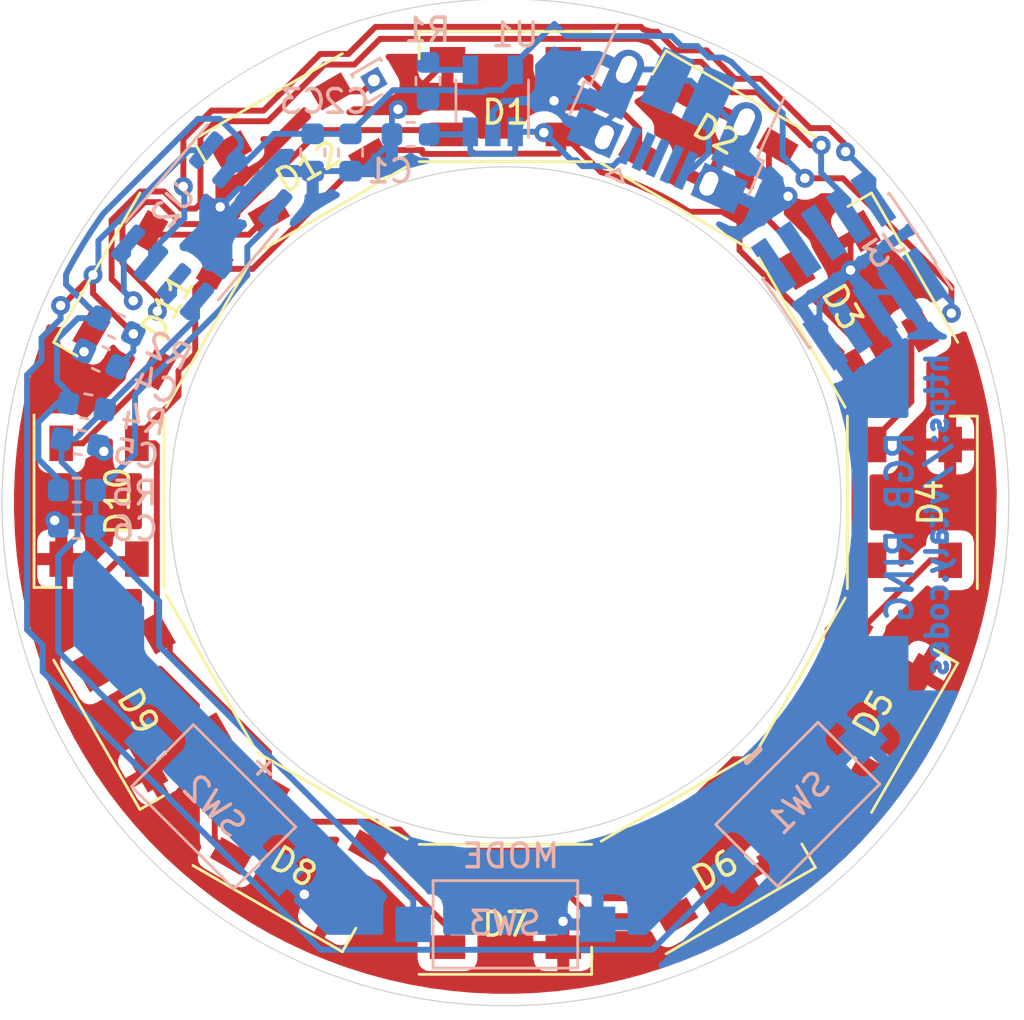
<source format=kicad_pcb>
(kicad_pcb (version 20171130) (host pcbnew "(5.1.5-rc2)")

  (general
    (thickness 1.6)
    (drawings 4)
    (tracks 419)
    (zones 0)
    (modules 30)
    (nets 30)
  )

  (page A4)
  (layers
    (0 F.Cu signal hide)
    (31 B.Cu signal)
    (32 B.Adhes user hide)
    (33 F.Adhes user hide)
    (34 B.Paste user hide)
    (35 F.Paste user hide)
    (36 B.SilkS user hide)
    (37 F.SilkS user hide)
    (38 B.Mask user hide)
    (39 F.Mask user hide)
    (40 Dwgs.User user hide)
    (41 Cmts.User user hide)
    (42 Eco1.User user hide)
    (43 Eco2.User user hide)
    (44 Edge.Cuts user hide)
    (45 Margin user hide)
    (46 B.CrtYd user hide)
    (47 F.CrtYd user hide)
    (48 B.Fab user hide)
    (49 F.Fab user hide)
  )

  (setup
    (last_trace_width 0.25)
    (trace_clearance 0.2)
    (zone_clearance 0.508)
    (zone_45_only no)
    (trace_min 0.2)
    (via_size 0.8)
    (via_drill 0.4)
    (via_min_size 0.4)
    (via_min_drill 0.3)
    (uvia_size 0.3)
    (uvia_drill 0.1)
    (uvias_allowed no)
    (uvia_min_size 0.2)
    (uvia_min_drill 0.1)
    (edge_width 0.05)
    (segment_width 0.2)
    (pcb_text_width 0.3)
    (pcb_text_size 1.5 1.5)
    (mod_edge_width 0.12)
    (mod_text_size 1 1)
    (mod_text_width 0.15)
    (pad_size 1.524 1.524)
    (pad_drill 0.762)
    (pad_to_mask_clearance 0.051)
    (solder_mask_min_width 0.25)
    (aux_axis_origin 0 0)
    (grid_origin 113.792 115.3414)
    (visible_elements FFFFFF7F)
    (pcbplotparams
      (layerselection 0x010fc_ffffffff)
      (usegerberextensions false)
      (usegerberattributes false)
      (usegerberadvancedattributes false)
      (creategerberjobfile false)
      (excludeedgelayer true)
      (linewidth 0.100000)
      (plotframeref false)
      (viasonmask false)
      (mode 1)
      (useauxorigin false)
      (hpglpennumber 1)
      (hpglpenspeed 20)
      (hpglpendiameter 15.000000)
      (psnegative false)
      (psa4output false)
      (plotreference true)
      (plotvalue true)
      (plotinvisibletext false)
      (padsonsilk false)
      (subtractmaskfromsilk false)
      (outputformat 1)
      (mirror false)
      (drillshape 0)
      (scaleselection 1)
      (outputdirectory "./fab"))
  )

  (net 0 "")
  (net 1 "Net-(D1-Pad2)")
  (net 2 "Net-(D2-Pad2)")
  (net 3 "Net-(D3-Pad2)")
  (net 4 "Net-(D4-Pad2)")
  (net 5 "Net-(D5-Pad2)")
  (net 6 "Net-(D6-Pad2)")
  (net 7 "Net-(D7-Pad2)")
  (net 8 "Net-(D8-Pad2)")
  (net 9 +5V)
  (net 10 GND)
  (net 11 "Net-(D10-Pad2)")
  (net 12 "Net-(D10-Pad4)")
  (net 13 "Net-(D11-Pad2)")
  (net 14 "Net-(D12-Pad2)")
  (net 15 +3V3)
  (net 16 "Net-(J1-Pad4)")
  (net 17 "Net-(J1-Pad3)")
  (net 18 "Net-(J1-Pad2)")
  (net 19 "Net-(R1-Pad1)")
  (net 20 /LED_DATA)
  (net 21 /SWDCLK)
  (net 22 /SWDIO)
  (net 23 /BTN1)
  (net 24 /BTN2)
  (net 25 /BTN3)
  (net 26 "Net-(J3-Pad10)")
  (net 27 "Net-(J3-Pad8)")
  (net 28 "Net-(J3-Pad7)")
  (net 29 "Net-(J3-Pad6)")

  (net_class Default "This is the default net class."
    (clearance 0.2)
    (trace_width 0.25)
    (via_dia 0.8)
    (via_drill 0.4)
    (uvia_dia 0.3)
    (uvia_drill 0.1)
    (add_net +3V3)
    (add_net +5V)
    (add_net /BTN1)
    (add_net /BTN2)
    (add_net /BTN3)
    (add_net /LED_DATA)
    (add_net /SWDCLK)
    (add_net /SWDIO)
    (add_net GND)
    (add_net "Net-(D1-Pad2)")
    (add_net "Net-(D10-Pad2)")
    (add_net "Net-(D10-Pad4)")
    (add_net "Net-(D11-Pad2)")
    (add_net "Net-(D12-Pad2)")
    (add_net "Net-(D2-Pad2)")
    (add_net "Net-(D3-Pad2)")
    (add_net "Net-(D4-Pad2)")
    (add_net "Net-(D5-Pad2)")
    (add_net "Net-(D6-Pad2)")
    (add_net "Net-(D7-Pad2)")
    (add_net "Net-(D8-Pad2)")
    (add_net "Net-(J1-Pad2)")
    (add_net "Net-(J1-Pad3)")
    (add_net "Net-(J1-Pad4)")
    (add_net "Net-(J3-Pad10)")
    (add_net "Net-(J3-Pad6)")
    (add_net "Net-(J3-Pad7)")
    (add_net "Net-(J3-Pad8)")
    (add_net "Net-(R1-Pad1)")
  )

  (module Button_Switch_SMD:SW_SPST_CK_RS282G05A3 (layer B.Cu) (tedit 5A7A67D2) (tstamp 5E04AAC2)
    (at 100 117.856 180)
    (descr https://www.mouser.com/ds/2/60/RS-282G05A-SM_RT-1159762.pdf)
    (tags "SPST button tactile switch")
    (path /5E0682DD)
    (attr smd)
    (fp_text reference SW3 (at 0.0252 0.0508) (layer B.SilkS)
      (effects (font (size 1 1) (thickness 0.15)) (justify mirror))
    )
    (fp_text value MODE (at -0.2284 2.8956) (layer B.SilkS)
      (effects (font (size 1 1) (thickness 0.15)) (justify mirror))
    )
    (fp_line (start -4.9 -2.05) (end -4.9 2.05) (layer B.CrtYd) (width 0.05))
    (fp_line (start 4.9 -2.05) (end -4.9 -2.05) (layer B.CrtYd) (width 0.05))
    (fp_line (start 4.9 2.05) (end 4.9 -2.05) (layer B.CrtYd) (width 0.05))
    (fp_line (start -4.9 2.05) (end 4.9 2.05) (layer B.CrtYd) (width 0.05))
    (fp_text user %R (at 0.0506 0.0508) (layer B.Fab)
      (effects (font (size 1 1) (thickness 0.15)) (justify mirror))
    )
    (fp_line (start -1.75 1) (end 1.75 1) (layer B.Fab) (width 0.1))
    (fp_line (start 1.75 1) (end 1.75 -1) (layer B.Fab) (width 0.1))
    (fp_line (start 1.75 -1) (end -1.75 -1) (layer B.Fab) (width 0.1))
    (fp_line (start -1.75 -1) (end -1.75 1) (layer B.Fab) (width 0.1))
    (fp_line (start -3.06 1.85) (end 3.06 1.85) (layer B.SilkS) (width 0.12))
    (fp_line (start 3.06 1.85) (end 3.06 -1.85) (layer B.SilkS) (width 0.12))
    (fp_line (start 3.06 -1.85) (end -3.06 -1.85) (layer B.SilkS) (width 0.12))
    (fp_line (start -3.06 -1.85) (end -3.06 1.85) (layer B.SilkS) (width 0.12))
    (fp_line (start -1.5 -0.8) (end 1.5 -0.8) (layer B.Fab) (width 0.1))
    (fp_line (start -1.5 0.8) (end 1.5 0.8) (layer B.Fab) (width 0.1))
    (fp_line (start 1.5 0.8) (end 1.5 -0.8) (layer B.Fab) (width 0.1))
    (fp_line (start -1.5 0.8) (end -1.5 -0.8) (layer B.Fab) (width 0.1))
    (fp_line (start -3 -1.8) (end 3 -1.8) (layer B.Fab) (width 0.1))
    (fp_line (start -3 1.8) (end 3 1.8) (layer B.Fab) (width 0.1))
    (fp_line (start -3 1.8) (end -3 -1.8) (layer B.Fab) (width 0.1))
    (fp_line (start 3 1.8) (end 3 -1.8) (layer B.Fab) (width 0.1))
    (pad 2 smd rect (at 3.9 0 180) (size 1.5 1.5) (layers B.Cu B.Paste B.Mask)
      (net 25 /BTN3))
    (pad 1 smd rect (at -3.9 0 180) (size 1.5 1.5) (layers B.Cu B.Paste B.Mask)
      (net 10 GND))
    (model ${KISYS3DMOD}/Button_Switch_SMD.3dshapes/SW_SPST_CK_RS282G05A3.wrl
      (at (xyz 0 0 0))
      (scale (xyz 1 1 1))
      (rotate (xyz 0 0 0))
    )
  )

  (module Button_Switch_SMD:SW_SPST_CK_RS282G05A3 (layer B.Cu) (tedit 5A7A67D2) (tstamp 5E04CC09)
    (at 87.6554 112.8776 135)
    (descr https://www.mouser.com/ds/2/60/RS-282G05A-SM_RT-1159762.pdf)
    (tags "SPST button tactile switch")
    (path /5CF516E4)
    (attr smd)
    (fp_text reference SW2 (at 0 0.035921 135) (layer B.SilkS)
      (effects (font (size 1 1) (thickness 0.15)) (justify mirror))
    )
    (fp_text value + (at -0.34125 2.747958 135) (layer B.SilkS)
      (effects (font (size 1 1) (thickness 0.15)) (justify mirror))
    )
    (fp_line (start -4.9 -2.05) (end -4.9 2.05) (layer B.CrtYd) (width 0.05))
    (fp_line (start 4.9 -2.05) (end -4.9 -2.05) (layer B.CrtYd) (width 0.05))
    (fp_line (start 4.9 2.05) (end 4.9 -2.05) (layer B.CrtYd) (width 0.05))
    (fp_line (start -4.9 2.05) (end 4.9 2.05) (layer B.CrtYd) (width 0.05))
    (fp_text user %R (at 0.017961 0.017961 135) (layer B.Fab)
      (effects (font (size 1 1) (thickness 0.15)) (justify mirror))
    )
    (fp_line (start -1.75 1) (end 1.75 1) (layer B.Fab) (width 0.1))
    (fp_line (start 1.75 1) (end 1.75 -1) (layer B.Fab) (width 0.1))
    (fp_line (start 1.75 -1) (end -1.75 -1) (layer B.Fab) (width 0.1))
    (fp_line (start -1.75 -1) (end -1.75 1) (layer B.Fab) (width 0.1))
    (fp_line (start -3.06 1.85) (end 3.06 1.85) (layer B.SilkS) (width 0.12))
    (fp_line (start 3.06 1.85) (end 3.06 -1.85) (layer B.SilkS) (width 0.12))
    (fp_line (start 3.06 -1.85) (end -3.06 -1.85) (layer B.SilkS) (width 0.12))
    (fp_line (start -3.06 -1.85) (end -3.06 1.85) (layer B.SilkS) (width 0.12))
    (fp_line (start -1.5 -0.8) (end 1.5 -0.8) (layer B.Fab) (width 0.1))
    (fp_line (start -1.5 0.8) (end 1.5 0.8) (layer B.Fab) (width 0.1))
    (fp_line (start 1.5 0.8) (end 1.5 -0.8) (layer B.Fab) (width 0.1))
    (fp_line (start -1.5 0.8) (end -1.5 -0.8) (layer B.Fab) (width 0.1))
    (fp_line (start -3 -1.8) (end 3 -1.8) (layer B.Fab) (width 0.1))
    (fp_line (start -3 1.8) (end 3 1.8) (layer B.Fab) (width 0.1))
    (fp_line (start -3 1.8) (end -3 -1.8) (layer B.Fab) (width 0.1))
    (fp_line (start 3 1.8) (end 3 -1.8) (layer B.Fab) (width 0.1))
    (pad 2 smd rect (at 3.9 0 135) (size 1.5 1.5) (layers B.Cu B.Paste B.Mask)
      (net 24 /BTN2))
    (pad 1 smd rect (at -3.9 0 135) (size 1.5 1.5) (layers B.Cu B.Paste B.Mask)
      (net 10 GND))
    (model ${KISYS3DMOD}/Button_Switch_SMD.3dshapes/SW_SPST_CK_RS282G05A3.wrl
      (at (xyz 0 0 0))
      (scale (xyz 1 1 1))
      (rotate (xyz 0 0 0))
    )
  )

  (module Button_Switch_SMD:SW_SPST_CK_RS282G05A3 (layer B.Cu) (tedit 5A7A67D2) (tstamp 5E04C09B)
    (at 112.3696 112.776 225)
    (descr https://www.mouser.com/ds/2/60/RS-282G05A-SM_RT-1159762.pdf)
    (tags "SPST button tactile switch")
    (path /5CF516C0)
    (attr smd)
    (fp_text reference SW1 (at -0.089803 0.017961 45) (layer B.SilkS)
      (effects (font (size 1 1) (thickness 0.15)) (justify mirror))
    )
    (fp_text value - (at -0.125724 2.855721 45) (layer B.SilkS)
      (effects (font (size 1 1) (thickness 0.25)) (justify mirror))
    )
    (fp_line (start -4.9 -2.05) (end -4.9 2.05) (layer B.CrtYd) (width 0.05))
    (fp_line (start 4.9 -2.05) (end -4.9 -2.05) (layer B.CrtYd) (width 0.05))
    (fp_line (start 4.9 2.05) (end 4.9 -2.05) (layer B.CrtYd) (width 0.05))
    (fp_line (start -4.9 2.05) (end 4.9 2.05) (layer B.CrtYd) (width 0.05))
    (fp_text user %R (at -0.089803 0.017961 45) (layer B.Fab)
      (effects (font (size 1 1) (thickness 0.15)) (justify mirror))
    )
    (fp_line (start -1.75 1) (end 1.75 1) (layer B.Fab) (width 0.1))
    (fp_line (start 1.75 1) (end 1.75 -1) (layer B.Fab) (width 0.1))
    (fp_line (start 1.75 -1) (end -1.75 -1) (layer B.Fab) (width 0.1))
    (fp_line (start -1.75 -1) (end -1.75 1) (layer B.Fab) (width 0.1))
    (fp_line (start -3.06 1.85) (end 3.06 1.85) (layer B.SilkS) (width 0.12))
    (fp_line (start 3.06 1.85) (end 3.06 -1.85) (layer B.SilkS) (width 0.12))
    (fp_line (start 3.06 -1.85) (end -3.06 -1.85) (layer B.SilkS) (width 0.12))
    (fp_line (start -3.06 -1.85) (end -3.06 1.85) (layer B.SilkS) (width 0.12))
    (fp_line (start -1.5 -0.8) (end 1.5 -0.8) (layer B.Fab) (width 0.1))
    (fp_line (start -1.5 0.8) (end 1.5 0.8) (layer B.Fab) (width 0.1))
    (fp_line (start 1.5 0.8) (end 1.5 -0.8) (layer B.Fab) (width 0.1))
    (fp_line (start -1.5 0.8) (end -1.5 -0.8) (layer B.Fab) (width 0.1))
    (fp_line (start -3 -1.8) (end 3 -1.8) (layer B.Fab) (width 0.1))
    (fp_line (start -3 1.8) (end 3 1.8) (layer B.Fab) (width 0.1))
    (fp_line (start -3 1.8) (end -3 -1.8) (layer B.Fab) (width 0.1))
    (fp_line (start 3 1.8) (end 3 -1.8) (layer B.Fab) (width 0.1))
    (pad 2 smd rect (at 3.9 0 225) (size 1.5 1.5) (layers B.Cu B.Paste B.Mask)
      (net 23 /BTN1))
    (pad 1 smd rect (at -3.9 0 225) (size 1.5 1.5) (layers B.Cu B.Paste B.Mask)
      (net 10 GND))
    (model ${KISYS3DMOD}/Button_Switch_SMD.3dshapes/SW_SPST_CK_RS282G05A3.wrl
      (at (xyz 0 0 0))
      (scale (xyz 1 1 1))
      (rotate (xyz 0 0 0))
    )
  )

  (module Resistor_SMD:R_0603_1608Metric (layer B.Cu) (tedit 5B301BBD) (tstamp 5E04AA71)
    (at 81.8642 99.482052)
    (descr "Resistor SMD 0603 (1608 Metric), square (rectangular) end terminal, IPC_7351 nominal, (Body size source: http://www.tortai-tech.com/upload/download/2011102023233369053.pdf), generated with kicad-footprint-generator")
    (tags resistor)
    (path /5E0682EE)
    (attr smd)
    (fp_text reference R5 (at 2.4384 0.127) (layer B.SilkS)
      (effects (font (size 1 1) (thickness 0.15)) (justify mirror))
    )
    (fp_text value 10K (at 0 -1.43) (layer B.Fab) hide
      (effects (font (size 1 1) (thickness 0.15)) (justify mirror))
    )
    (fp_line (start -0.8 -0.4) (end -0.8 0.4) (layer B.Fab) (width 0.1))
    (fp_line (start -0.8 0.4) (end 0.8 0.4) (layer B.Fab) (width 0.1))
    (fp_line (start 0.8 0.4) (end 0.8 -0.4) (layer B.Fab) (width 0.1))
    (fp_line (start 0.8 -0.4) (end -0.8 -0.4) (layer B.Fab) (width 0.1))
    (fp_line (start -0.162779 0.51) (end 0.162779 0.51) (layer B.SilkS) (width 0.12))
    (fp_line (start -0.162779 -0.51) (end 0.162779 -0.51) (layer B.SilkS) (width 0.12))
    (fp_line (start -1.48 -0.73) (end -1.48 0.73) (layer B.CrtYd) (width 0.05))
    (fp_line (start -1.48 0.73) (end 1.48 0.73) (layer B.CrtYd) (width 0.05))
    (fp_line (start 1.48 0.73) (end 1.48 -0.73) (layer B.CrtYd) (width 0.05))
    (fp_line (start 1.48 -0.73) (end -1.48 -0.73) (layer B.CrtYd) (width 0.05))
    (fp_text user %R (at 0 0) (layer B.Fab)
      (effects (font (size 0.4 0.4) (thickness 0.06)) (justify mirror))
    )
    (pad 2 smd roundrect (at 0.7875 0) (size 0.875 0.95) (layers B.Cu B.Paste B.Mask) (roundrect_rratio 0.25)
      (net 25 /BTN3))
    (pad 1 smd roundrect (at -0.7875 0) (size 0.875 0.95) (layers B.Cu B.Paste B.Mask) (roundrect_rratio 0.25)
      (net 15 +3V3))
    (model ${KISYS3DMOD}/Resistor_SMD.3dshapes/R_0603_1608Metric.wrl
      (at (xyz 0 0 0))
      (scale (xyz 1 1 1))
      (rotate (xyz 0 0 0))
    )
  )

  (module Resistor_SMD:R_0603_1608Metric (layer B.Cu) (tedit 5B301BBD) (tstamp 5E04AA60)
    (at 82.269267 95.93642 350)
    (descr "Resistor SMD 0603 (1608 Metric), square (rectangular) end terminal, IPC_7351 nominal, (Body size source: http://www.tortai-tech.com/upload/download/2011102023233369053.pdf), generated with kicad-footprint-generator")
    (tags resistor)
    (path /5CF516D8)
    (attr smd)
    (fp_text reference R4 (at 2.48995 0.147907 170) (layer B.SilkS)
      (effects (font (size 1 1) (thickness 0.15)) (justify mirror))
    )
    (fp_text value 10K (at 0 -1.43 170) (layer B.Fab) hide
      (effects (font (size 1 1) (thickness 0.15)) (justify mirror))
    )
    (fp_line (start -0.8 -0.4) (end -0.8 0.4) (layer B.Fab) (width 0.1))
    (fp_line (start -0.8 0.4) (end 0.8 0.4) (layer B.Fab) (width 0.1))
    (fp_line (start 0.8 0.4) (end 0.8 -0.4) (layer B.Fab) (width 0.1))
    (fp_line (start 0.8 -0.4) (end -0.8 -0.4) (layer B.Fab) (width 0.1))
    (fp_line (start -0.162779 0.51) (end 0.162779 0.51) (layer B.SilkS) (width 0.12))
    (fp_line (start -0.162779 -0.51) (end 0.162779 -0.51) (layer B.SilkS) (width 0.12))
    (fp_line (start -1.48 -0.73) (end -1.48 0.73) (layer B.CrtYd) (width 0.05))
    (fp_line (start -1.48 0.73) (end 1.48 0.73) (layer B.CrtYd) (width 0.05))
    (fp_line (start 1.48 0.73) (end 1.48 -0.73) (layer B.CrtYd) (width 0.05))
    (fp_line (start 1.48 -0.73) (end -1.48 -0.73) (layer B.CrtYd) (width 0.05))
    (fp_text user %R (at 0 0 170) (layer B.Fab)
      (effects (font (size 0.4 0.4) (thickness 0.06)) (justify mirror))
    )
    (pad 2 smd roundrect (at 0.7875 0 350) (size 0.875 0.95) (layers B.Cu B.Paste B.Mask) (roundrect_rratio 0.25)
      (net 24 /BTN2))
    (pad 1 smd roundrect (at -0.7875 0 350) (size 0.875 0.95) (layers B.Cu B.Paste B.Mask) (roundrect_rratio 0.25)
      (net 15 +3V3))
    (model ${KISYS3DMOD}/Resistor_SMD.3dshapes/R_0603_1608Metric.wrl
      (at (xyz 0 0 0))
      (scale (xyz 1 1 1))
      (rotate (xyz 0 0 0))
    )
  )

  (module Resistor_SMD:R_0603_1608Metric (layer B.Cu) (tedit 5B301BBD) (tstamp 5E04AA4F)
    (at 83.543117 92.534812 335)
    (descr "Resistor SMD 0603 (1608 Metric), square (rectangular) end terminal, IPC_7351 nominal, (Body size source: http://www.tortai-tech.com/upload/download/2011102023233369053.pdf), generated with kicad-footprint-generator")
    (tags resistor)
    (path /5CF516B4)
    (attr smd)
    (fp_text reference R2 (at 2.4384 0.0254 155) (layer B.SilkS)
      (effects (font (size 1 1) (thickness 0.15)) (justify mirror))
    )
    (fp_text value 10K (at 0 -1.43 335) (layer B.Fab) hide
      (effects (font (size 1 1) (thickness 0.15)) (justify mirror))
    )
    (fp_line (start -0.8 -0.4) (end -0.8 0.4) (layer B.Fab) (width 0.1))
    (fp_line (start -0.8 0.4) (end 0.8 0.4) (layer B.Fab) (width 0.1))
    (fp_line (start 0.8 0.4) (end 0.8 -0.4) (layer B.Fab) (width 0.1))
    (fp_line (start 0.8 -0.4) (end -0.8 -0.4) (layer B.Fab) (width 0.1))
    (fp_line (start -0.162779 0.51) (end 0.162779 0.51) (layer B.SilkS) (width 0.12))
    (fp_line (start -0.162779 -0.51) (end 0.162779 -0.51) (layer B.SilkS) (width 0.12))
    (fp_line (start -1.48 -0.73) (end -1.48 0.73) (layer B.CrtYd) (width 0.05))
    (fp_line (start -1.48 0.73) (end 1.48 0.73) (layer B.CrtYd) (width 0.05))
    (fp_line (start 1.48 0.73) (end 1.48 -0.73) (layer B.CrtYd) (width 0.05))
    (fp_line (start 1.48 -0.73) (end -1.48 -0.73) (layer B.CrtYd) (width 0.05))
    (fp_text user %R (at 0 0 155) (layer B.Fab)
      (effects (font (size 0.4 0.4) (thickness 0.06)) (justify mirror))
    )
    (pad 2 smd roundrect (at 0.7875 0 335) (size 0.875 0.95) (layers B.Cu B.Paste B.Mask) (roundrect_rratio 0.25)
      (net 23 /BTN1))
    (pad 1 smd roundrect (at -0.7875 0 335) (size 0.875 0.95) (layers B.Cu B.Paste B.Mask) (roundrect_rratio 0.25)
      (net 15 +3V3))
    (model ${KISYS3DMOD}/Resistor_SMD.3dshapes/R_0603_1608Metric.wrl
      (at (xyz 0 0 0))
      (scale (xyz 1 1 1))
      (rotate (xyz 0 0 0))
    )
  )

  (module Capacitor_SMD:C_0603_1608Metric (layer B.Cu) (tedit 5B301BBE) (tstamp 5E04A71A)
    (at 81.8642 101.0158)
    (descr "Capacitor SMD 0603 (1608 Metric), square (rectangular) end terminal, IPC_7351 nominal, (Body size source: http://www.tortai-tech.com/upload/download/2011102023233369053.pdf), generated with kicad-footprint-generator")
    (tags capacitor)
    (path /5E0682FF)
    (attr smd)
    (fp_text reference C6 (at 2.4638 0.1016) (layer B.SilkS)
      (effects (font (size 1 1) (thickness 0.15)) (justify mirror))
    )
    (fp_text value 100nF (at 0 -1.43 180) (layer B.Fab) hide
      (effects (font (size 1 1) (thickness 0.15)) (justify mirror))
    )
    (fp_line (start -0.8 -0.4) (end -0.8 0.4) (layer B.Fab) (width 0.1))
    (fp_line (start -0.8 0.4) (end 0.8 0.4) (layer B.Fab) (width 0.1))
    (fp_line (start 0.8 0.4) (end 0.8 -0.4) (layer B.Fab) (width 0.1))
    (fp_line (start 0.8 -0.4) (end -0.8 -0.4) (layer B.Fab) (width 0.1))
    (fp_line (start -0.162779 0.51) (end 0.162779 0.51) (layer B.SilkS) (width 0.12))
    (fp_line (start -0.162779 -0.51) (end 0.162779 -0.51) (layer B.SilkS) (width 0.12))
    (fp_line (start -1.48 -0.73) (end -1.48 0.73) (layer B.CrtYd) (width 0.05))
    (fp_line (start -1.48 0.73) (end 1.48 0.73) (layer B.CrtYd) (width 0.05))
    (fp_line (start 1.48 0.73) (end 1.48 -0.73) (layer B.CrtYd) (width 0.05))
    (fp_line (start 1.48 -0.73) (end -1.48 -0.73) (layer B.CrtYd) (width 0.05))
    (fp_text user %R (at 0 0) (layer B.Fab)
      (effects (font (size 0.4 0.4) (thickness 0.06)) (justify mirror))
    )
    (pad 2 smd roundrect (at 0.7875 0) (size 0.875 0.95) (layers B.Cu B.Paste B.Mask) (roundrect_rratio 0.25)
      (net 25 /BTN3))
    (pad 1 smd roundrect (at -0.7875 0) (size 0.875 0.95) (layers B.Cu B.Paste B.Mask) (roundrect_rratio 0.25)
      (net 10 GND))
    (model ${KISYS3DMOD}/Capacitor_SMD.3dshapes/C_0603_1608Metric.wrl
      (at (xyz 0 0 0))
      (scale (xyz 1 1 1))
      (rotate (xyz 0 0 0))
    )
  )

  (module Capacitor_SMD:C_0603_1608Metric (layer B.Cu) (tedit 5B301BBE) (tstamp 5E04C628)
    (at 81.9912 97.4598 170)
    (descr "Capacitor SMD 0603 (1608 Metric), square (rectangular) end terminal, IPC_7351 nominal, (Body size source: http://www.tortai-tech.com/upload/download/2011102023233369053.pdf), generated with kicad-footprint-generator")
    (tags capacitor)
    (path /5CF516DE)
    (attr smd)
    (fp_text reference C5 (at -2.43954 -0.08568 170) (layer B.SilkS)
      (effects (font (size 1 1) (thickness 0.15)) (justify mirror))
    )
    (fp_text value 100nF (at 0 -1.43 170) (layer B.Fab) hide
      (effects (font (size 1 1) (thickness 0.15)) (justify mirror))
    )
    (fp_line (start -0.8 -0.4) (end -0.8 0.4) (layer B.Fab) (width 0.1))
    (fp_line (start -0.8 0.4) (end 0.8 0.4) (layer B.Fab) (width 0.1))
    (fp_line (start 0.8 0.4) (end 0.8 -0.4) (layer B.Fab) (width 0.1))
    (fp_line (start 0.8 -0.4) (end -0.8 -0.4) (layer B.Fab) (width 0.1))
    (fp_line (start -0.162779 0.51) (end 0.162779 0.51) (layer B.SilkS) (width 0.12))
    (fp_line (start -0.162779 -0.51) (end 0.162779 -0.51) (layer B.SilkS) (width 0.12))
    (fp_line (start -1.48 -0.73) (end -1.48 0.73) (layer B.CrtYd) (width 0.05))
    (fp_line (start -1.48 0.73) (end 1.48 0.73) (layer B.CrtYd) (width 0.05))
    (fp_line (start 1.48 0.73) (end 1.48 -0.73) (layer B.CrtYd) (width 0.05))
    (fp_line (start 1.48 -0.73) (end -1.48 -0.73) (layer B.CrtYd) (width 0.05))
    (fp_text user %R (at 0 0 170) (layer B.Fab)
      (effects (font (size 0.4 0.4) (thickness 0.06)) (justify mirror))
    )
    (pad 2 smd roundrect (at 0.7875 0 170) (size 0.875 0.95) (layers B.Cu B.Paste B.Mask) (roundrect_rratio 0.25)
      (net 24 /BTN2))
    (pad 1 smd roundrect (at -0.7875 0 170) (size 0.875 0.95) (layers B.Cu B.Paste B.Mask) (roundrect_rratio 0.25)
      (net 10 GND))
    (model ${KISYS3DMOD}/Capacitor_SMD.3dshapes/C_0603_1608Metric.wrl
      (at (xyz 0 0 0))
      (scale (xyz 1 1 1))
      (rotate (xyz 0 0 0))
    )
  )

  (module Capacitor_SMD:C_0603_1608Metric (layer B.Cu) (tedit 5B301BBE) (tstamp 5E04B88E)
    (at 82.8802 93.9292 335)
    (descr "Capacitor SMD 0603 (1608 Metric), square (rectangular) end terminal, IPC_7351 nominal, (Body size source: http://www.tortai-tech.com/upload/download/2011102023233369053.pdf), generated with kicad-footprint-generator")
    (tags capacitor)
    (path /5CF516BA)
    (attr smd)
    (fp_text reference C4 (at 2.5654 0.0508 155) (layer B.SilkS)
      (effects (font (size 1 1) (thickness 0.15)) (justify mirror))
    )
    (fp_text value 100nF (at 0 -1.43 155) (layer B.Fab) hide
      (effects (font (size 1 1) (thickness 0.15)) (justify mirror))
    )
    (fp_line (start -0.8 -0.4) (end -0.8 0.4) (layer B.Fab) (width 0.1))
    (fp_line (start -0.8 0.4) (end 0.8 0.4) (layer B.Fab) (width 0.1))
    (fp_line (start 0.8 0.4) (end 0.8 -0.4) (layer B.Fab) (width 0.1))
    (fp_line (start 0.8 -0.4) (end -0.8 -0.4) (layer B.Fab) (width 0.1))
    (fp_line (start -0.162779 0.51) (end 0.162779 0.51) (layer B.SilkS) (width 0.12))
    (fp_line (start -0.162779 -0.51) (end 0.162779 -0.51) (layer B.SilkS) (width 0.12))
    (fp_line (start -1.48 -0.73) (end -1.48 0.73) (layer B.CrtYd) (width 0.05))
    (fp_line (start -1.48 0.73) (end 1.48 0.73) (layer B.CrtYd) (width 0.05))
    (fp_line (start 1.48 0.73) (end 1.48 -0.73) (layer B.CrtYd) (width 0.05))
    (fp_line (start 1.48 -0.73) (end -1.48 -0.73) (layer B.CrtYd) (width 0.05))
    (fp_text user %R (at 0 0 155) (layer B.Fab)
      (effects (font (size 0.4 0.4) (thickness 0.06)) (justify mirror))
    )
    (pad 2 smd roundrect (at 0.7875 0 335) (size 0.875 0.95) (layers B.Cu B.Paste B.Mask) (roundrect_rratio 0.25)
      (net 23 /BTN1))
    (pad 1 smd roundrect (at -0.7875 0 335) (size 0.875 0.95) (layers B.Cu B.Paste B.Mask) (roundrect_rratio 0.25)
      (net 10 GND))
    (model ${KISYS3DMOD}/Capacitor_SMD.3dshapes/C_0603_1608Metric.wrl
      (at (xyz 0 0 0))
      (scale (xyz 1 1 1))
      (rotate (xyz 0 0 0))
    )
  )

  (module Package_SO:SO-8_3.9x4.9mm_P1.27mm (layer B.Cu) (tedit 5D9F72B1) (tstamp 5E045E95)
    (at 87.1474 88.2904 230)
    (descr "SO, 8 Pin (https://www.nxp.com/docs/en/data-sheet/PCF8523.pdf), generated with kicad-footprint-generator ipc_gullwing_generator.py")
    (tags "SO SO")
    (path /5E053F33)
    (attr smd)
    (fp_text reference U2 (at 0.107763 1.472762 50) (layer B.SilkS)
      (effects (font (size 1 1) (thickness 0.15)) (justify mirror))
    )
    (fp_text value STM32G031J6M (at 0 -3.4 50) (layer B.Fab) hide
      (effects (font (size 1 1) (thickness 0.15)) (justify mirror))
    )
    (fp_text user %R (at 0 0 50) (layer B.Fab)
      (effects (font (size 0.98 0.98) (thickness 0.15)) (justify mirror))
    )
    (fp_line (start 3.7 2.7) (end -3.7 2.7) (layer B.CrtYd) (width 0.05))
    (fp_line (start 3.7 -2.7) (end 3.7 2.7) (layer B.CrtYd) (width 0.05))
    (fp_line (start -3.7 -2.7) (end 3.7 -2.7) (layer B.CrtYd) (width 0.05))
    (fp_line (start -3.7 2.7) (end -3.7 -2.7) (layer B.CrtYd) (width 0.05))
    (fp_line (start -1.95 1.475) (end -0.975 2.45) (layer B.Fab) (width 0.1))
    (fp_line (start -1.95 -2.45) (end -1.95 1.475) (layer B.Fab) (width 0.1))
    (fp_line (start 1.95 -2.45) (end -1.95 -2.45) (layer B.Fab) (width 0.1))
    (fp_line (start 1.95 2.45) (end 1.95 -2.45) (layer B.Fab) (width 0.1))
    (fp_line (start -0.975 2.45) (end 1.95 2.45) (layer B.Fab) (width 0.1))
    (fp_line (start 0 2.56) (end -3.45 2.56) (layer B.SilkS) (width 0.12))
    (fp_line (start 0 2.56) (end 1.95 2.56) (layer B.SilkS) (width 0.12))
    (fp_line (start 0 -2.56) (end -1.95 -2.56) (layer B.SilkS) (width 0.12))
    (fp_line (start 0 -2.56) (end 1.95 -2.56) (layer B.SilkS) (width 0.12))
    (pad 8 smd roundrect (at 2.575 1.905 230) (size 1.75 0.6) (layers B.Cu B.Paste B.Mask) (roundrect_rratio 0.25)
      (net 21 /SWDCLK))
    (pad 7 smd roundrect (at 2.575 0.635 230) (size 1.75 0.6) (layers B.Cu B.Paste B.Mask) (roundrect_rratio 0.25)
      (net 22 /SWDIO))
    (pad 6 smd roundrect (at 2.575 -0.635 230) (size 1.75 0.6) (layers B.Cu B.Paste B.Mask) (roundrect_rratio 0.25)
      (net 20 /LED_DATA))
    (pad 5 smd roundrect (at 2.575 -1.905 230) (size 1.75 0.6) (layers B.Cu B.Paste B.Mask) (roundrect_rratio 0.25)
      (net 24 /BTN2))
    (pad 4 smd roundrect (at -2.575 -1.905 230) (size 1.75 0.6) (layers B.Cu B.Paste B.Mask) (roundrect_rratio 0.25)
      (net 25 /BTN3))
    (pad 3 smd roundrect (at -2.575 -0.635 230) (size 1.75 0.6) (layers B.Cu B.Paste B.Mask) (roundrect_rratio 0.25)
      (net 10 GND))
    (pad 2 smd roundrect (at -2.575 0.635 230) (size 1.75 0.6) (layers B.Cu B.Paste B.Mask) (roundrect_rratio 0.25)
      (net 15 +3V3))
    (pad 1 smd roundrect (at -2.575 1.905 230) (size 1.75 0.6) (layers B.Cu B.Paste B.Mask) (roundrect_rratio 0.25)
      (net 23 /BTN1))
    (model ${KISYS3DMOD}/Package_SO.3dshapes/SO-8_3.9x4.9mm_P1.27mm.wrl
      (at (xyz 0 0 0))
      (scale (xyz 1 1 1))
      (rotate (xyz 0 0 0))
    )
  )

  (module Connector_PinHeader_1.27mm:PinHeader_2x05_P1.27mm_Vertical_SMD (layer B.Cu) (tedit 59FED6E3) (tstamp 5E045E33)
    (at 114.554 90.1954 124)
    (descr "surface-mounted straight pin header, 2x05, 1.27mm pitch, double rows")
    (tags "Surface mounted pin header SMD 2x05 1.27mm double row")
    (path /5DDE3CE3)
    (attr smd)
    (fp_text reference J3 (at -0.0762 1.7214 214) (layer B.SilkS)
      (effects (font (size 1 1) (thickness 0.15)) (justify mirror))
    )
    (fp_text value Conn_ARM_JTAG_SWD_10 (at 0 -4.235 124) (layer B.Fab) hide
      (effects (font (size 1 1) (thickness 0.15)) (justify mirror))
    )
    (fp_text user %R (at 0 0 214) (layer B.Fab)
      (effects (font (size 1 1) (thickness 0.15)) (justify mirror))
    )
    (fp_line (start 4.3 3.7) (end -4.3 3.7) (layer B.CrtYd) (width 0.05))
    (fp_line (start 4.3 -3.7) (end 4.3 3.7) (layer B.CrtYd) (width 0.05))
    (fp_line (start -4.3 -3.7) (end 4.3 -3.7) (layer B.CrtYd) (width 0.05))
    (fp_line (start -4.3 3.7) (end -4.3 -3.7) (layer B.CrtYd) (width 0.05))
    (fp_line (start 1.765 -3.17) (end 1.765 -3.235) (layer B.SilkS) (width 0.12))
    (fp_line (start -1.765 -3.17) (end -1.765 -3.235) (layer B.SilkS) (width 0.12))
    (fp_line (start 1.765 3.235) (end 1.765 3.17) (layer B.SilkS) (width 0.12))
    (fp_line (start -1.765 3.235) (end -1.765 3.17) (layer B.SilkS) (width 0.12))
    (fp_line (start -3.09 3.17) (end -1.765 3.17) (layer B.SilkS) (width 0.12))
    (fp_line (start -1.765 -3.235) (end 1.765 -3.235) (layer B.SilkS) (width 0.12))
    (fp_line (start -1.765 3.235) (end 1.765 3.235) (layer B.SilkS) (width 0.12))
    (fp_line (start 2.75 -2.74) (end 1.705 -2.74) (layer B.Fab) (width 0.1))
    (fp_line (start 2.75 -2.34) (end 2.75 -2.74) (layer B.Fab) (width 0.1))
    (fp_line (start 1.705 -2.34) (end 2.75 -2.34) (layer B.Fab) (width 0.1))
    (fp_line (start -2.75 -2.74) (end -1.705 -2.74) (layer B.Fab) (width 0.1))
    (fp_line (start -2.75 -2.34) (end -2.75 -2.74) (layer B.Fab) (width 0.1))
    (fp_line (start -1.705 -2.34) (end -2.75 -2.34) (layer B.Fab) (width 0.1))
    (fp_line (start 2.75 -1.47) (end 1.705 -1.47) (layer B.Fab) (width 0.1))
    (fp_line (start 2.75 -1.07) (end 2.75 -1.47) (layer B.Fab) (width 0.1))
    (fp_line (start 1.705 -1.07) (end 2.75 -1.07) (layer B.Fab) (width 0.1))
    (fp_line (start -2.75 -1.47) (end -1.705 -1.47) (layer B.Fab) (width 0.1))
    (fp_line (start -2.75 -1.07) (end -2.75 -1.47) (layer B.Fab) (width 0.1))
    (fp_line (start -1.705 -1.07) (end -2.75 -1.07) (layer B.Fab) (width 0.1))
    (fp_line (start 2.75 -0.2) (end 1.705 -0.2) (layer B.Fab) (width 0.1))
    (fp_line (start 2.75 0.2) (end 2.75 -0.2) (layer B.Fab) (width 0.1))
    (fp_line (start 1.705 0.2) (end 2.75 0.2) (layer B.Fab) (width 0.1))
    (fp_line (start -2.75 -0.2) (end -1.705 -0.2) (layer B.Fab) (width 0.1))
    (fp_line (start -2.75 0.2) (end -2.75 -0.2) (layer B.Fab) (width 0.1))
    (fp_line (start -1.705 0.2) (end -2.75 0.2) (layer B.Fab) (width 0.1))
    (fp_line (start 2.75 1.07) (end 1.705 1.07) (layer B.Fab) (width 0.1))
    (fp_line (start 2.75 1.47) (end 2.75 1.07) (layer B.Fab) (width 0.1))
    (fp_line (start 1.705 1.47) (end 2.75 1.47) (layer B.Fab) (width 0.1))
    (fp_line (start -2.75 1.07) (end -1.705 1.07) (layer B.Fab) (width 0.1))
    (fp_line (start -2.75 1.47) (end -2.75 1.07) (layer B.Fab) (width 0.1))
    (fp_line (start -1.705 1.47) (end -2.75 1.47) (layer B.Fab) (width 0.1))
    (fp_line (start 2.75 2.34) (end 1.705 2.34) (layer B.Fab) (width 0.1))
    (fp_line (start 2.75 2.74) (end 2.75 2.34) (layer B.Fab) (width 0.1))
    (fp_line (start 1.705 2.74) (end 2.75 2.74) (layer B.Fab) (width 0.1))
    (fp_line (start -2.75 2.34) (end -1.705 2.34) (layer B.Fab) (width 0.1))
    (fp_line (start -2.75 2.74) (end -2.75 2.34) (layer B.Fab) (width 0.1))
    (fp_line (start -1.705 2.74) (end -2.75 2.74) (layer B.Fab) (width 0.1))
    (fp_line (start 1.705 3.175) (end 1.705 -3.175) (layer B.Fab) (width 0.1))
    (fp_line (start -1.705 2.74) (end -1.27 3.175) (layer B.Fab) (width 0.1))
    (fp_line (start -1.705 -3.175) (end -1.705 2.74) (layer B.Fab) (width 0.1))
    (fp_line (start -1.27 3.175) (end 1.705 3.175) (layer B.Fab) (width 0.1))
    (fp_line (start 1.705 -3.175) (end -1.705 -3.175) (layer B.Fab) (width 0.1))
    (pad 10 smd rect (at 1.95 -2.54 124) (size 2.4 0.74) (layers B.Cu B.Paste B.Mask)
      (net 26 "Net-(J3-Pad10)"))
    (pad 9 smd rect (at -1.95 -2.54 124) (size 2.4 0.74) (layers B.Cu B.Paste B.Mask)
      (net 10 GND))
    (pad 8 smd rect (at 1.95 -1.27 124) (size 2.4 0.74) (layers B.Cu B.Paste B.Mask)
      (net 27 "Net-(J3-Pad8)"))
    (pad 7 smd rect (at -1.95 -1.27 124) (size 2.4 0.74) (layers B.Cu B.Paste B.Mask)
      (net 28 "Net-(J3-Pad7)"))
    (pad 6 smd rect (at 1.95 0 124) (size 2.4 0.74) (layers B.Cu B.Paste B.Mask)
      (net 29 "Net-(J3-Pad6)"))
    (pad 5 smd rect (at -1.95 0 124) (size 2.4 0.74) (layers B.Cu B.Paste B.Mask)
      (net 10 GND))
    (pad 4 smd rect (at 1.95 1.27 124) (size 2.4 0.74) (layers B.Cu B.Paste B.Mask)
      (net 21 /SWDCLK))
    (pad 3 smd rect (at -1.95 1.27 124) (size 2.4 0.74) (layers B.Cu B.Paste B.Mask)
      (net 10 GND))
    (pad 2 smd rect (at 1.95 2.54 124) (size 2.4 0.74) (layers B.Cu B.Paste B.Mask)
      (net 22 /SWDIO))
    (pad 1 smd rect (at -1.95 2.54 124) (size 2.4 0.74) (layers B.Cu B.Paste B.Mask)
      (net 15 +3V3))
    (model ${KISYS3DMOD}/Connector_PinHeader_1.27mm.3dshapes/PinHeader_2x05_P1.27mm_Vertical_SMD.wrl
      (at (xyz 0 0 0))
      (scale (xyz 1 1 1))
      (rotate (xyz 0 0 0))
    )
  )

  (module Connector_PinHeader_1.00mm:PinHeader_1x01_P1.00mm_Vertical (layer B.Cu) (tedit 59FED738) (tstamp 5E043A76)
    (at 94.4372 82.1436 30)
    (descr "Through hole straight pin header, 1x01, 1.00mm pitch, single row")
    (tags "Through hole pin header THT 1x01 1.00mm single row")
    (path /5E043897)
    (fp_text reference J2 (at 0 1.56 30) (layer B.SilkS) hide
      (effects (font (size 1 1) (thickness 0.15)) (justify mirror))
    )
    (fp_text value Conn_01x01 (at 0 -1.56 30) (layer B.Fab) hide
      (effects (font (size 1 1) (thickness 0.15)) (justify mirror))
    )
    (fp_text user %R (at 0 0 -60) (layer B.Fab)
      (effects (font (size 0.76 0.76) (thickness 0.114)) (justify mirror))
    )
    (fp_line (start 1.15 1) (end -1.15 1) (layer B.CrtYd) (width 0.05))
    (fp_line (start 1.15 -1) (end 1.15 1) (layer B.CrtYd) (width 0.05))
    (fp_line (start -1.15 -1) (end 1.15 -1) (layer B.CrtYd) (width 0.05))
    (fp_line (start -1.15 1) (end -1.15 -1) (layer B.CrtYd) (width 0.05))
    (fp_line (start -0.695 0.685) (end 0 0.685) (layer B.SilkS) (width 0.12))
    (fp_line (start -0.695 0) (end -0.695 0.685) (layer B.SilkS) (width 0.12))
    (fp_line (start 0.608276 -0.685) (end 0.695 -0.685) (layer B.SilkS) (width 0.12))
    (fp_line (start -0.695 -0.685) (end -0.608276 -0.685) (layer B.SilkS) (width 0.12))
    (fp_line (start 0.695 -0.685) (end 0.695 -0.56) (layer B.SilkS) (width 0.12))
    (fp_line (start -0.695 -0.685) (end -0.695 -0.56) (layer B.SilkS) (width 0.12))
    (fp_line (start -0.695 -0.685) (end 0.695 -0.685) (layer B.SilkS) (width 0.12))
    (fp_line (start -0.635 0.1825) (end -0.3175 0.5) (layer B.Fab) (width 0.1))
    (fp_line (start -0.635 -0.5) (end -0.635 0.1825) (layer B.Fab) (width 0.1))
    (fp_line (start 0.635 -0.5) (end -0.635 -0.5) (layer B.Fab) (width 0.1))
    (fp_line (start 0.635 0.5) (end 0.635 -0.5) (layer B.Fab) (width 0.1))
    (fp_line (start -0.3175 0.5) (end 0.635 0.5) (layer B.Fab) (width 0.1))
    (pad 1 thru_hole rect (at 0 0 30) (size 0.85 0.85) (drill 0.5) (layers *.Cu *.Mask)
      (net 14 "Net-(D12-Pad2)"))
    (model ${KISYS3DMOD}/Connector_PinHeader_1.00mm.3dshapes/PinHeader_1x01_P1.00mm_Vertical.wrl
      (at (xyz 0 0 0))
      (scale (xyz 1 1 1))
      (rotate (xyz 0 0 0))
    )
  )

  (module Package_TO_SOT_SMD:TSOT-23-5 (layer B.Cu) (tedit 5A02FF57) (tstamp 5E044641)
    (at 99.4664 83.0072 90)
    (descr "5-pin TSOT23 package, http://cds.linear.com/docs/en/packaging/SOT_5_05-08-1635.pdf")
    (tags TSOT-23-5)
    (path /5E0487CD)
    (attr smd)
    (fp_text reference U1 (at 2.794 0.9398 180) (layer B.SilkS)
      (effects (font (size 1 1) (thickness 0.15)) (justify mirror))
    )
    (fp_text value LDLN030 (at -3.1496 -0.5588 180) (layer B.Fab) hide
      (effects (font (size 1 1) (thickness 0.15)) (justify mirror))
    )
    (fp_text user %R (at 0 0 180) (layer B.Fab)
      (effects (font (size 0.5 0.5) (thickness 0.075)) (justify mirror))
    )
    (fp_line (start -0.88 -1.56) (end 0.88 -1.56) (layer B.SilkS) (width 0.12))
    (fp_line (start 0.88 1.51) (end -1.55 1.51) (layer B.SilkS) (width 0.12))
    (fp_line (start -0.88 1) (end -0.43 1.45) (layer B.Fab) (width 0.1))
    (fp_line (start 0.88 1.45) (end -0.43 1.45) (layer B.Fab) (width 0.1))
    (fp_line (start -0.88 1) (end -0.88 -1.45) (layer B.Fab) (width 0.1))
    (fp_line (start 0.88 -1.45) (end -0.88 -1.45) (layer B.Fab) (width 0.1))
    (fp_line (start 0.88 1.45) (end 0.88 -1.45) (layer B.Fab) (width 0.1))
    (fp_line (start -2.17 1.7) (end 2.17 1.7) (layer B.CrtYd) (width 0.05))
    (fp_line (start -2.17 1.7) (end -2.17 -1.7) (layer B.CrtYd) (width 0.05))
    (fp_line (start 2.17 -1.7) (end 2.17 1.7) (layer B.CrtYd) (width 0.05))
    (fp_line (start 2.17 -1.7) (end -2.17 -1.7) (layer B.CrtYd) (width 0.05))
    (pad 5 smd rect (at 1.31 0.95 90) (size 1.22 0.65) (layers B.Cu B.Paste B.Mask)
      (net 15 +3V3))
    (pad 4 smd rect (at 1.31 -0.95 90) (size 1.22 0.65) (layers B.Cu B.Paste B.Mask)
      (net 19 "Net-(R1-Pad1)"))
    (pad 3 smd rect (at -1.31 -0.95 90) (size 1.22 0.65) (layers B.Cu B.Paste B.Mask)
      (net 9 +5V))
    (pad 2 smd rect (at -1.31 0 90) (size 1.22 0.65) (layers B.Cu B.Paste B.Mask)
      (net 10 GND))
    (pad 1 smd rect (at -1.31 0.95 90) (size 1.22 0.65) (layers B.Cu B.Paste B.Mask)
      (net 9 +5V))
    (model ${KISYS3DMOD}/Package_TO_SOT_SMD.3dshapes/TSOT-23-5.wrl
      (at (xyz 0 0 0))
      (scale (xyz 1 1 1))
      (rotate (xyz 0 0 0))
    )
  )

  (module Resistor_SMD:R_0603_1608Metric (layer B.Cu) (tedit 5B301BBD) (tstamp 5E043460)
    (at 96.7232 82.169 270)
    (descr "Resistor SMD 0603 (1608 Metric), square (rectangular) end terminal, IPC_7351 nominal, (Body size source: http://www.tortai-tech.com/upload/download/2011102023233369053.pdf), generated with kicad-footprint-generator")
    (tags resistor)
    (path /5E04CAAC)
    (attr smd)
    (fp_text reference R1 (at -2.159 0.0254 180) (layer B.SilkS)
      (effects (font (size 1 1) (thickness 0.15)) (justify mirror))
    )
    (fp_text value 100k (at -2.4892 -1.9304 90) (layer B.Fab) hide
      (effects (font (size 1 1) (thickness 0.15)) (justify mirror))
    )
    (fp_line (start -0.8 -0.4) (end -0.8 0.4) (layer B.Fab) (width 0.1))
    (fp_line (start -0.8 0.4) (end 0.8 0.4) (layer B.Fab) (width 0.1))
    (fp_line (start 0.8 0.4) (end 0.8 -0.4) (layer B.Fab) (width 0.1))
    (fp_line (start 0.8 -0.4) (end -0.8 -0.4) (layer B.Fab) (width 0.1))
    (fp_line (start -0.162779 0.51) (end 0.162779 0.51) (layer B.SilkS) (width 0.12))
    (fp_line (start -0.162779 -0.51) (end 0.162779 -0.51) (layer B.SilkS) (width 0.12))
    (fp_line (start -1.48 -0.73) (end -1.48 0.73) (layer B.CrtYd) (width 0.05))
    (fp_line (start -1.48 0.73) (end 1.48 0.73) (layer B.CrtYd) (width 0.05))
    (fp_line (start 1.48 0.73) (end 1.48 -0.73) (layer B.CrtYd) (width 0.05))
    (fp_line (start 1.48 -0.73) (end -1.48 -0.73) (layer B.CrtYd) (width 0.05))
    (fp_text user %R (at 0 0 90) (layer B.Fab)
      (effects (font (size 0.4 0.4) (thickness 0.06)) (justify mirror))
    )
    (pad 2 smd roundrect (at 0.7875 0 270) (size 0.875 0.95) (layers B.Cu B.Paste B.Mask) (roundrect_rratio 0.25)
      (net 15 +3V3))
    (pad 1 smd roundrect (at -0.7875 0 270) (size 0.875 0.95) (layers B.Cu B.Paste B.Mask) (roundrect_rratio 0.25)
      (net 19 "Net-(R1-Pad1)"))
    (model ${KISYS3DMOD}/Resistor_SMD.3dshapes/R_0603_1608Metric.wrl
      (at (xyz 0 0 0))
      (scale (xyz 1 1 1))
      (rotate (xyz 0 0 0))
    )
  )

  (module Connector_USB:USB_Micro-B_Amphenol_10103594-0001LF_Horizontal locked (layer B.Cu) (tedit 5A1DC0BD) (tstamp 5E04299D)
    (at 107.188 83.82 336)
    (descr "Micro USB Type B 10103594-0001LF, http://cdn.amphenol-icc.com/media/wysiwyg/files/drawing/10103594.pdf")
    (tags "USB USB_B USB_micro USB_OTG")
    (path /5CF2BEE7)
    (attr smd)
    (fp_text reference J1 (at 1.925 3.365 336) (layer B.SilkS) hide
      (effects (font (size 1 1) (thickness 0.15)) (justify mirror))
    )
    (fp_text value USB_B_Micro (at -0.025 -4.435001 336) (layer B.Fab) hide
      (effects (font (size 1 1) (thickness 0.15)) (justify mirror))
    )
    (fp_text user "PCB edge" (at -0.025 -2.235 336) (layer Dwgs.User)
      (effects (font (size 0.5 0.5) (thickness 0.075)))
    )
    (fp_text user %R (at -0.025 0.015 336) (layer B.Fab) hide
      (effects (font (size 1 1) (thickness 0.15)) (justify mirror))
    )
    (fp_line (start -4.175 0.065) (end -4.175 1.615) (layer B.SilkS) (width 0.12))
    (fp_line (start -4.175 0.065) (end -3.875 0.065) (layer B.SilkS) (width 0.12))
    (fp_line (start -3.875 -2.735) (end -3.875 0.065) (layer B.SilkS) (width 0.12))
    (fp_line (start 4.125 0.065) (end 4.125 1.615) (layer B.SilkS) (width 0.12))
    (fp_line (start 3.825 0.065) (end 4.125 0.065) (layer B.SilkS) (width 0.12))
    (fp_line (start 3.825 -2.735) (end 3.825 0.065) (layer B.SilkS) (width 0.12))
    (fp_line (start -0.925 3.315) (end -1.325 2.865) (layer B.SilkS) (width 0.12))
    (fp_line (start -1.725 3.315) (end -0.925 3.315) (layer B.SilkS) (width 0.12))
    (fp_line (start -1.325 2.865) (end -1.725 3.315) (layer B.SilkS) (width 0.12))
    (fp_line (start -3.775 0.865) (end -2.975 1.615) (layer B.Fab) (width 0.12))
    (fp_line (start 3.725 -3.335) (end -3.775 -3.335) (layer B.Fab) (width 0.12))
    (fp_line (start 3.725 1.615) (end 3.725 -3.335) (layer B.Fab) (width 0.12))
    (fp_line (start -2.975 1.615) (end 3.725 1.615) (layer B.Fab) (width 0.12))
    (fp_line (start -3.775 -3.335) (end -3.775 0.865) (layer B.Fab) (width 0.12))
    (fp_line (start -4.025 -2.835) (end 3.975 -2.835) (layer Dwgs.User) (width 0.1))
    (fp_line (start -4.13 2.88) (end 4.14 2.88) (layer B.CrtYd) (width 0.05))
    (fp_line (start -4.13 2.88) (end -4.13 -3.58) (layer B.CrtYd) (width 0.05))
    (fp_line (start 4.14 -3.58) (end 4.14 2.88) (layer B.CrtYd) (width 0.05))
    (fp_line (start 4.14 -3.58) (end -4.13 -3.58) (layer B.CrtYd) (width 0.05))
    (pad 6 smd rect (at 0.935 -1.385 246) (size 2.5 1.43) (layers B.Cu B.Paste B.Mask)
      (net 10 GND))
    (pad 6 smd rect (at -0.985 -1.385 246) (size 2.5 1.43) (layers B.Cu B.Paste B.Mask)
      (net 10 GND))
    (pad 6 thru_hole oval (at 2.705 -1.115 246) (size 1.7 1.35) (drill oval 1.2 0.7) (layers *.Cu *.Mask)
      (net 10 GND))
    (pad 6 thru_hole oval (at -2.755 -1.115 246) (size 1.7 1.35) (drill oval 1.2 0.7) (layers *.Cu *.Mask)
      (net 10 GND))
    (pad 6 thru_hole oval (at 2.395 1.885 246) (size 1.5 1.1) (drill oval 1.05 0.65) (layers *.Cu *.Mask)
      (net 10 GND))
    (pad 6 thru_hole oval (at -2.445 1.885 246) (size 1.5 1.1) (drill oval 1.05 0.65) (layers *.Cu *.Mask)
      (net 10 GND))
    (pad 5 smd rect (at 1.275 1.765 246) (size 1.65 0.4) (layers B.Cu B.Paste B.Mask)
      (net 10 GND))
    (pad 4 smd rect (at 0.625 1.765 246) (size 1.65 0.4) (layers B.Cu B.Paste B.Mask)
      (net 16 "Net-(J1-Pad4)"))
    (pad 3 smd rect (at -0.025 1.765 246) (size 1.65 0.4) (layers B.Cu B.Paste B.Mask)
      (net 17 "Net-(J1-Pad3)"))
    (pad 2 smd rect (at -0.675 1.765 246) (size 1.65 0.4) (layers B.Cu B.Paste B.Mask)
      (net 18 "Net-(J1-Pad2)"))
    (pad 1 smd rect (at -1.325 1.765 246) (size 1.65 0.4) (layers B.Cu B.Paste B.Mask)
      (net 9 +5V))
    (pad 6 smd rect (at 2.875 1.885 336) (size 2 1.5) (layers B.Cu B.Paste B.Mask)
      (net 10 GND))
    (pad 6 smd rect (at -2.875 1.865 336) (size 2 1.5) (layers B.Cu B.Paste B.Mask)
      (net 10 GND))
    (pad 6 smd rect (at 2.975 0.565 336) (size 1.825 0.7) (layers B.Cu B.Paste B.Mask)
      (net 10 GND))
    (pad 6 smd rect (at -2.975 0.565 336) (size 1.825 0.7) (layers B.Cu B.Paste B.Mask)
      (net 10 GND))
    (pad 6 smd rect (at -2.755 -0.185 336) (size 1.35 2) (layers B.Cu B.Paste B.Mask)
      (net 10 GND))
    (pad 6 smd rect (at 2.725 -0.185 336) (size 1.35 2) (layers B.Cu B.Paste B.Mask)
      (net 10 GND))
    (model ${KISYS3DMOD}/Connector_USB.3dshapes/USB_Micro-B_Amphenol_10103594-0001LF_Horizontal.wrl
      (at (xyz 0 0 0))
      (scale (xyz 1 1 1))
      (rotate (xyz 0 0 0))
    )
  )

  (module Capacitor_SMD:C_0603_1608Metric (layer B.Cu) (tedit 5B301BBE) (tstamp 5E042763)
    (at 91.8464 85.1916 270)
    (descr "Capacitor SMD 0603 (1608 Metric), square (rectangular) end terminal, IPC_7351 nominal, (Body size source: http://www.tortai-tech.com/upload/download/2011102023233369053.pdf), generated with kicad-footprint-generator")
    (tags capacitor)
    (path /5D11C9BB)
    (attr smd)
    (fp_text reference C3 (at -2.159 0.4318 180) (layer B.SilkS)
      (effects (font (size 1 1) (thickness 0.15)) (justify mirror))
    )
    (fp_text value 100nF (at 0 -1.43 90) (layer B.Fab) hide
      (effects (font (size 1 1) (thickness 0.15)) (justify mirror))
    )
    (fp_line (start -0.8 -0.4) (end -0.8 0.4) (layer B.Fab) (width 0.1))
    (fp_line (start -0.8 0.4) (end 0.8 0.4) (layer B.Fab) (width 0.1))
    (fp_line (start 0.8 0.4) (end 0.8 -0.4) (layer B.Fab) (width 0.1))
    (fp_line (start 0.8 -0.4) (end -0.8 -0.4) (layer B.Fab) (width 0.1))
    (fp_line (start -0.162779 0.51) (end 0.162779 0.51) (layer B.SilkS) (width 0.12))
    (fp_line (start -0.162779 -0.51) (end 0.162779 -0.51) (layer B.SilkS) (width 0.12))
    (fp_line (start -1.48 -0.73) (end -1.48 0.73) (layer B.CrtYd) (width 0.05))
    (fp_line (start -1.48 0.73) (end 1.48 0.73) (layer B.CrtYd) (width 0.05))
    (fp_line (start 1.48 0.73) (end 1.48 -0.73) (layer B.CrtYd) (width 0.05))
    (fp_line (start 1.48 -0.73) (end -1.48 -0.73) (layer B.CrtYd) (width 0.05))
    (fp_text user %R (at 0 0 90) (layer B.Fab)
      (effects (font (size 0.4 0.4) (thickness 0.06)) (justify mirror))
    )
    (pad 2 smd roundrect (at 0.7875 0 270) (size 0.875 0.95) (layers B.Cu B.Paste B.Mask) (roundrect_rratio 0.25)
      (net 10 GND))
    (pad 1 smd roundrect (at -0.7875 0 270) (size 0.875 0.95) (layers B.Cu B.Paste B.Mask) (roundrect_rratio 0.25)
      (net 15 +3V3))
    (model ${KISYS3DMOD}/Capacitor_SMD.3dshapes/C_0603_1608Metric.wrl
      (at (xyz 0 0 0))
      (scale (xyz 1 1 1))
      (rotate (xyz 0 0 0))
    )
  )

  (module Capacitor_SMD:C_0603_1608Metric (layer B.Cu) (tedit 5B301BBE) (tstamp 5E042752)
    (at 93.4466 85.1948 270)
    (descr "Capacitor SMD 0603 (1608 Metric), square (rectangular) end terminal, IPC_7351 nominal, (Body size source: http://www.tortai-tech.com/upload/download/2011102023233369053.pdf), generated with kicad-footprint-generator")
    (tags capacitor)
    (path /5CF26BE6)
    (attr smd)
    (fp_text reference C2 (at -2.1622 0.1778 180) (layer B.SilkS)
      (effects (font (size 1 1) (thickness 0.15)) (justify mirror))
    )
    (fp_text value 10uF (at 0 -1.43 90) (layer B.Fab) hide
      (effects (font (size 1 1) (thickness 0.15)) (justify mirror))
    )
    (fp_line (start -0.8 -0.4) (end -0.8 0.4) (layer B.Fab) (width 0.1))
    (fp_line (start -0.8 0.4) (end 0.8 0.4) (layer B.Fab) (width 0.1))
    (fp_line (start 0.8 0.4) (end 0.8 -0.4) (layer B.Fab) (width 0.1))
    (fp_line (start 0.8 -0.4) (end -0.8 -0.4) (layer B.Fab) (width 0.1))
    (fp_line (start -0.162779 0.51) (end 0.162779 0.51) (layer B.SilkS) (width 0.12))
    (fp_line (start -0.162779 -0.51) (end 0.162779 -0.51) (layer B.SilkS) (width 0.12))
    (fp_line (start -1.48 -0.73) (end -1.48 0.73) (layer B.CrtYd) (width 0.05))
    (fp_line (start -1.48 0.73) (end 1.48 0.73) (layer B.CrtYd) (width 0.05))
    (fp_line (start 1.48 0.73) (end 1.48 -0.73) (layer B.CrtYd) (width 0.05))
    (fp_line (start 1.48 -0.73) (end -1.48 -0.73) (layer B.CrtYd) (width 0.05))
    (fp_text user %R (at 0 0 90) (layer B.Fab)
      (effects (font (size 0.4 0.4) (thickness 0.06)) (justify mirror))
    )
    (pad 2 smd roundrect (at 0.7875 0 270) (size 0.875 0.95) (layers B.Cu B.Paste B.Mask) (roundrect_rratio 0.25)
      (net 10 GND))
    (pad 1 smd roundrect (at -0.7875 0 270) (size 0.875 0.95) (layers B.Cu B.Paste B.Mask) (roundrect_rratio 0.25)
      (net 15 +3V3))
    (model ${KISYS3DMOD}/Capacitor_SMD.3dshapes/C_0603_1608Metric.wrl
      (at (xyz 0 0 0))
      (scale (xyz 1 1 1))
      (rotate (xyz 0 0 0))
    )
  )

  (module Capacitor_SMD:C_0603_1608Metric (layer B.Cu) (tedit 5B301BBE) (tstamp 5E042741)
    (at 95.9866 84.4296 180)
    (descr "Capacitor SMD 0603 (1608 Metric), square (rectangular) end terminal, IPC_7351 nominal, (Body size source: http://www.tortai-tech.com/upload/download/2011102023233369053.pdf), generated with kicad-footprint-generator")
    (tags capacitor)
    (path /5CF26172)
    (attr smd)
    (fp_text reference C1 (at 0.8636 -1.5494) (layer B.SilkS)
      (effects (font (size 1 1) (thickness 0.15)) (justify mirror))
    )
    (fp_text value 100nF (at 0 -1.43) (layer B.Fab) hide
      (effects (font (size 1 1) (thickness 0.15)) (justify mirror))
    )
    (fp_line (start -0.8 -0.4) (end -0.8 0.4) (layer B.Fab) (width 0.1))
    (fp_line (start -0.8 0.4) (end 0.8 0.4) (layer B.Fab) (width 0.1))
    (fp_line (start 0.8 0.4) (end 0.8 -0.4) (layer B.Fab) (width 0.1))
    (fp_line (start 0.8 -0.4) (end -0.8 -0.4) (layer B.Fab) (width 0.1))
    (fp_line (start -0.162779 0.51) (end 0.162779 0.51) (layer B.SilkS) (width 0.12))
    (fp_line (start -0.162779 -0.51) (end 0.162779 -0.51) (layer B.SilkS) (width 0.12))
    (fp_line (start -1.48 -0.73) (end -1.48 0.73) (layer B.CrtYd) (width 0.05))
    (fp_line (start -1.48 0.73) (end 1.48 0.73) (layer B.CrtYd) (width 0.05))
    (fp_line (start 1.48 0.73) (end 1.48 -0.73) (layer B.CrtYd) (width 0.05))
    (fp_line (start 1.48 -0.73) (end -1.48 -0.73) (layer B.CrtYd) (width 0.05))
    (fp_text user %R (at 0 0) (layer B.Fab)
      (effects (font (size 0.4 0.4) (thickness 0.06)) (justify mirror))
    )
    (pad 2 smd roundrect (at 0.7875 0 180) (size 0.875 0.95) (layers B.Cu B.Paste B.Mask) (roundrect_rratio 0.25)
      (net 10 GND))
    (pad 1 smd roundrect (at -0.7875 0 180) (size 0.875 0.95) (layers B.Cu B.Paste B.Mask) (roundrect_rratio 0.25)
      (net 9 +5V))
    (model ${KISYS3DMOD}/Capacitor_SMD.3dshapes/C_0603_1608Metric.wrl
      (at (xyz 0 0 0))
      (scale (xyz 1 1 1))
      (rotate (xyz 0 0 0))
    )
  )

  (module LED_SMD:LED_WS2812B_PLCC4_5.0x5.0mm_P3.2mm locked (layer F.Cu) (tedit 5AA4B285) (tstamp 5E042A5F)
    (at 91.313 85.217 210)
    (descr https://cdn-shop.adafruit.com/datasheets/WS2812B.pdf)
    (tags "LED RGB NeoPixel")
    (path /5E047A93)
    (attr smd)
    (fp_text reference D12 (at -0.015859 -0.683732 30) (layer F.SilkS)
      (effects (font (size 1 1) (thickness 0.15)))
    )
    (fp_text value WS2812B (at 0 4 30) (layer F.Fab) hide
      (effects (font (size 1 1) (thickness 0.15)))
    )
    (fp_circle (center 0 0) (end 0 -2) (layer F.Fab) (width 0.1))
    (fp_line (start 3.65 2.75) (end 3.65 1.6) (layer F.SilkS) (width 0.12))
    (fp_line (start -3.65 2.75) (end 3.65 2.75) (layer F.SilkS) (width 0.12))
    (fp_line (start -3.65 -2.75) (end 3.65 -2.75) (layer F.SilkS) (width 0.12))
    (fp_line (start 2.5 -2.5) (end -2.5 -2.5) (layer F.Fab) (width 0.1))
    (fp_line (start 2.5 2.5) (end 2.5 -2.5) (layer F.Fab) (width 0.1))
    (fp_line (start -2.5 2.5) (end 2.5 2.5) (layer F.Fab) (width 0.1))
    (fp_line (start -2.5 -2.5) (end -2.5 2.5) (layer F.Fab) (width 0.1))
    (fp_line (start 2.5 1.5) (end 1.5 2.5) (layer F.Fab) (width 0.1))
    (fp_line (start -3.45 -2.75) (end -3.45 2.75) (layer F.CrtYd) (width 0.05))
    (fp_line (start -3.45 2.75) (end 3.45 2.75) (layer F.CrtYd) (width 0.05))
    (fp_line (start 3.45 2.75) (end 3.45 -2.75) (layer F.CrtYd) (width 0.05))
    (fp_line (start 3.45 -2.75) (end -3.45 -2.75) (layer F.CrtYd) (width 0.05))
    (fp_text user %R (at 0.072553 0.687135 30) (layer F.Fab)
      (effects (font (size 0.8 0.8) (thickness 0.15)))
    )
    (fp_text user 1 (at -4.149999 -1.6 30) (layer F.SilkS) hide
      (effects (font (size 1 1) (thickness 0.15)))
    )
    (pad 1 smd rect (at -2.45 -1.6 210) (size 1.5 1) (layers F.Cu F.Paste F.Mask)
      (net 9 +5V))
    (pad 2 smd rect (at -2.45 1.6 210) (size 1.5 1) (layers F.Cu F.Paste F.Mask)
      (net 14 "Net-(D12-Pad2)"))
    (pad 4 smd rect (at 2.45 -1.6 210) (size 1.5 1) (layers F.Cu F.Paste F.Mask)
      (net 13 "Net-(D11-Pad2)"))
    (pad 3 smd rect (at 2.45 1.6 210) (size 1.5 1) (layers F.Cu F.Paste F.Mask)
      (net 10 GND))
    (model ${KISYS3DMOD}/LED_SMD.3dshapes/LED_WS2812B_PLCC4_5.0x5.0mm_P3.2mm.wrl
      (at (xyz 0 0 0))
      (scale (xyz 1 1 1))
      (rotate (xyz 0 0 0))
    )
  )

  (module LED_SMD:LED_WS2812B_PLCC4_5.0x5.0mm_P3.2mm locked (layer F.Cu) (tedit 5AA4B285) (tstamp 5E042A48)
    (at 85.09 91.44 240)
    (descr https://cdn-shop.adafruit.com/datasheets/WS2812B.pdf)
    (tags "LED RGB NeoPixel")
    (path /5E047E0E)
    (attr smd)
    (fp_text reference D11 (at -0.062833 -0.667629 60) (layer F.SilkS)
      (effects (font (size 1 1) (thickness 0.15)))
    )
    (fp_text value WS2812B (at 0 4 60) (layer F.Fab) hide
      (effects (font (size 1 1) (thickness 0.15)))
    )
    (fp_circle (center 0 0) (end 0 -2) (layer F.Fab) (width 0.1))
    (fp_line (start 3.65 2.75) (end 3.65 1.6) (layer F.SilkS) (width 0.12))
    (fp_line (start -3.65 2.75) (end 3.65 2.75) (layer F.SilkS) (width 0.12))
    (fp_line (start -3.65 -2.75) (end 3.65 -2.75) (layer F.SilkS) (width 0.12))
    (fp_line (start 2.5 -2.5) (end -2.5 -2.5) (layer F.Fab) (width 0.1))
    (fp_line (start 2.5 2.5) (end 2.5 -2.5) (layer F.Fab) (width 0.1))
    (fp_line (start -2.5 2.5) (end 2.5 2.5) (layer F.Fab) (width 0.1))
    (fp_line (start -2.5 -2.5) (end -2.5 2.5) (layer F.Fab) (width 0.1))
    (fp_line (start 2.5 1.5) (end 1.5 2.5) (layer F.Fab) (width 0.1))
    (fp_line (start -3.45 -2.75) (end -3.45 2.75) (layer F.CrtYd) (width 0.05))
    (fp_line (start -3.45 2.75) (end 3.45 2.75) (layer F.CrtYd) (width 0.05))
    (fp_line (start 3.45 2.75) (end 3.45 -2.75) (layer F.CrtYd) (width 0.05))
    (fp_line (start 3.45 -2.75) (end -3.45 -2.75) (layer F.CrtYd) (width 0.05))
    (fp_text user %R (at -0.041259 0.639738 60) (layer F.Fab)
      (effects (font (size 0.8 0.8) (thickness 0.15)))
    )
    (fp_text user 1 (at -4.15 -1.600001 60) (layer F.SilkS) hide
      (effects (font (size 1 1) (thickness 0.15)))
    )
    (pad 1 smd rect (at -2.45 -1.6 240) (size 1.5 1) (layers F.Cu F.Paste F.Mask)
      (net 9 +5V))
    (pad 2 smd rect (at -2.45 1.6 240) (size 1.5 1) (layers F.Cu F.Paste F.Mask)
      (net 13 "Net-(D11-Pad2)"))
    (pad 4 smd rect (at 2.45 -1.6 240) (size 1.5 1) (layers F.Cu F.Paste F.Mask)
      (net 11 "Net-(D10-Pad2)"))
    (pad 3 smd rect (at 2.45 1.6 240) (size 1.5 1) (layers F.Cu F.Paste F.Mask)
      (net 10 GND))
    (model ${KISYS3DMOD}/LED_SMD.3dshapes/LED_WS2812B_PLCC4_5.0x5.0mm_P3.2mm.wrl
      (at (xyz 0 0 0))
      (scale (xyz 1 1 1))
      (rotate (xyz 0 0 0))
    )
  )

  (module LED_SMD:LED_WS2812B_PLCC4_5.0x5.0mm_P3.2mm locked (layer F.Cu) (tedit 5AA4B285) (tstamp 5E042A31)
    (at 82.804 99.949 270)
    (descr https://cdn-shop.adafruit.com/datasheets/WS2812B.pdf)
    (tags "LED RGB NeoPixel")
    (path /5E048220)
    (attr smd)
    (fp_text reference D10 (at 0 -0.7874 90) (layer F.SilkS)
      (effects (font (size 1 1) (thickness 0.15)))
    )
    (fp_text value WS2812B (at 0 4 90) (layer F.Fab) hide
      (effects (font (size 1 1) (thickness 0.15)))
    )
    (fp_circle (center 0 0) (end 0 -2) (layer F.Fab) (width 0.1))
    (fp_line (start 3.65 2.75) (end 3.65 1.6) (layer F.SilkS) (width 0.12))
    (fp_line (start -3.65 2.75) (end 3.65 2.75) (layer F.SilkS) (width 0.12))
    (fp_line (start -3.65 -2.75) (end 3.65 -2.75) (layer F.SilkS) (width 0.12))
    (fp_line (start 2.5 -2.5) (end -2.5 -2.5) (layer F.Fab) (width 0.1))
    (fp_line (start 2.5 2.5) (end 2.5 -2.5) (layer F.Fab) (width 0.1))
    (fp_line (start -2.5 2.5) (end 2.5 2.5) (layer F.Fab) (width 0.1))
    (fp_line (start -2.5 -2.5) (end -2.5 2.5) (layer F.Fab) (width 0.1))
    (fp_line (start 2.5 1.5) (end 1.5 2.5) (layer F.Fab) (width 0.1))
    (fp_line (start -3.45 -2.75) (end -3.45 2.75) (layer F.CrtYd) (width 0.05))
    (fp_line (start -3.45 2.75) (end 3.45 2.75) (layer F.CrtYd) (width 0.05))
    (fp_line (start 3.45 2.75) (end 3.45 -2.75) (layer F.CrtYd) (width 0.05))
    (fp_line (start 3.45 -2.75) (end -3.45 -2.75) (layer F.CrtYd) (width 0.05))
    (fp_text user %R (at 0 0.7366 90) (layer F.Fab)
      (effects (font (size 0.8 0.8) (thickness 0.15)))
    )
    (fp_text user 1 (at -4.15 -1.6 90) (layer F.SilkS) hide
      (effects (font (size 1 1) (thickness 0.15)))
    )
    (pad 1 smd rect (at -2.45 -1.6 270) (size 1.5 1) (layers F.Cu F.Paste F.Mask)
      (net 9 +5V))
    (pad 2 smd rect (at -2.45 1.6 270) (size 1.5 1) (layers F.Cu F.Paste F.Mask)
      (net 11 "Net-(D10-Pad2)"))
    (pad 4 smd rect (at 2.45 -1.6 270) (size 1.5 1) (layers F.Cu F.Paste F.Mask)
      (net 12 "Net-(D10-Pad4)"))
    (pad 3 smd rect (at 2.45 1.6 270) (size 1.5 1) (layers F.Cu F.Paste F.Mask)
      (net 10 GND))
    (model ${KISYS3DMOD}/LED_SMD.3dshapes/LED_WS2812B_PLCC4_5.0x5.0mm_P3.2mm.wrl
      (at (xyz 0 0 0))
      (scale (xyz 1 1 1))
      (rotate (xyz 0 0 0))
    )
  )

  (module LED_SMD:LED_WS2812B_PLCC4_5.0x5.0mm_P3.2mm locked (layer F.Cu) (tedit 5AA4B285) (tstamp 5E042A1A)
    (at 85.09 108.458 300)
    (descr https://cdn-shop.adafruit.com/datasheets/WS2812B.pdf)
    (tags "LED RGB NeoPixel")
    (path /5E048599)
    (attr smd)
    (fp_text reference D9 (at 0.012456 0.740426 120) (layer F.SilkS)
      (effects (font (size 1 1) (thickness 0.15)))
    )
    (fp_text value WS2812B (at 0 4 120) (layer F.Fab) hide
      (effects (font (size 1 1) (thickness 0.15)))
    )
    (fp_circle (center 0 0) (end 0 -2) (layer F.Fab) (width 0.1))
    (fp_line (start 3.65 2.75) (end 3.65 1.6) (layer F.SilkS) (width 0.12))
    (fp_line (start -3.65 2.75) (end 3.65 2.75) (layer F.SilkS) (width 0.12))
    (fp_line (start -3.65 -2.75) (end 3.65 -2.75) (layer F.SilkS) (width 0.12))
    (fp_line (start 2.5 -2.5) (end -2.5 -2.5) (layer F.Fab) (width 0.1))
    (fp_line (start 2.5 2.5) (end 2.5 -2.5) (layer F.Fab) (width 0.1))
    (fp_line (start -2.5 2.5) (end 2.5 2.5) (layer F.Fab) (width 0.1))
    (fp_line (start -2.5 -2.5) (end -2.5 2.5) (layer F.Fab) (width 0.1))
    (fp_line (start 2.5 1.5) (end 1.5 2.5) (layer F.Fab) (width 0.1))
    (fp_line (start -3.45 -2.75) (end -3.45 2.75) (layer F.CrtYd) (width 0.05))
    (fp_line (start -3.45 2.75) (end 3.45 2.75) (layer F.CrtYd) (width 0.05))
    (fp_line (start 3.45 2.75) (end 3.45 -2.75) (layer F.CrtYd) (width 0.05))
    (fp_line (start 3.45 -2.75) (end -3.45 -2.75) (layer F.CrtYd) (width 0.05))
    (fp_text user %R (at -0.075956 -0.630441 120) (layer F.Fab)
      (effects (font (size 0.8 0.8) (thickness 0.15)))
    )
    (fp_text user 1 (at -4.149999 -1.6 120) (layer F.SilkS) hide
      (effects (font (size 1 1) (thickness 0.15)))
    )
    (pad 1 smd rect (at -2.45 -1.6 300) (size 1.5 1) (layers F.Cu F.Paste F.Mask)
      (net 9 +5V))
    (pad 2 smd rect (at -2.45 1.6 300) (size 1.5 1) (layers F.Cu F.Paste F.Mask)
      (net 12 "Net-(D10-Pad4)"))
    (pad 4 smd rect (at 2.45 -1.6 300) (size 1.5 1) (layers F.Cu F.Paste F.Mask)
      (net 8 "Net-(D8-Pad2)"))
    (pad 3 smd rect (at 2.45 1.6 300) (size 1.5 1) (layers F.Cu F.Paste F.Mask)
      (net 10 GND))
    (model ${KISYS3DMOD}/LED_SMD.3dshapes/LED_WS2812B_PLCC4_5.0x5.0mm_P3.2mm.wrl
      (at (xyz 0 0 0))
      (scale (xyz 1 1 1))
      (rotate (xyz 0 0 0))
    )
  )

  (module LED_SMD:LED_WS2812B_PLCC4_5.0x5.0mm_P3.2mm locked (layer F.Cu) (tedit 5AA4B285) (tstamp 5E041B30)
    (at 91.313 114.808 330)
    (descr https://cdn-shop.adafruit.com/datasheets/WS2812B.pdf)
    (tags "LED RGB NeoPixel")
    (path /5E043DF2)
    (attr smd)
    (fp_text reference D8 (at 0.062833 0.667629 150) (layer F.SilkS)
      (effects (font (size 1 1) (thickness 0.15)))
    )
    (fp_text value WS2812B (at 0 4 150) (layer F.Fab) hide
      (effects (font (size 1 1) (thickness 0.15)))
    )
    (fp_circle (center 0 0) (end 0 -2) (layer F.Fab) (width 0.1))
    (fp_line (start 3.65 2.75) (end 3.65 1.6) (layer F.SilkS) (width 0.12))
    (fp_line (start -3.65 2.75) (end 3.65 2.75) (layer F.SilkS) (width 0.12))
    (fp_line (start -3.65 -2.75) (end 3.65 -2.75) (layer F.SilkS) (width 0.12))
    (fp_line (start 2.5 -2.5) (end -2.5 -2.5) (layer F.Fab) (width 0.1))
    (fp_line (start 2.5 2.5) (end 2.5 -2.5) (layer F.Fab) (width 0.1))
    (fp_line (start -2.5 2.5) (end 2.5 2.5) (layer F.Fab) (width 0.1))
    (fp_line (start -2.5 -2.5) (end -2.5 2.5) (layer F.Fab) (width 0.1))
    (fp_line (start 2.5 1.5) (end 1.5 2.5) (layer F.Fab) (width 0.1))
    (fp_line (start -3.45 -2.75) (end -3.45 2.75) (layer F.CrtYd) (width 0.05))
    (fp_line (start -3.45 2.75) (end 3.45 2.75) (layer F.CrtYd) (width 0.05))
    (fp_line (start 3.45 2.75) (end 3.45 -2.75) (layer F.CrtYd) (width 0.05))
    (fp_line (start 3.45 -2.75) (end -3.45 -2.75) (layer F.CrtYd) (width 0.05))
    (fp_text user %R (at 0.087744 -0.813223 150) (layer F.Fab)
      (effects (font (size 0.8 0.8) (thickness 0.15)))
    )
    (fp_text user 1 (at -4.15 -1.600001 150) (layer F.SilkS) hide
      (effects (font (size 1 1) (thickness 0.15)))
    )
    (pad 1 smd rect (at -2.45 -1.6 330) (size 1.5 1) (layers F.Cu F.Paste F.Mask)
      (net 9 +5V))
    (pad 2 smd rect (at -2.45 1.6 330) (size 1.5 1) (layers F.Cu F.Paste F.Mask)
      (net 8 "Net-(D8-Pad2)"))
    (pad 4 smd rect (at 2.45 -1.6 330) (size 1.5 1) (layers F.Cu F.Paste F.Mask)
      (net 7 "Net-(D7-Pad2)"))
    (pad 3 smd rect (at 2.45 1.6 330) (size 1.5 1) (layers F.Cu F.Paste F.Mask)
      (net 10 GND))
    (model ${KISYS3DMOD}/LED_SMD.3dshapes/LED_WS2812B_PLCC4_5.0x5.0mm_P3.2mm.wrl
      (at (xyz 0 0 0))
      (scale (xyz 1 1 1))
      (rotate (xyz 0 0 0))
    )
  )

  (module LED_SMD:LED_WS2812B_PLCC4_5.0x5.0mm_P3.2mm locked (layer F.Cu) (tedit 5AA4B285) (tstamp 5E041B19)
    (at 100 117.221)
    (descr https://cdn-shop.adafruit.com/datasheets/WS2812B.pdf)
    (tags "LED RGB NeoPixel")
    (path /5E045223)
    (attr smd)
    (fp_text reference D7 (at 0 0.635) (layer F.SilkS)
      (effects (font (size 1 1) (thickness 0.15)))
    )
    (fp_text value WS2812B (at 0 4) (layer F.Fab) hide
      (effects (font (size 1 1) (thickness 0.15)))
    )
    (fp_circle (center 0 0) (end 0 -2) (layer F.Fab) (width 0.1))
    (fp_line (start 3.65 2.75) (end 3.65 1.6) (layer F.SilkS) (width 0.12))
    (fp_line (start -3.65 2.75) (end 3.65 2.75) (layer F.SilkS) (width 0.12))
    (fp_line (start -3.65 -2.75) (end 3.65 -2.75) (layer F.SilkS) (width 0.12))
    (fp_line (start 2.5 -2.5) (end -2.5 -2.5) (layer F.Fab) (width 0.1))
    (fp_line (start 2.5 2.5) (end 2.5 -2.5) (layer F.Fab) (width 0.1))
    (fp_line (start -2.5 2.5) (end 2.5 2.5) (layer F.Fab) (width 0.1))
    (fp_line (start -2.5 -2.5) (end -2.5 2.5) (layer F.Fab) (width 0.1))
    (fp_line (start 2.5 1.5) (end 1.5 2.5) (layer F.Fab) (width 0.1))
    (fp_line (start -3.45 -2.75) (end -3.45 2.75) (layer F.CrtYd) (width 0.05))
    (fp_line (start -3.45 2.75) (end 3.45 2.75) (layer F.CrtYd) (width 0.05))
    (fp_line (start 3.45 2.75) (end 3.45 -2.75) (layer F.CrtYd) (width 0.05))
    (fp_line (start 3.45 -2.75) (end -3.45 -2.75) (layer F.CrtYd) (width 0.05))
    (fp_text user %R (at 0 -0.762) (layer F.Fab)
      (effects (font (size 0.8 0.8) (thickness 0.15)))
    )
    (fp_text user 1 (at -4.15 -1.6) (layer F.SilkS) hide
      (effects (font (size 1 1) (thickness 0.15)))
    )
    (pad 1 smd rect (at -2.45 -1.6) (size 1.5 1) (layers F.Cu F.Paste F.Mask)
      (net 9 +5V))
    (pad 2 smd rect (at -2.45 1.6) (size 1.5 1) (layers F.Cu F.Paste F.Mask)
      (net 7 "Net-(D7-Pad2)"))
    (pad 4 smd rect (at 2.45 -1.6) (size 1.5 1) (layers F.Cu F.Paste F.Mask)
      (net 6 "Net-(D6-Pad2)"))
    (pad 3 smd rect (at 2.45 1.6) (size 1.5 1) (layers F.Cu F.Paste F.Mask)
      (net 10 GND))
    (model ${KISYS3DMOD}/LED_SMD.3dshapes/LED_WS2812B_PLCC4_5.0x5.0mm_P3.2mm.wrl
      (at (xyz 0 0 0))
      (scale (xyz 1 1 1))
      (rotate (xyz 0 0 0))
    )
  )

  (module LED_SMD:LED_WS2812B_PLCC4_5.0x5.0mm_P3.2mm locked (layer F.Cu) (tedit 5AA4B285) (tstamp 5E041B02)
    (at 108.585 114.8969 30)
    (descr https://cdn-shop.adafruit.com/datasheets/WS2812B.pdf)
    (tags "LED RGB NeoPixel")
    (path /5E04271E)
    (attr smd)
    (fp_text reference D6 (at -0.083584 0.728972 30) (layer F.SilkS)
      (effects (font (size 1 1) (thickness 0.15)))
    )
    (fp_text value WS2812B (at 0 4 30) (layer F.Fab) hide
      (effects (font (size 1 1) (thickness 0.15)))
    )
    (fp_circle (center 0 0) (end 0 -2) (layer F.Fab) (width 0.1))
    (fp_line (start 3.65 2.75) (end 3.65 1.6) (layer F.SilkS) (width 0.12))
    (fp_line (start -3.65 2.75) (end 3.65 2.75) (layer F.SilkS) (width 0.12))
    (fp_line (start -3.65 -2.75) (end 3.65 -2.75) (layer F.SilkS) (width 0.12))
    (fp_line (start 2.5 -2.5) (end -2.5 -2.5) (layer F.Fab) (width 0.1))
    (fp_line (start 2.5 2.5) (end 2.5 -2.5) (layer F.Fab) (width 0.1))
    (fp_line (start -2.5 2.5) (end 2.5 2.5) (layer F.Fab) (width 0.1))
    (fp_line (start -2.5 -2.5) (end -2.5 2.5) (layer F.Fab) (width 0.1))
    (fp_line (start 2.5 1.5) (end 1.5 2.5) (layer F.Fab) (width 0.1))
    (fp_line (start -3.45 -2.75) (end -3.45 2.75) (layer F.CrtYd) (width 0.05))
    (fp_line (start -3.45 2.75) (end 3.45 2.75) (layer F.CrtYd) (width 0.05))
    (fp_line (start 3.45 2.75) (end 3.45 -2.75) (layer F.CrtYd) (width 0.05))
    (fp_line (start 3.45 -2.75) (end -3.45 -2.75) (layer F.CrtYd) (width 0.05))
    (fp_text user %R (at -0.06201 -0.578395 30) (layer F.Fab)
      (effects (font (size 0.8 0.8) (thickness 0.15)))
    )
    (fp_text user 1 (at -4.149999 -1.6 30) (layer F.SilkS) hide
      (effects (font (size 1 1) (thickness 0.15)))
    )
    (pad 1 smd rect (at -2.45 -1.6 30) (size 1.5 1) (layers F.Cu F.Paste F.Mask)
      (net 9 +5V))
    (pad 2 smd rect (at -2.45 1.6 30) (size 1.5 1) (layers F.Cu F.Paste F.Mask)
      (net 6 "Net-(D6-Pad2)"))
    (pad 4 smd rect (at 2.45 -1.6 30) (size 1.5 1) (layers F.Cu F.Paste F.Mask)
      (net 5 "Net-(D5-Pad2)"))
    (pad 3 smd rect (at 2.45 1.6 30) (size 1.5 1) (layers F.Cu F.Paste F.Mask)
      (net 10 GND))
    (model ${KISYS3DMOD}/LED_SMD.3dshapes/LED_WS2812B_PLCC4_5.0x5.0mm_P3.2mm.wrl
      (at (xyz 0 0 0))
      (scale (xyz 1 1 1))
      (rotate (xyz 0 0 0))
    )
  )

  (module LED_SMD:LED_WS2812B_PLCC4_5.0x5.0mm_P3.2mm locked (layer F.Cu) (tedit 5AA4B285) (tstamp 5E041AEB)
    (at 114.935 108.585 60)
    (descr https://cdn-shop.adafruit.com/datasheets/WS2812B.pdf)
    (tags "LED RGB NeoPixel")
    (path /5E041961)
    (attr smd)
    (fp_text reference D5 (at 0.015891 0.738725 60) (layer F.SilkS)
      (effects (font (size 1 1) (thickness 0.15)))
    )
    (fp_text value WS2812B (at 0 4 60) (layer F.Fab) hide
      (effects (font (size 1 1) (thickness 0.15)))
    )
    (fp_circle (center 0 0) (end 0 -2) (layer F.Fab) (width 0.1))
    (fp_line (start 3.65 2.75) (end 3.65 1.6) (layer F.SilkS) (width 0.12))
    (fp_line (start -3.65 2.75) (end 3.65 2.75) (layer F.SilkS) (width 0.12))
    (fp_line (start -3.65 -2.75) (end 3.65 -2.75) (layer F.SilkS) (width 0.12))
    (fp_line (start 2.5 -2.5) (end -2.5 -2.5) (layer F.Fab) (width 0.1))
    (fp_line (start 2.5 2.5) (end 2.5 -2.5) (layer F.Fab) (width 0.1))
    (fp_line (start -2.5 2.5) (end 2.5 2.5) (layer F.Fab) (width 0.1))
    (fp_line (start -2.5 -2.5) (end -2.5 2.5) (layer F.Fab) (width 0.1))
    (fp_line (start 2.5 1.5) (end 1.5 2.5) (layer F.Fab) (width 0.1))
    (fp_line (start -3.45 -2.75) (end -3.45 2.75) (layer F.CrtYd) (width 0.05))
    (fp_line (start -3.45 2.75) (end 3.45 2.75) (layer F.CrtYd) (width 0.05))
    (fp_line (start 3.45 2.75) (end 3.45 -2.75) (layer F.CrtYd) (width 0.05))
    (fp_line (start 3.45 -2.75) (end -3.45 -2.75) (layer F.CrtYd) (width 0.05))
    (fp_text user %R (at -0.069183 -0.678628 60) (layer F.Fab)
      (effects (font (size 0.8 0.8) (thickness 0.15)))
    )
    (fp_text user 1 (at -4.15 -1.600001 60) (layer F.SilkS) hide
      (effects (font (size 1 1) (thickness 0.15)))
    )
    (pad 1 smd rect (at -2.45 -1.6 60) (size 1.5 1) (layers F.Cu F.Paste F.Mask)
      (net 9 +5V))
    (pad 2 smd rect (at -2.45 1.6 60) (size 1.5 1) (layers F.Cu F.Paste F.Mask)
      (net 5 "Net-(D5-Pad2)"))
    (pad 4 smd rect (at 2.45 -1.6 60) (size 1.5 1) (layers F.Cu F.Paste F.Mask)
      (net 4 "Net-(D4-Pad2)"))
    (pad 3 smd rect (at 2.45 1.6 60) (size 1.5 1) (layers F.Cu F.Paste F.Mask)
      (net 10 GND))
    (model ${KISYS3DMOD}/LED_SMD.3dshapes/LED_WS2812B_PLCC4_5.0x5.0mm_P3.2mm.wrl
      (at (xyz 0 0 0))
      (scale (xyz 1 1 1))
      (rotate (xyz 0 0 0))
    )
  )

  (module LED_SMD:LED_WS2812B_PLCC4_5.0x5.0mm_P3.2mm locked (layer F.Cu) (tedit 5AA4B285) (tstamp 5E041AD4)
    (at 117.221 100 90)
    (descr https://cdn-shop.adafruit.com/datasheets/WS2812B.pdf)
    (tags "LED RGB NeoPixel")
    (path /5E0443CF)
    (attr smd)
    (fp_text reference D4 (at 0 0.762 90) (layer F.SilkS)
      (effects (font (size 1 1) (thickness 0.15)))
    )
    (fp_text value WS2812B (at 0 4 90) (layer F.Fab) hide
      (effects (font (size 1 1) (thickness 0.15)))
    )
    (fp_circle (center 0 0) (end 0 -2) (layer F.Fab) (width 0.1))
    (fp_line (start 3.65 2.75) (end 3.65 1.6) (layer F.SilkS) (width 0.12))
    (fp_line (start -3.65 2.75) (end 3.65 2.75) (layer F.SilkS) (width 0.12))
    (fp_line (start -3.65 -2.75) (end 3.65 -2.75) (layer F.SilkS) (width 0.12))
    (fp_line (start 2.5 -2.5) (end -2.5 -2.5) (layer F.Fab) (width 0.1))
    (fp_line (start 2.5 2.5) (end 2.5 -2.5) (layer F.Fab) (width 0.1))
    (fp_line (start -2.5 2.5) (end 2.5 2.5) (layer F.Fab) (width 0.1))
    (fp_line (start -2.5 -2.5) (end -2.5 2.5) (layer F.Fab) (width 0.1))
    (fp_line (start 2.5 1.5) (end 1.5 2.5) (layer F.Fab) (width 0.1))
    (fp_line (start -3.45 -2.75) (end -3.45 2.75) (layer F.CrtYd) (width 0.05))
    (fp_line (start -3.45 2.75) (end 3.45 2.75) (layer F.CrtYd) (width 0.05))
    (fp_line (start 3.45 2.75) (end 3.45 -2.75) (layer F.CrtYd) (width 0.05))
    (fp_line (start 3.45 -2.75) (end -3.45 -2.75) (layer F.CrtYd) (width 0.05))
    (fp_text user %R (at 0 -0.762 90) (layer F.Fab)
      (effects (font (size 0.8 0.8) (thickness 0.15)))
    )
    (fp_text user 1 (at 15.545 -13.208 90) (layer F.SilkS) hide
      (effects (font (size 1 1) (thickness 0.15)))
    )
    (pad 1 smd rect (at -2.45 -1.6 90) (size 1.5 1) (layers F.Cu F.Paste F.Mask)
      (net 9 +5V))
    (pad 2 smd rect (at -2.45 1.6 90) (size 1.5 1) (layers F.Cu F.Paste F.Mask)
      (net 4 "Net-(D4-Pad2)"))
    (pad 4 smd rect (at 2.45 -1.6 90) (size 1.5 1) (layers F.Cu F.Paste F.Mask)
      (net 3 "Net-(D3-Pad2)"))
    (pad 3 smd rect (at 2.45 1.6 90) (size 1.5 1) (layers F.Cu F.Paste F.Mask)
      (net 10 GND))
    (model ${KISYS3DMOD}/LED_SMD.3dshapes/LED_WS2812B_PLCC4_5.0x5.0mm_P3.2mm.wrl
      (at (xyz 0 0 0))
      (scale (xyz 1 1 1))
      (rotate (xyz 0 0 0))
    )
  )

  (module LED_SMD:LED_WS2812B_PLCC4_5.0x5.0mm_P3.2mm locked (layer F.Cu) (tedit 5AA4B285) (tstamp 5E041ABD)
    (at 114.935 91.44 120)
    (descr https://cdn-shop.adafruit.com/datasheets/WS2812B.pdf)
    (tags "LED RGB NeoPixel")
    (path /5E044AF4)
    (attr smd)
    (fp_text reference D3 (at 0.083584 -0.728972 120) (layer F.SilkS)
      (effects (font (size 1 1) (thickness 0.15)))
    )
    (fp_text value WS2812B (at 0 4 120) (layer F.Fab) hide
      (effects (font (size 1 1) (thickness 0.15)))
    )
    (fp_circle (center 0 0) (end 0 -2) (layer F.Fab) (width 0.1))
    (fp_line (start 3.65 2.75) (end 3.65 1.6) (layer F.SilkS) (width 0.12))
    (fp_line (start -3.65 2.75) (end 3.65 2.75) (layer F.SilkS) (width 0.12))
    (fp_line (start -3.65 -2.75) (end 3.65 -2.75) (layer F.SilkS) (width 0.12))
    (fp_line (start 2.5 -2.5) (end -2.5 -2.5) (layer F.Fab) (width 0.1))
    (fp_line (start 2.5 2.5) (end 2.5 -2.5) (layer F.Fab) (width 0.1))
    (fp_line (start -2.5 2.5) (end 2.5 2.5) (layer F.Fab) (width 0.1))
    (fp_line (start -2.5 -2.5) (end -2.5 2.5) (layer F.Fab) (width 0.1))
    (fp_line (start 2.5 1.5) (end 1.5 2.5) (layer F.Fab) (width 0.1))
    (fp_line (start -3.45 -2.75) (end -3.45 2.75) (layer F.CrtYd) (width 0.05))
    (fp_line (start -3.45 2.75) (end 3.45 2.75) (layer F.CrtYd) (width 0.05))
    (fp_line (start 3.45 2.75) (end 3.45 -2.75) (layer F.CrtYd) (width 0.05))
    (fp_line (start 3.45 -2.75) (end -3.45 -2.75) (layer F.CrtYd) (width 0.05))
    (fp_text user %R (at 0.044995 0.861866 120) (layer F.Fab)
      (effects (font (size 0.8 0.8) (thickness 0.15)))
    )
    (fp_text user 1 (at -4.149999 -1.6 120) (layer F.SilkS) hide
      (effects (font (size 1 1) (thickness 0.15)))
    )
    (pad 1 smd rect (at -2.45 -1.6 120) (size 1.5 1) (layers F.Cu F.Paste F.Mask)
      (net 9 +5V))
    (pad 2 smd rect (at -2.45 1.6 120) (size 1.5 1) (layers F.Cu F.Paste F.Mask)
      (net 3 "Net-(D3-Pad2)"))
    (pad 4 smd rect (at 2.45 -1.6 120) (size 1.5 1) (layers F.Cu F.Paste F.Mask)
      (net 2 "Net-(D2-Pad2)"))
    (pad 3 smd rect (at 2.45 1.6 120) (size 1.5 1) (layers F.Cu F.Paste F.Mask)
      (net 10 GND))
    (model ${KISYS3DMOD}/LED_SMD.3dshapes/LED_WS2812B_PLCC4_5.0x5.0mm_P3.2mm.wrl
      (at (xyz 0 0 0))
      (scale (xyz 1 1 1))
      (rotate (xyz 0 0 0))
    )
  )

  (module LED_SMD:LED_WS2812B_PLCC4_5.0x5.0mm_P3.2mm locked (layer F.Cu) (tedit 5AA4B285) (tstamp 5E041AA6)
    (at 108.585 85.09 150)
    (descr https://cdn-shop.adafruit.com/datasheets/WS2812B.pdf)
    (tags "LED RGB NeoPixel")
    (path /5E0446AF)
    (attr smd)
    (fp_text reference D2 (at 0.0508 0.7366 150) (layer F.SilkS)
      (effects (font (size 1 1) (thickness 0.15)))
    )
    (fp_text value WS2812B (at 0 4 150) (layer F.Fab) hide
      (effects (font (size 1 1) (thickness 0.15)))
    )
    (fp_circle (center 0 0) (end 0 -2) (layer F.Fab) (width 0.1))
    (fp_line (start 3.65 2.75) (end 3.65 1.6) (layer F.SilkS) (width 0.12))
    (fp_line (start -3.65 2.75) (end 3.65 2.75) (layer F.SilkS) (width 0.12))
    (fp_line (start -3.65 -2.75) (end 3.65 -2.75) (layer F.SilkS) (width 0.12))
    (fp_line (start 2.5 -2.5) (end -2.5 -2.5) (layer F.Fab) (width 0.1))
    (fp_line (start 2.5 2.5) (end 2.5 -2.5) (layer F.Fab) (width 0.1))
    (fp_line (start -2.5 2.5) (end 2.5 2.5) (layer F.Fab) (width 0.1))
    (fp_line (start -2.5 -2.5) (end -2.5 2.5) (layer F.Fab) (width 0.1))
    (fp_line (start 2.5 1.5) (end 1.5 2.5) (layer F.Fab) (width 0.1))
    (fp_line (start -3.45 -2.75) (end -3.45 2.75) (layer F.CrtYd) (width 0.05))
    (fp_line (start -3.45 2.75) (end 3.45 2.75) (layer F.CrtYd) (width 0.05))
    (fp_line (start 3.45 2.75) (end 3.45 -2.75) (layer F.CrtYd) (width 0.05))
    (fp_line (start 3.45 -2.75) (end -3.45 -2.75) (layer F.CrtYd) (width 0.05))
    (fp_text user %R (at 0 -0.762 150) (layer F.Fab)
      (effects (font (size 0.8 0.8) (thickness 0.15)))
    )
    (fp_text user 1 (at -4.15 -1.600001 150) (layer F.SilkS) hide
      (effects (font (size 1 1) (thickness 0.15)))
    )
    (pad 1 smd rect (at -2.45 -1.6 150) (size 1.5 1) (layers F.Cu F.Paste F.Mask)
      (net 9 +5V))
    (pad 2 smd rect (at -2.45 1.6 150) (size 1.5 1) (layers F.Cu F.Paste F.Mask)
      (net 2 "Net-(D2-Pad2)"))
    (pad 4 smd rect (at 2.45 -1.6 150) (size 1.5 1) (layers F.Cu F.Paste F.Mask)
      (net 1 "Net-(D1-Pad2)"))
    (pad 3 smd rect (at 2.45 1.6 150) (size 1.5 1) (layers F.Cu F.Paste F.Mask)
      (net 10 GND))
    (model ${KISYS3DMOD}/LED_SMD.3dshapes/LED_WS2812B_PLCC4_5.0x5.0mm_P3.2mm.wrl
      (at (xyz 0 0 0))
      (scale (xyz 1 1 1))
      (rotate (xyz 0 0 0))
    )
  )

  (module LED_SMD:LED_WS2812B_PLCC4_5.0x5.0mm_P3.2mm locked (layer F.Cu) (tedit 5AA4B285) (tstamp 5E04244A)
    (at 100 82.8294 180)
    (descr https://cdn-shop.adafruit.com/datasheets/WS2812B.pdf)
    (tags "LED RGB NeoPixel")
    (path /5E044E6D)
    (attr smd)
    (fp_text reference D1 (at 0 -0.6604) (layer F.SilkS)
      (effects (font (size 1 1) (thickness 0.15)))
    )
    (fp_text value WS2812B (at 0 4) (layer F.Fab) hide
      (effects (font (size 1 1) (thickness 0.15)))
    )
    (fp_circle (center 0 0) (end 0 -2) (layer F.Fab) (width 0.1))
    (fp_line (start 3.65 2.75) (end 3.65 1.6) (layer F.SilkS) (width 0.12))
    (fp_line (start -3.65 2.75) (end 3.65 2.75) (layer F.SilkS) (width 0.12))
    (fp_line (start -3.65 -2.75) (end 3.65 -2.75) (layer F.SilkS) (width 0.12))
    (fp_line (start 2.5 -2.5) (end -2.5 -2.5) (layer F.Fab) (width 0.1))
    (fp_line (start 2.5 2.5) (end 2.5 -2.5) (layer F.Fab) (width 0.1))
    (fp_line (start -2.5 2.5) (end 2.5 2.5) (layer F.Fab) (width 0.1))
    (fp_line (start -2.5 -2.5) (end -2.5 2.5) (layer F.Fab) (width 0.1))
    (fp_line (start 2.5 1.5) (end 1.5 2.5) (layer F.Fab) (width 0.1))
    (fp_line (start -3.45 -2.75) (end -3.45 2.75) (layer F.CrtYd) (width 0.05))
    (fp_line (start -3.45 2.75) (end 3.45 2.75) (layer F.CrtYd) (width 0.05))
    (fp_line (start 3.45 2.75) (end 3.45 -2.75) (layer F.CrtYd) (width 0.05))
    (fp_line (start 3.45 -2.75) (end -3.45 -2.75) (layer F.CrtYd) (width 0.05))
    (fp_text user %R (at 0.0254 0.889) (layer F.Fab)
      (effects (font (size 0.8 0.8) (thickness 0.15)))
    )
    (fp_text user 1 (at -4.15 -1.6) (layer F.SilkS) hide
      (effects (font (size 1 1) (thickness 0.15)))
    )
    (pad 1 smd rect (at -2.45 -1.6 180) (size 1.5 1) (layers F.Cu F.Paste F.Mask)
      (net 9 +5V))
    (pad 2 smd rect (at -2.45 1.6 180) (size 1.5 1) (layers F.Cu F.Paste F.Mask)
      (net 1 "Net-(D1-Pad2)"))
    (pad 4 smd rect (at 2.45 -1.6 180) (size 1.5 1) (layers F.Cu F.Paste F.Mask)
      (net 20 /LED_DATA))
    (pad 3 smd rect (at 2.45 1.6 180) (size 1.5 1) (layers F.Cu F.Paste F.Mask)
      (net 10 GND))
    (model ${KISYS3DMOD}/LED_SMD.3dshapes/LED_WS2812B_PLCC4_5.0x5.0mm_P3.2mm.wrl
      (at (xyz 0 0 0))
      (scale (xyz 1 1 1))
      (rotate (xyz 0 0 0))
    )
  )

  (gr_text https://vitaly.codes (at 118.2624 100.5332 90) (layer B.Cu)
    (effects (font (size 0.9 0.9) (thickness 0.2)) (justify mirror))
  )
  (gr_text "RGB RING" (at 116.6876 101.0412 90) (layer B.Cu)
    (effects (font (size 1.1 1.1) (thickness 0.2)) (justify mirror))
  )
  (gr_circle (center 100 100) (end 114.2 100) (layer Edge.Cuts) (width 0.05))
  (gr_circle (center 100 100) (end 121.3 100) (layer Edge.Cuts) (width 0.05))

  (segment (start 105.663238 85.250641) (end 105.663238 84.192638) (width 0.25) (layer F.Cu) (net 1))
  (segment (start 105.663238 84.192638) (end 102.7 81.2294) (width 0.25) (layer F.Cu) (net 1))
  (segment (start 102.7 81.2294) (end 102.45 81.2294) (width 0.25) (layer F.Cu) (net 1))
  (segment (start 111.506762 84.929359) (end 111.1504 85.285721) (width 0.25) (layer F.Cu) (net 2))
  (segment (start 111.1504 85.285721) (end 111.1504 88.078254) (width 0.25) (layer F.Cu) (net 2))
  (segment (start 111.1504 88.078254) (end 112.324359 89.252213) (width 0.25) (layer F.Cu) (net 2))
  (segment (start 112.324359 89.252213) (end 112.324359 90.118238) (width 0.25) (layer F.Cu) (net 2))
  (segment (start 117.545641 92.761762) (end 117.179616 93.127787) (width 0.25) (layer F.Cu) (net 3))
  (segment (start 117.179616 93.127787) (end 117.179616 95.741384) (width 0.25) (layer F.Cu) (net 3))
  (segment (start 115.621 97.3) (end 115.621 97.55) (width 0.25) (layer F.Cu) (net 3))
  (segment (start 117.179616 95.741384) (end 115.621 97.3) (width 0.25) (layer F.Cu) (net 3))
  (segment (start 118.821 102.45) (end 117.987597 102.45) (width 0.25) (layer F.Cu) (net 4))
  (segment (start 117.987597 102.45) (end 114.774359 105.663238) (width 0.25) (layer F.Cu) (net 4))
  (segment (start 115.095641 111.506762) (end 114.316144 112.286259) (width 0.25) (layer F.Cu) (net 5))
  (segment (start 114.316144 112.286259) (end 109.906762 112.286259) (width 0.25) (layer F.Cu) (net 5))
  (segment (start 107.263238 117.507541) (end 103.586541 117.507541) (width 0.25) (layer F.Cu) (net 6))
  (segment (start 103.586541 117.507541) (end 102.45 116.371) (width 0.25) (layer F.Cu) (net 6))
  (segment (start 102.45 116.371) (end 102.45 115.621) (width 0.25) (layer F.Cu) (net 6))
  (segment (start 97.55 118.821) (end 97.55 117.962597) (width 0.25) (layer F.Cu) (net 7))
  (segment (start 97.55 117.962597) (end 94.234762 114.647359) (width 0.25) (layer F.Cu) (net 7))
  (segment (start 88.391238 114.968641) (end 87.700641 114.278044) (width 0.25) (layer F.Cu) (net 8))
  (segment (start 87.700641 114.278044) (end 87.700641 109.779762) (width 0.25) (layer F.Cu) (net 8))
  (segment (start 107.434654 87.490645) (end 107.433705 87.490868) (width 0.25) (layer F.Cu) (net 9))
  (segment (start 107.773808 87.700641) (end 107.434654 87.490645) (width 0.25) (layer F.Cu) (net 9))
  (segment (start 107.257806 87.387217) (end 107.045906 87.270353) (width 0.25) (layer F.Cu) (net 9))
  (segment (start 103.8472 85.8266) (end 102.45 84.4294) (width 0.25) (layer F.Cu) (net 9))
  (segment (start 107.258759 87.390514) (end 107.257806 87.387217) (width 0.25) (layer F.Cu) (net 9))
  (segment (start 107.433705 87.490868) (end 107.258759 87.390514) (width 0.25) (layer F.Cu) (net 9))
  (segment (start 107.045906 87.270353) (end 107.044898 87.267072) (width 0.25) (layer F.Cu) (net 9))
  (segment (start 104.816635 86.268356) (end 104.586868 86.192417) (width 0.25) (layer F.Cu) (net 9))
  (segment (start 109.906762 87.700641) (end 107.773808 87.700641) (width 0.25) (layer F.Cu) (net 9))
  (segment (start 104.818177 86.271421) (end 104.816635 86.268356) (width 0.25) (layer F.Cu) (net 9))
  (segment (start 106.395657 86.931554) (end 106.394485 86.928328) (width 0.25) (layer F.Cu) (net 9))
  (segment (start 106.175215 86.825956) (end 106.173989 86.822751) (width 0.25) (layer F.Cu) (net 9))
  (segment (start 106.173989 86.822751) (end 105.95303 86.724077) (width 0.25) (layer F.Cu) (net 9))
  (segment (start 105.95175 86.720891) (end 105.729167 86.625945) (width 0.25) (layer F.Cu) (net 9))
  (segment (start 107.044898 87.267072) (end 106.57788 87.019649) (width 0.25) (layer F.Cu) (net 9))
  (segment (start 106.576949 87.019935) (end 106.395657 86.931554) (width 0.25) (layer F.Cu) (net 9))
  (segment (start 105.729167 86.625945) (end 105.727834 86.622783) (width 0.25) (layer F.Cu) (net 9))
  (segment (start 106.57788 87.019649) (end 106.576949 87.019935) (width 0.25) (layer F.Cu) (net 9))
  (segment (start 105.503686 86.531587) (end 105.502299 86.528445) (width 0.25) (layer F.Cu) (net 9))
  (segment (start 105.727834 86.622783) (end 105.503686 86.531587) (width 0.25) (layer F.Cu) (net 9))
  (segment (start 105.502299 86.528445) (end 105.009475 86.337527) (width 0.25) (layer F.Cu) (net 9))
  (segment (start 105.009475 86.337527) (end 105.008586 86.33792) (width 0.25) (layer F.Cu) (net 9))
  (segment (start 106.394485 86.928328) (end 106.175215 86.825956) (width 0.25) (layer F.Cu) (net 9))
  (segment (start 105.008586 86.33792) (end 104.818177 86.271421) (width 0.25) (layer F.Cu) (net 9))
  (segment (start 105.95303 86.724077) (end 105.95175 86.720891) (width 0.25) (layer F.Cu) (net 9))
  (segment (start 104.586868 86.192417) (end 104.585273 86.189376) (width 0.25) (layer F.Cu) (net 9))
  (segment (start 104.044391 86.023793) (end 103.8472 85.8266) (width 0.25) (layer F.Cu) (net 9))
  (segment (start 104.585273 86.189376) (end 104.354266 86.11731) (width 0.25) (layer F.Cu) (net 9))
  (segment (start 104.354266 86.11731) (end 104.352622 86.114299) (width 0.25) (layer F.Cu) (net 9))
  (segment (start 104.352622 86.114299) (end 104.044391 86.023793) (width 0.25) (layer F.Cu) (net 9))
  (segment (start 102.45 84.4294) (end 102.4128 84.4666) (width 0.25) (layer F.Cu) (net 9))
  (segment (start 102.4128 84.4666) (end 102.4128 85.09) (width 0.25) (layer F.Cu) (net 9))
  (segment (start 105.1814 85.3186) (end 104.9782 85.5218) (width 0.25) (layer B.Cu) (net 9))
  (segment (start 104.9782 85.5218) (end 104.795611 85.5218) (width 0.25) (layer B.Cu) (net 9))
  (segment (start 104.795611 85.5218) (end 104.546111 85.7713) (width 0.25) (layer B.Cu) (net 9))
  (segment (start 103.013743 85.5218) (end 102.7938 85.5218) (width 0.25) (layer B.Cu) (net 9))
  (segment (start 102.7938 85.5218) (end 101.6254 84.3534) (width 0.25) (layer B.Cu) (net 9))
  (segment (start 104.546111 85.7713) (end 103.263243 85.7713) (width 0.25) (layer B.Cu) (net 9))
  (segment (start 103.263243 85.7713) (end 103.013743 85.5218) (width 0.25) (layer B.Cu) (net 9))
  (segment (start 100.4164 84.3172) (end 101.5892 84.3172) (width 0.25) (layer B.Cu) (net 9))
  (segment (start 101.5892 84.3172) (end 101.6254 84.3534) (width 0.25) (layer B.Cu) (net 9))
  (via (at 101.6254 84.3534) (size 0.8) (drill 0.4) (layers F.Cu B.Cu) (net 9))
  (segment (start 96.7741 84.4296) (end 98.404 84.4296) (width 0.25) (layer B.Cu) (net 9))
  (segment (start 98.404 84.4296) (end 98.5164 84.3172) (width 0.25) (layer B.Cu) (net 9))
  (segment (start 98.5164 84.3172) (end 98.5164 85.1772) (width 0.25) (layer B.Cu) (net 9))
  (segment (start 98.5164 85.1772) (end 98.591401 85.252201) (width 0.25) (layer B.Cu) (net 9))
  (segment (start 98.591401 85.252201) (end 100.341399 85.252201) (width 0.25) (layer B.Cu) (net 9))
  (segment (start 100.341399 85.252201) (end 100.4164 85.1772) (width 0.25) (layer B.Cu) (net 9))
  (segment (start 100.4164 85.1772) (end 100.4164 84.3172) (width 0.25) (layer B.Cu) (net 9))
  (segment (start 100.4672 84.2974) (end 100.4672 84.0124) (width 0.25) (layer B.Cu) (net 9))
  (segment (start 97.55 115.621) (end 97.3 115.621) (width 0.25) (layer F.Cu) (net 9))
  (segment (start 97.3 115.621) (end 95.523582 113.844582) (width 0.25) (layer F.Cu) (net 9))
  (segment (start 90.540276 112.746397) (end 89.991238 112.197359) (width 0.25) (layer F.Cu) (net 9))
  (segment (start 95.523582 113.844582) (end 94.849153 113.844582) (width 0.25) (layer F.Cu) (net 9))
  (segment (start 91.308215 113.514336) (end 90.540276 112.746397) (width 0.25) (layer F.Cu) (net 9))
  (segment (start 94.849153 113.844582) (end 94.518907 113.514336) (width 0.25) (layer F.Cu) (net 9))
  (segment (start 94.518907 113.514336) (end 91.308215 113.514336) (width 0.25) (layer F.Cu) (net 9))
  (segment (start 105.663238 114.736259) (end 97.684741 114.736259) (width 0.25) (layer F.Cu) (net 9))
  (segment (start 97.684741 114.736259) (end 97.55 114.871) (width 0.25) (layer F.Cu) (net 9))
  (segment (start 97.55 114.871) (end 97.55 115.621) (width 0.25) (layer F.Cu) (net 9))
  (segment (start 112.324359 109.906762) (end 111.747009 109.906762) (width 0.25) (layer F.Cu) (net 9))
  (segment (start 111.747009 109.906762) (end 110.782771 110.871) (width 0.25) (layer F.Cu) (net 9))
  (segment (start 110.782771 110.871) (end 109.67164 110.871) (width 0.25) (layer F.Cu) (net 9))
  (segment (start 109.67164 110.871) (end 106.355419 114.187221) (width 0.25) (layer F.Cu) (net 9))
  (segment (start 106.355419 114.187221) (end 106.212276 114.187221) (width 0.25) (layer F.Cu) (net 9))
  (segment (start 106.212276 114.187221) (end 105.663238 114.736259) (width 0.25) (layer F.Cu) (net 9))
  (segment (start 115.621 102.45) (end 115.621 102.7) (width 0.25) (layer F.Cu) (net 9))
  (segment (start 115.621 102.7) (end 114.871 103.45) (width 0.25) (layer F.Cu) (net 9))
  (segment (start 114.871 103.45) (end 114.871 104.149429) (width 0.25) (layer F.Cu) (net 9))
  (segment (start 114.871 104.149429) (end 113.641336 105.379093) (width 0.25) (layer F.Cu) (net 9))
  (segment (start 113.641336 105.379093) (end 113.641336 108.589785) (width 0.25) (layer F.Cu) (net 9))
  (segment (start 113.641336 108.589785) (end 112.873397 109.357724) (width 0.25) (layer F.Cu) (net 9))
  (segment (start 112.873397 109.357724) (end 112.324359 109.906762) (width 0.25) (layer F.Cu) (net 9))
  (segment (start 114.774359 94.361762) (end 114.774359 102.353359) (width 0.25) (layer F.Cu) (net 9))
  (segment (start 114.774359 102.353359) (end 114.871 102.45) (width 0.25) (layer F.Cu) (net 9))
  (segment (start 114.871 102.45) (end 115.621 102.45) (width 0.25) (layer F.Cu) (net 9))
  (segment (start 87.700641 90.118238) (end 89.302573 90.118238) (width 0.25) (layer F.Cu) (net 9))
  (segment (start 89.302573 90.118238) (end 93.494132 85.926679) (width 0.25) (layer F.Cu) (net 9))
  (segment (start 93.494132 85.926679) (end 93.685724 85.926679) (width 0.25) (layer F.Cu) (net 9))
  (segment (start 93.685724 85.926679) (end 94.234762 85.377641) (width 0.25) (layer F.Cu) (net 9))
  (segment (start 84.404 97.499) (end 84.404 97.249) (width 0.25) (layer F.Cu) (net 9))
  (segment (start 84.404 97.249) (end 86.167466 95.485534) (width 0.25) (layer F.Cu) (net 9))
  (segment (start 86.167466 95.485534) (end 86.167466 94.426534) (width 0.25) (layer F.Cu) (net 9))
  (segment (start 86.167466 94.426534) (end 86.873201 93.720799) (width 0.25) (layer F.Cu) (net 9))
  (segment (start 86.873201 93.720799) (end 86.873201 90.945678) (width 0.25) (layer F.Cu) (net 9))
  (segment (start 86.873201 90.945678) (end 87.151603 90.667276) (width 0.25) (layer F.Cu) (net 9))
  (segment (start 87.151603 90.667276) (end 87.700641 90.118238) (width 0.25) (layer F.Cu) (net 9))
  (segment (start 85.250641 105.536238) (end 85.250641 97.595641) (width 0.25) (layer F.Cu) (net 9))
  (segment (start 85.250641 97.595641) (end 85.154 97.499) (width 0.25) (layer F.Cu) (net 9))
  (segment (start 85.154 97.499) (end 84.404 97.499) (width 0.25) (layer F.Cu) (net 9))
  (segment (start 89.991238 112.197359) (end 89.991238 110.568738) (width 0.25) (layer F.Cu) (net 9))
  (segment (start 89.991238 110.568738) (end 85.799679 106.377179) (width 0.25) (layer F.Cu) (net 9))
  (segment (start 85.799679 106.377179) (end 85.799679 106.085276) (width 0.25) (layer F.Cu) (net 9))
  (segment (start 85.799679 106.085276) (end 85.250641 105.536238) (width 0.25) (layer F.Cu) (net 9))
  (segment (start 114.225321 93.812724) (end 114.774359 94.361762) (width 0.25) (layer F.Cu) (net 9))
  (segment (start 114.225321 93.650441) (end 114.225321 93.812724) (width 0.25) (layer F.Cu) (net 9))
  (segment (start 110.145104 89.567604) (end 110.455715 89.880835) (width 0.25) (layer F.Cu) (net 9))
  (segment (start 110.142472 89.567592) (end 110.145104 89.567604) (width 0.25) (layer F.Cu) (net 9))
  (segment (start 110.455715 89.880835) (end 114.225321 93.650441) (width 0.25) (layer F.Cu) (net 9))
  (segment (start 109.906762 89.331882) (end 110.142472 89.567592) (width 0.25) (layer F.Cu) (net 9))
  (segment (start 109.906762 87.700641) (end 109.906762 89.331882) (width 0.25) (layer F.Cu) (net 9))
  (segment (start 102.45 85.0528) (end 102.4128 85.09) (width 0.25) (layer F.Cu) (net 9))
  (segment (start 102.45 84.4294) (end 102.45 85.0528) (width 0.25) (layer F.Cu) (net 9))
  (segment (start 94.522403 85.09) (end 94.234762 85.377641) (width 0.25) (layer F.Cu) (net 9))
  (segment (start 96.474999 85.09) (end 94.522403 85.09) (width 0.25) (layer F.Cu) (net 9))
  (segment (start 96.539999 85.254401) (end 96.474999 85.189401) (width 0.25) (layer F.Cu) (net 9))
  (segment (start 96.474999 85.189401) (end 96.474999 85.09) (width 0.25) (layer F.Cu) (net 9))
  (segment (start 98.560001 85.254401) (end 96.539999 85.254401) (width 0.25) (layer F.Cu) (net 9))
  (segment (start 98.625001 85.189401) (end 98.560001 85.254401) (width 0.25) (layer F.Cu) (net 9))
  (segment (start 98.625001 85.2424) (end 98.625001 85.189401) (width 0.25) (layer F.Cu) (net 9))
  (segment (start 102.2604 85.2424) (end 98.625001 85.2424) (width 0.25) (layer F.Cu) (net 9))
  (segment (start 102.4128 85.09) (end 102.2604 85.2424) (width 0.25) (layer F.Cu) (net 9))
  (via (at 91.4908 116.586) (size 0.8) (drill 0.4) (layers F.Cu B.Cu) (net 10))
  (via (at 102.4382 117.729) (size 0.8) (drill 0.4) (layers F.Cu B.Cu) (net 10))
  (via (at 83.0072 97.8408) (size 0.8) (drill 0.4) (layers F.Cu B.Cu) (net 10))
  (via (at 80.9244 100.7618) (size 0.8) (drill 0.4) (layers F.Cu B.Cu) (net 10))
  (via (at 82.169 93.6244) (size 0.8) (drill 0.4) (layers F.Cu B.Cu) (net 10))
  (segment (start 88.700913 86.726006) (end 87.93054 87.496379) (width 0.25) (layer B.Cu) (net 10))
  (via (at 87.93054 87.496379) (size 0.8) (drill 0.4) (layers F.Cu B.Cu) (net 10))
  (segment (start 88.391238 87.035681) (end 88.330539 87.09638) (width 0.25) (layer F.Cu) (net 10))
  (segment (start 88.391238 85.056359) (end 88.391238 87.035681) (width 0.25) (layer F.Cu) (net 10))
  (segment (start 89.289016 86.726006) (end 88.700913 86.726006) (width 0.25) (layer B.Cu) (net 10))
  (segment (start 88.330539 87.09638) (end 87.93054 87.496379) (width 0.25) (layer F.Cu) (net 10))
  (segment (start 109.752658 84.759351) (end 111.9632 86.969893) (width 0.25) (layer B.Cu) (net 10))
  (segment (start 111.9632 86.969893) (end 111.9632 87.0458) (width 0.25) (layer B.Cu) (net 10))
  (via (at 111.9632 87.0458) (size 0.8) (drill 0.4) (layers F.Cu B.Cu) (net 10))
  (segment (start 105.124694 81.680837) (end 103.798331 83.0072) (width 0.25) (layer B.Cu) (net 10))
  (segment (start 99.4664 84.3172) (end 99.4664 83.4572) (width 0.25) (layer B.Cu) (net 10))
  (segment (start 103.798331 83.0072) (end 102.0572 83.0072) (width 0.25) (layer B.Cu) (net 10))
  (segment (start 101.491515 83.0072) (end 102.0572 83.0072) (width 0.25) (layer B.Cu) (net 10))
  (segment (start 99.4664 83.4572) (end 99.9164 83.0072) (width 0.25) (layer B.Cu) (net 10))
  (segment (start 99.9164 83.0072) (end 101.491515 83.0072) (width 0.25) (layer B.Cu) (net 10))
  (via (at 102.0572 83.0072) (size 0.8) (drill 0.4) (layers F.Cu B.Cu) (net 10))
  (segment (start 93.4466 85.9823) (end 93.9216 85.9823) (width 0.25) (layer B.Cu) (net 10))
  (segment (start 93.9216 85.9823) (end 95.1991 84.7048) (width 0.25) (layer B.Cu) (net 10))
  (segment (start 95.1991 84.7048) (end 95.1991 84.4296) (width 0.25) (layer B.Cu) (net 10))
  (segment (start 91.8464 85.9791) (end 93.4434 85.9791) (width 0.25) (layer B.Cu) (net 10))
  (segment (start 93.4434 85.9791) (end 93.4466 85.9823) (width 0.25) (layer B.Cu) (net 10))
  (segment (start 107.263238 82.479359) (end 105.389816 82.479359) (width 0.25) (layer F.Cu) (net 10))
  (segment (start 105.389816 82.479359) (end 104.972294 82.061837) (width 0.25) (layer F.Cu) (net 10))
  (segment (start 106.378221 81.680837) (end 106.851488 82.154104) (width 0.25) (layer B.Cu) (net 10))
  (segment (start 105.124694 81.680837) (end 106.378221 81.680837) (width 0.25) (layer B.Cu) (net 10))
  (segment (start 107.824561 82.154104) (end 108.605495 82.935038) (width 0.25) (layer B.Cu) (net 10))
  (segment (start 106.851488 82.154104) (end 107.824561 82.154104) (width 0.25) (layer B.Cu) (net 10))
  (segment (start 109.047745 84.966526) (end 109.047745 86.711401) (width 0.25) (layer B.Cu) (net 10))
  (segment (start 110.112652 83.901619) (end 109.047745 84.966526) (width 0.25) (layer B.Cu) (net 10))
  (segment (start 104.746429 83.410958) (end 103.802993 84.354394) (width 0.25) (layer B.Cu) (net 10))
  (segment (start 104.746429 82.530435) (end 104.746429 83.410958) (width 0.25) (layer B.Cu) (net 10))
  (segment (start 109.572076 83.901619) (end 108.605495 82.935038) (width 0.25) (layer B.Cu) (net 10))
  (segment (start 110.112652 83.901619) (end 109.572076 83.901619) (width 0.25) (layer B.Cu) (net 10))
  (segment (start 108.605495 85.199309) (end 108.605495 84.303333) (width 0.25) (layer B.Cu) (net 10))
  (segment (start 107.853807 85.950997) (end 108.605495 85.199309) (width 0.25) (layer B.Cu) (net 10))
  (segment (start 108.605495 84.303333) (end 108.605495 82.935038) (width 0.25) (layer B.Cu) (net 10))
  (segment (start 107.63488 85.950997) (end 107.853807 85.950997) (width 0.25) (layer B.Cu) (net 10))
  (segment (start 91.3714 85.9791) (end 91.8464 85.9791) (width 0.25) (layer B.Cu) (net 10))
  (segment (start 90.427543 85.9791) (end 91.3714 85.9791) (width 0.25) (layer B.Cu) (net 10))
  (segment (start 89.680637 86.726006) (end 90.427543 85.9791) (width 0.25) (layer B.Cu) (net 10))
  (segment (start 89.289016 86.726006) (end 89.680637 86.726006) (width 0.25) (layer B.Cu) (net 10))
  (via (at 114.6048 90.17) (size 0.8) (drill 0.4) (layers F.Cu B.Cu) (net 10))
  (segment (start 115.536648 91.101848) (end 114.6048 90.17) (width 0.25) (layer B.Cu) (net 10))
  (segment (start 116.697304 91.101848) (end 115.536648 91.101848) (width 0.25) (layer B.Cu) (net 10))
  (segment (start 114.6048 89.009079) (end 115.095641 88.518238) (width 0.25) (layer F.Cu) (net 10))
  (segment (start 114.6048 90.17) (end 114.6048 89.009079) (width 0.25) (layer F.Cu) (net 10))
  (segment (start 113.538671 92.570707) (end 113.538671 93.232373) (width 0.25) (layer B.Cu) (net 10))
  (segment (start 113.288763 92.320799) (end 113.538671 92.570707) (width 0.25) (layer B.Cu) (net 10))
  (segment (start 113.288763 91.599628) (end 113.288763 92.320799) (width 0.25) (layer B.Cu) (net 10))
  (segment (start 114.6048 90.283591) (end 113.288763 91.599628) (width 0.25) (layer B.Cu) (net 10))
  (segment (start 114.6048 90.17) (end 114.6048 90.283591) (width 0.25) (layer B.Cu) (net 10))
  (segment (start 115.644426 91.209626) (end 114.6048 90.17) (width 0.25) (layer B.Cu) (net 10))
  (segment (start 115.644426 91.812023) (end 115.644426 91.209626) (width 0.25) (layer B.Cu) (net 10))
  (segment (start 95.1991 83.626206) (end 95.457853 83.367453) (width 0.25) (layer B.Cu) (net 10))
  (via (at 95.457853 83.367453) (size 0.8) (drill 0.4) (layers F.Cu B.Cu) (net 10))
  (segment (start 95.1991 84.4296) (end 95.1991 83.626206) (width 0.25) (layer B.Cu) (net 10))
  (segment (start 97.55 81.275306) (end 97.55 81.2294) (width 0.25) (layer F.Cu) (net 10))
  (segment (start 95.457853 83.367453) (end 97.55 81.275306) (width 0.25) (layer F.Cu) (net 10))
  (segment (start 81.204 97.499) (end 82.113403 97.499) (width 0.25) (layer F.Cu) (net 11))
  (segment (start 82.113403 97.499) (end 85.250641 94.361762) (width 0.25) (layer F.Cu) (net 11))
  (segment (start 82.479359 107.136238) (end 82.479359 103.573641) (width 0.25) (layer F.Cu) (net 12))
  (segment (start 82.479359 103.573641) (end 83.654 102.399) (width 0.25) (layer F.Cu) (net 12))
  (segment (start 83.654 102.399) (end 84.404 102.399) (width 0.25) (layer F.Cu) (net 12))
  (segment (start 84.929359 88.518238) (end 85.082521 88.6714) (width 0.25) (layer F.Cu) (net 13))
  (segment (start 85.082521 88.6714) (end 89.147479 88.6714) (width 0.25) (layer F.Cu) (net 13))
  (segment (start 89.147479 88.6714) (end 89.4422 88.376679) (width 0.25) (layer F.Cu) (net 13))
  (segment (start 89.4422 88.376679) (end 89.991238 87.827641) (width 0.25) (layer F.Cu) (net 13))
  (segment (start 93.974441 82.606359) (end 94.4372 82.1436) (width 0.25) (layer F.Cu) (net 14))
  (segment (start 92.634762 82.606359) (end 93.974441 82.606359) (width 0.25) (layer F.Cu) (net 14))
  (segment (start 88.31614 85.442949) (end 88.7984 84.960689) (width 0.25) (layer B.Cu) (net 15))
  (segment (start 82.432445 88.58585) (end 82.27752 88.827913) (width 0.25) (layer B.Cu) (net 15))
  (segment (start 82.590696 88.345907) (end 82.432445 88.58585) (width 0.25) (layer B.Cu) (net 15))
  (segment (start 87.9094 83.7692) (end 86.992327 83.7692) (width 0.25) (layer B.Cu) (net 15))
  (segment (start 86.992327 83.7692) (end 82.989386 87.772141) (width 0.25) (layer B.Cu) (net 15))
  (segment (start 88.7984 84.960689) (end 88.7984 84.6582) (width 0.25) (layer B.Cu) (net 15))
  (segment (start 88.7984 84.6582) (end 87.9094 83.7692) (width 0.25) (layer B.Cu) (net 15))
  (segment (start 82.91696 87.872694) (end 82.752244 88.108124) (width 0.25) (layer B.Cu) (net 15))
  (segment (start 88.31614 85.909665) (end 88.31614 85.442949) (width 0.25) (layer B.Cu) (net 15))
  (segment (start 82.752244 88.108124) (end 82.590696 88.345907) (width 0.25) (layer B.Cu) (net 15))
  (segment (start 82.989386 87.772141) (end 82.91696 87.872694) (width 0.25) (layer B.Cu) (net 15))
  (segment (start 82.27752 88.827913) (end 82.12595 89.072049) (width 0.25) (layer B.Cu) (net 15))
  (segment (start 82.12595 89.072049) (end 81.977736 89.31825) (width 0.25) (layer B.Cu) (net 15))
  (segment (start 81.977736 89.31825) (end 81.832861 89.566553) (width 0.25) (layer B.Cu) (net 15))
  (segment (start 81.832861 89.566553) (end 81.691439 89.816761) (width 0.25) (layer B.Cu) (net 15))
  (segment (start 81.691439 89.816761) (end 81.553465 90.068881) (width 0.25) (layer B.Cu) (net 15))
  (segment (start 81.553465 90.068881) (end 81.418987 90.322822) (width 0.25) (layer B.Cu) (net 15))
  (segment (start 81.418987 90.322822) (end 81.407 90.346228) (width 0.25) (layer B.Cu) (net 15))
  (segment (start 81.407 90.346228) (end 81.407 90.7796) (width 0.25) (layer B.Cu) (net 15))
  (segment (start 81.407 90.7796) (end 82.8294 92.202) (width 0.25) (layer B.Cu) (net 15))
  (segment (start 81.026 93.091) (end 81.8388 92.2782) (width 0.25) (layer B.Cu) (net 15))
  (segment (start 81.493731 95.799672) (end 81.049482 95.799672) (width 0.25) (layer B.Cu) (net 15))
  (segment (start 81.049482 95.799672) (end 80.2386 96.610554) (width 0.25) (layer B.Cu) (net 15))
  (segment (start 80.2386 98.168952) (end 81.0767 99.007052) (width 0.25) (layer B.Cu) (net 15))
  (segment (start 80.2386 96.610554) (end 80.2386 98.168952) (width 0.25) (layer B.Cu) (net 15))
  (segment (start 81.0767 99.007052) (end 81.0767 99.482052) (width 0.25) (layer B.Cu) (net 15))
  (segment (start 81.493731 95.799672) (end 81.493731 95.317345) (width 0.25) (layer B.Cu) (net 15))
  (segment (start 81.026 93.091) (end 81.915 92.202) (width 0.25) (layer B.Cu) (net 15))
  (segment (start 81.915 92.202) (end 82.8294 92.202) (width 0.25) (layer B.Cu) (net 15))
  (segment (start 81.493731 95.317345) (end 81.026 94.849614) (width 0.25) (layer B.Cu) (net 15))
  (segment (start 81.026 94.849614) (end 81.026 93.091) (width 0.25) (layer B.Cu) (net 15))
  (segment (start 100.4164 81.6972) (end 100.4164 81.4122) (width 0.25) (layer B.Cu) (net 15))
  (segment (start 100.4164 81.4122) (end 102.0726 79.756) (width 0.25) (layer B.Cu) (net 15))
  (segment (start 102.0726 79.756) (end 102.5806 80.264) (width 0.25) (layer B.Cu) (net 15))
  (segment (start 102.5806 80.264) (end 107.026508 80.264) (width 0.25) (layer B.Cu) (net 15))
  (segment (start 109.292743 81.223773) (end 109.549449 81.353023) (width 0.25) (layer B.Cu) (net 15))
  (segment (start 107.026508 80.264) (end 107.450804 80.688296) (width 0.25) (layer B.Cu) (net 15))
  (segment (start 107.450804 80.688296) (end 108.120298 80.688296) (width 0.25) (layer B.Cu) (net 15))
  (segment (start 109.549449 81.353023) (end 111.7346 83.538174) (width 0.25) (layer B.Cu) (net 15))
  (segment (start 108.120298 80.688296) (end 108.609281 81.177279) (width 0.25) (layer B.Cu) (net 15))
  (segment (start 109.197158 81.177279) (end 109.292743 81.223773) (width 0.25) (layer B.Cu) (net 15))
  (segment (start 108.609281 81.177279) (end 109.197158 81.177279) (width 0.25) (layer B.Cu) (net 15))
  (segment (start 111.7346 83.538174) (end 111.7346 85.344841) (width 0.25) (layer B.Cu) (net 15))
  (segment (start 111.7346 85.344841) (end 112.673772 86.284013) (width 0.25) (layer B.Cu) (net 15))
  (segment (start 118.872 91.9988) (end 118.872 91.513491) (width 0.25) (layer B.Cu) (net 15))
  (segment (start 118.872 91.513491) (end 117.750182 90.391673) (width 0.25) (layer B.Cu) (net 15))
  (segment (start 112.673772 86.284013) (end 114.278584 86.284013) (width 0.25) (layer F.Cu) (net 15))
  (segment (start 114.278584 86.284013) (end 118.847481 90.85291) (width 0.25) (layer F.Cu) (net 15))
  (segment (start 118.847481 90.85291) (end 118.872 90.904211) (width 0.25) (layer F.Cu) (net 15))
  (segment (start 118.872 90.904211) (end 118.872 91.9988) (width 0.25) (layer F.Cu) (net 15))
  (via (at 118.872 91.9988) (size 0.8) (drill 0.4) (layers F.Cu B.Cu) (net 15))
  (via (at 112.673772 86.284013) (size 0.8) (drill 0.4) (layers F.Cu B.Cu) (net 15))
  (segment (start 93.4466 84.4073) (end 91.8496 84.4073) (width 0.25) (layer B.Cu) (net 15))
  (segment (start 91.8496 84.4073) (end 91.8464 84.4041) (width 0.25) (layer B.Cu) (net 15))
  (segment (start 100.2285 81.5093) (end 100.4164 81.6972) (width 0.25) (layer B.Cu) (net 15))
  (segment (start 91.3714 84.4041) (end 91.8464 84.4041) (width 0.25) (layer B.Cu) (net 15))
  (segment (start 90.213326 84.4041) (end 91.3714 84.4041) (width 0.25) (layer B.Cu) (net 15))
  (segment (start 88.707761 85.909665) (end 90.213326 84.4041) (width 0.25) (layer B.Cu) (net 15))
  (segment (start 88.31614 85.909665) (end 88.707761 85.909665) (width 0.25) (layer B.Cu) (net 15))
  (segment (start 97.866399 82.567201) (end 97.866399 82.5572) (width 0.25) (layer B.Cu) (net 15))
  (segment (start 97.931399 82.632201) (end 97.866399 82.567201) (width 0.25) (layer B.Cu) (net 15))
  (segment (start 99.101401 82.632201) (end 97.931399 82.632201) (width 0.25) (layer B.Cu) (net 15))
  (segment (start 97.866399 82.5572) (end 95.2428 82.5572) (width 0.25) (layer B.Cu) (net 15))
  (segment (start 99.166401 82.5572) (end 99.166401 82.567201) (width 0.25) (layer B.Cu) (net 15))
  (segment (start 99.8414 82.5572) (end 99.166401 82.5572) (width 0.25) (layer B.Cu) (net 15))
  (segment (start 99.166401 82.567201) (end 99.101401 82.632201) (width 0.25) (layer B.Cu) (net 15))
  (segment (start 100.4164 81.9822) (end 99.8414 82.5572) (width 0.25) (layer B.Cu) (net 15))
  (segment (start 93.4466 84.3534) (end 93.4466 84.4073) (width 0.25) (layer B.Cu) (net 15))
  (segment (start 95.2428 82.5572) (end 93.4466 84.3534) (width 0.25) (layer B.Cu) (net 15))
  (segment (start 100.4164 81.6972) (end 100.4164 81.9822) (width 0.25) (layer B.Cu) (net 15))
  (segment (start 97.0389 81.6972) (end 96.7232 81.3815) (width 0.25) (layer B.Cu) (net 19))
  (segment (start 98.5164 81.6972) (end 97.0389 81.6972) (width 0.25) (layer B.Cu) (net 19))
  (segment (start 85.672681 91.511426) (end 85.272682 91.911425) (width 0.25) (layer B.Cu) (net 20))
  (segment (start 86.299678 88.221389) (end 85.371998 87.293709) (width 0.25) (layer F.Cu) (net 20))
  (segment (start 85.97866 90.671135) (end 85.97866 91.205447) (width 0.25) (layer B.Cu) (net 20))
  (segment (start 85.272682 91.34574) (end 85.272682 91.911425) (width 0.25) (layer F.Cu) (net 20))
  (segment (start 85.97866 91.205447) (end 85.672681 91.511426) (width 0.25) (layer B.Cu) (net 20))
  (segment (start 85.371998 87.293709) (end 84.73672 87.293709) (width 0.25) (layer F.Cu) (net 20))
  (segment (start 88.280583 88.221389) (end 86.299678 88.221389) (width 0.25) (layer F.Cu) (net 20))
  (segment (start 92.157093 84.244618) (end 88.655541 87.74617) (width 0.25) (layer F.Cu) (net 20))
  (segment (start 97.55 84.4294) (end 96.55 84.4294) (width 0.25) (layer F.Cu) (net 20))
  (segment (start 83.796336 89.869394) (end 85.272682 91.34574) (width 0.25) (layer F.Cu) (net 20))
  (segment (start 83.796336 88.234093) (end 83.796336 89.869394) (width 0.25) (layer F.Cu) (net 20))
  (segment (start 96.55 84.4294) (end 96.365218 84.244618) (width 0.25) (layer F.Cu) (net 20))
  (segment (start 96.365218 84.244618) (end 92.157093 84.244618) (width 0.25) (layer F.Cu) (net 20))
  (segment (start 88.655541 87.74617) (end 88.655541 87.846431) (width 0.25) (layer F.Cu) (net 20))
  (segment (start 84.73672 87.293709) (end 83.796336 88.234093) (width 0.25) (layer F.Cu) (net 20))
  (segment (start 88.655541 87.846431) (end 88.280583 88.221389) (width 0.25) (layer F.Cu) (net 20))
  (via (at 85.272682 91.911425) (size 0.8) (drill 0.4) (layers F.Cu B.Cu) (net 20))
  (segment (start 83.851801 89.686276) (end 83.851801 91.065401) (width 0.25) (layer B.Cu) (net 21))
  (segment (start 108.279927 81.3562) (end 106.952676 81.3562) (width 0.25) (layer F.Cu) (net 21))
  (segment (start 84.55032 86.843698) (end 83.3374 88.056618) (width 0.25) (layer F.Cu) (net 21))
  (segment (start 87.0966 84.5312) (end 87.0966 87.356805) (width 0.25) (layer F.Cu) (net 21))
  (segment (start 83.3374 88.056618) (end 83.3374 90.551) (width 0.25) (layer F.Cu) (net 21))
  (segment (start 84.032907 89.50517) (end 83.851801 89.686276) (width 0.25) (layer B.Cu) (net 21))
  (segment (start 84.032907 89.038454) (end 84.032907 89.50517) (width 0.25) (layer B.Cu) (net 21))
  (segment (start 93.606906 81.473336) (end 92.350617 81.473336) (width 0.25) (layer F.Cu) (net 21))
  (segment (start 113.3602 84.8868) (end 112.901589 84.8868) (width 0.25) (layer F.Cu) (net 21))
  (segment (start 85.558398 86.843698) (end 84.55032 86.843698) (width 0.25) (layer F.Cu) (net 21))
  (segment (start 83.851801 91.065401) (end 84.2518 91.4654) (width 0.25) (layer B.Cu) (net 21))
  (segment (start 86.885802 87.567603) (end 86.282303 87.567603) (width 0.25) (layer F.Cu) (net 21))
  (segment (start 87.757 83.8708) (end 87.0966 84.5312) (width 0.25) (layer F.Cu) (net 21))
  (segment (start 92.350617 81.473336) (end 89.953153 83.8708) (width 0.25) (layer F.Cu) (net 21))
  (segment (start 87.0966 87.356805) (end 86.885802 87.567603) (width 0.25) (layer F.Cu) (net 21))
  (segment (start 109.568457 82.64473) (end 108.279927 81.3562) (width 0.25) (layer F.Cu) (net 21))
  (segment (start 89.953153 83.8708) (end 87.757 83.8708) (width 0.25) (layer F.Cu) (net 21))
  (segment (start 94.694667 80.385575) (end 93.606906 81.473336) (width 0.25) (layer F.Cu) (net 21))
  (segment (start 105.875562 80.46449) (end 105.606488 80.385575) (width 0.25) (layer F.Cu) (net 21))
  (segment (start 105.606488 80.385575) (end 94.694667 80.385575) (width 0.25) (layer F.Cu) (net 21))
  (segment (start 106.952676 81.3562) (end 106.143593 80.547117) (width 0.25) (layer F.Cu) (net 21))
  (segment (start 86.282303 87.567603) (end 85.558398 86.843698) (width 0.25) (layer F.Cu) (net 21))
  (segment (start 112.901589 84.8868) (end 110.659519 82.64473) (width 0.25) (layer F.Cu) (net 21))
  (segment (start 83.851801 91.065401) (end 84.2518 91.4654) (width 0.25) (layer F.Cu) (net 21))
  (segment (start 83.3374 90.551) (end 83.851801 91.065401) (width 0.25) (layer F.Cu) (net 21))
  (segment (start 106.143593 80.547117) (end 105.875562 80.46449) (width 0.25) (layer F.Cu) (net 21))
  (segment (start 110.659519 82.64473) (end 109.568457 82.64473) (width 0.25) (layer F.Cu) (net 21))
  (via (at 84.2518 91.4654) (size 0.8) (drill 0.4) (layers F.Cu B.Cu) (net 21))
  (segment (start 113.3602 85.452485) (end 113.3602 84.8868) (width 0.25) (layer B.Cu) (net 21))
  (segment (start 114.516452 87.868602) (end 114.516452 87.206936) (width 0.25) (layer B.Cu) (net 21))
  (segment (start 114.516452 87.206936) (end 113.3602 86.050684) (width 0.25) (layer B.Cu) (net 21))
  (segment (start 113.3602 86.050684) (end 113.3602 85.452485) (width 0.25) (layer B.Cu) (net 21))
  (via (at 113.3602 84.8868) (size 0.8) (drill 0.4) (layers F.Cu B.Cu) (net 21))
  (segment (start 94.502643 79.875989) (end 93.355307 81.023325) (width 0.25) (layer F.Cu) (net 22))
  (segment (start 110.808193 82.074589) (end 109.714717 82.074589) (width 0.25) (layer F.Cu) (net 22))
  (segment (start 86.371596 86.065892) (end 86.371596 86.631577) (width 0.25) (layer F.Cu) (net 22))
  (segment (start 105.733313 79.875989) (end 94.502643 79.875989) (width 0.25) (layer F.Cu) (net 22))
  (segment (start 93.355307 81.023325) (end 92.164217 81.023325) (width 0.25) (layer F.Cu) (net 22))
  (segment (start 105.839918 79.982594) (end 105.733313 79.875989) (width 0.25) (layer F.Cu) (net 22))
  (segment (start 106.005112 80.033519) (end 105.839918 79.982594) (width 0.25) (layer F.Cu) (net 22))
  (segment (start 113.682802 84.161798) (end 112.895402 84.161798) (width 0.25) (layer F.Cu) (net 22))
  (segment (start 92.164217 81.023325) (end 89.766753 83.420789) (width 0.25) (layer F.Cu) (net 22))
  (segment (start 86.371596 84.619793) (end 86.371596 86.065892) (width 0.25) (layer F.Cu) (net 22))
  (segment (start 106.181074 80.085126) (end 106.005112 80.033519) (width 0.25) (layer F.Cu) (net 22))
  (segment (start 107.215995 80.870324) (end 106.430797 80.085126) (width 0.25) (layer F.Cu) (net 22))
  (segment (start 87.5706 83.420789) (end 86.371596 84.619793) (width 0.25) (layer F.Cu) (net 22))
  (segment (start 114.394041 85.159263) (end 114.394041 84.873037) (width 0.25) (layer F.Cu) (net 22))
  (segment (start 112.895402 84.161798) (end 110.808193 82.074589) (width 0.25) (layer F.Cu) (net 22))
  (segment (start 108.510452 80.870324) (end 107.215995 80.870324) (width 0.25) (layer F.Cu) (net 22))
  (segment (start 109.714717 82.074589) (end 108.510452 80.870324) (width 0.25) (layer F.Cu) (net 22))
  (segment (start 89.766753 83.420789) (end 87.5706 83.420789) (width 0.25) (layer F.Cu) (net 22))
  (segment (start 114.394041 84.873037) (end 113.682802 84.161798) (width 0.25) (layer F.Cu) (net 22))
  (segment (start 106.430797 80.085126) (end 106.181074 80.085126) (width 0.25) (layer F.Cu) (net 22))
  (segment (start 86.4108 87.983062) (end 86.4108 86.670781) (width 0.25) (layer B.Cu) (net 22))
  (segment (start 85.005784 89.388078) (end 86.4108 87.983062) (width 0.25) (layer B.Cu) (net 22))
  (segment (start 86.4108 86.670781) (end 86.371596 86.631577) (width 0.25) (layer B.Cu) (net 22))
  (via (at 86.371596 86.631577) (size 0.8) (drill 0.4) (layers F.Cu B.Cu) (net 22))
  (segment (start 85.005784 89.854794) (end 85.005784 89.388078) (width 0.25) (layer B.Cu) (net 22))
  (segment (start 115.569329 87.158427) (end 115.569329 86.334551) (width 0.25) (layer B.Cu) (net 22))
  (segment (start 115.569329 86.334551) (end 114.394041 85.159263) (width 0.25) (layer B.Cu) (net 22))
  (via (at 114.394041 85.159263) (size 0.8) (drill 0.4) (layers F.Cu B.Cu) (net 22))
  (segment (start 85.005784 89.854794) (end 84.795606 89.854794) (width 0.25) (layer B.Cu) (net 22))
  (segment (start 115.569329 87.158427) (end 115.301627 87.158427) (width 0.25) (layer B.Cu) (net 22))
  (segment (start 87.343263 85.093325) (end 86.610675 85.093325) (width 0.25) (layer B.Cu) (net 23))
  (segment (start 86.610675 85.093325) (end 82.7786 88.9254) (width 0.25) (layer B.Cu) (net 23))
  (segment (start 82.7786 88.9254) (end 82.7786 90.1446) (width 0.25) (layer B.Cu) (net 23))
  (segment (start 82.7786 90.1446) (end 82.55 90.3732) (width 0.25) (layer B.Cu) (net 23))
  (segment (start 84.256834 92.867624) (end 82.55 91.16079) (width 0.25) (layer F.Cu) (net 23))
  (segment (start 82.55 91.16079) (end 82.55 90.3732) (width 0.25) (layer F.Cu) (net 23))
  (via (at 84.256834 92.867624) (size 0.8) (drill 0.4) (layers F.Cu B.Cu) (net 23))
  (segment (start 81.2546 91.6686) (end 81.1784 91.6686) (width 0.25) (layer F.Cu) (net 23))
  (via (at 81.1784 91.6686) (size 0.8) (drill 0.4) (layers F.Cu B.Cu) (net 23))
  (segment (start 82.55 90.3732) (end 81.2546 91.6686) (width 0.25) (layer F.Cu) (net 23))
  (segment (start 80.418341 107.161034) (end 80.418341 106.046655) (width 0.25) (layer B.Cu) (net 23))
  (segment (start 81.1784 92.234285) (end 81.1784 91.6686) (width 0.25) (layer B.Cu) (net 23))
  (segment (start 106.214599 118.931001) (end 92.188308 118.931001) (width 0.25) (layer B.Cu) (net 23))
  (segment (start 80.368619 93.989942) (end 80.368619 93.044066) (width 0.25) (layer B.Cu) (net 23))
  (segment (start 80.368619 93.044066) (end 81.1784 92.234285) (width 0.25) (layer B.Cu) (net 23))
  (segment (start 79.757687 94.600874) (end 80.368619 93.989942) (width 0.25) (layer B.Cu) (net 23))
  (segment (start 109.611884 115.533716) (end 106.214599 118.931001) (width 0.25) (layer B.Cu) (net 23))
  (segment (start 79.757687 105.386001) (end 79.757687 94.600874) (width 0.25) (layer B.Cu) (net 23))
  (segment (start 80.418341 106.046655) (end 79.757687 105.386001) (width 0.25) (layer B.Cu) (net 23))
  (segment (start 92.188308 118.931001) (end 80.418341 107.161034) (width 0.25) (layer B.Cu) (net 23))
  (via (at 82.55 90.3732) (size 0.8) (drill 0.4) (layers F.Cu B.Cu) (net 23))
  (segment (start 84.256834 92.867624) (end 84.256834 93.599095) (width 0.25) (layer B.Cu) (net 23))
  (segment (start 84.256834 93.599095) (end 83.593917 94.262012) (width 0.25) (layer B.Cu) (net 23))
  (segment (start 81.215664 97.323052) (end 81.794919 97.323052) (width 0.25) (layer B.Cu) (net 24))
  (segment (start 81.794919 97.323052) (end 83.044803 96.073168) (width 0.25) (layer B.Cu) (net 24))
  (segment (start 81.88919 98.956421) (end 81.215664 98.282895) (width 0.25) (layer B.Cu) (net 24))
  (segment (start 81.215664 98.282895) (end 81.215664 97.323052) (width 0.25) (layer B.Cu) (net 24))
  (segment (start 84.897684 110.119884) (end 81.0768 106.299) (width 0.25) (layer B.Cu) (net 24))
  (segment (start 81.0768 106.299) (end 81.0768 102.2604) (width 0.25) (layer B.Cu) (net 24))
  (segment (start 81.88919 101.44801) (end 81.88919 98.956421) (width 0.25) (layer B.Cu) (net 24))
  (segment (start 81.0768 102.2604) (end 81.88919 101.44801) (width 0.25) (layer B.Cu) (net 24))
  (segment (start 86.951537 92.166434) (end 83.044803 96.073168) (width 0.25) (layer B.Cu) (net 24))
  (segment (start 86.951537 91.487475) (end 86.951537 92.166434) (width 0.25) (layer B.Cu) (net 24))
  (segment (start 90.261893 87.542346) (end 90.261893 88.009062) (width 0.25) (layer B.Cu) (net 25))
  (segment (start 90.261893 88.009062) (end 89.0778 89.193155) (width 0.25) (layer B.Cu) (net 25))
  (segment (start 88.856589 90.641452) (end 88.704351 90.829556) (width 0.25) (layer B.Cu) (net 25))
  (segment (start 89.016347 90.455488) (end 89.015376 90.455573) (width 0.25) (layer B.Cu) (net 25))
  (segment (start 84.328 95.440441) (end 84.328 97.9424) (width 0.25) (layer B.Cu) (net 25))
  (segment (start 89.0778 90.386929) (end 89.016347 90.455488) (width 0.25) (layer B.Cu) (net 25))
  (segment (start 88.55189 91.020607) (end 88.54849 91.021081) (width 0.25) (layer B.Cu) (net 25))
  (segment (start 89.015376 90.455573) (end 88.860001 90.641093) (width 0.25) (layer B.Cu) (net 25))
  (segment (start 88.860001 90.641093) (end 88.856589 90.641452) (width 0.25) (layer B.Cu) (net 25))
  (segment (start 89.0778 89.193155) (end 89.0778 90.386929) (width 0.25) (layer B.Cu) (net 25))
  (segment (start 82.788348 99.482052) (end 82.6517 99.482052) (width 0.25) (layer B.Cu) (net 25))
  (segment (start 88.704351 90.829556) (end 88.700945 90.829973) (width 0.25) (layer B.Cu) (net 25))
  (segment (start 88.256701 91.410259) (end 88.253319 91.410847) (width 0.25) (layer B.Cu) (net 25))
  (segment (start 88.700945 90.829973) (end 88.55189 91.020607) (width 0.25) (layer B.Cu) (net 25))
  (segment (start 88.402658 91.214193) (end 88.399268 91.214724) (width 0.25) (layer B.Cu) (net 25))
  (segment (start 88.54849 91.021081) (end 88.402658 91.214193) (width 0.25) (layer B.Cu) (net 25))
  (segment (start 88.399268 91.214724) (end 88.256701 91.410259) (width 0.25) (layer B.Cu) (net 25))
  (segment (start 88.253319 91.410847) (end 88.005685 91.762756) (width 0.25) (layer B.Cu) (net 25))
  (segment (start 88.005685 91.762756) (end 84.328 95.440441) (width 0.25) (layer B.Cu) (net 25))
  (segment (start 84.328 97.9424) (end 82.788348 99.482052) (width 0.25) (layer B.Cu) (net 25))
  (segment (start 82.6517 101.4908) (end 82.6517 101.0158) (width 0.25) (layer B.Cu) (net 25))
  (segment (start 85.347695 104.186795) (end 82.6517 101.4908) (width 0.25) (layer B.Cu) (net 25))
  (segment (start 85.347695 106.074095) (end 85.347695 104.186795) (width 0.25) (layer B.Cu) (net 25))
  (segment (start 96.1 117.856) (end 96.1 116.8264) (width 0.25) (layer B.Cu) (net 25))
  (segment (start 96.1 116.8264) (end 85.347695 106.074095) (width 0.25) (layer B.Cu) (net 25))
  (segment (start 82.6517 99.482052) (end 82.6517 101.0158) (width 0.25) (layer B.Cu) (net 25))

  (zone (net 10) (net_name GND) (layer F.Cu) (tstamp 0) (hatch edge 0.508)
    (connect_pads (clearance 0.508))
    (min_thickness 0.254)
    (fill yes (arc_segments 32) (thermal_gap 0.508) (thermal_bridge_width 0.508))
    (polygon
      (pts
        (xy 121.8692 121.4628) (xy 78.613 121.8946) (xy 78.613 78.74) (xy 121.92 78.74)
      )
    )
    (filled_polygon
      (pts
        (xy 82.65421 92.714911) (xy 81.894292 94.031128) (xy 82.23082 94.225422) (xy 82.531743 94.306054) (xy 82.757558 94.266237)
        (xy 82.951187 94.154446) (xy 83.087707 93.991747) (xy 83.399796 93.451191) (xy 83.429428 93.502515) (xy 83.621943 93.69503)
        (xy 83.857725 93.831158) (xy 84.120706 93.901624) (xy 84.197822 93.901624) (xy 83.88403 94.445126) (xy 83.836695 94.546638)
        (xy 83.803367 94.735649) (xy 82.193264 96.345752) (xy 82.117815 96.255835) (xy 81.924186 96.144044) (xy 81.715024 96.107163)
        (xy 80.687412 96.107163) (xy 80.386489 96.187795) (xy 80.210835 96.335185) (xy 80.099044 96.528814) (xy 80.062163 96.737976)
        (xy 80.062163 98.265588) (xy 80.142795 98.566512) (xy 80.290185 98.742165) (xy 80.483814 98.853956) (xy 80.692976 98.890837)
        (xy 81.720588 98.890837) (xy 82.021512 98.810205) (xy 82.197165 98.662815) (xy 82.308956 98.469186) (xy 82.345837 98.260024)
        (xy 82.345837 98.230647) (xy 82.350871 98.22985) (xy 82.404762 98.20239) (xy 82.462276 98.183704) (xy 82.511204 98.148156)
        (xy 82.565093 98.120697) (xy 82.735448 97.950343) (xy 82.735449 97.950341) (xy 83.262163 97.423628) (xy 83.262163 98.265588)
        (xy 83.342795 98.566512) (xy 83.490185 98.742165) (xy 83.683814 98.853956) (xy 83.892976 98.890837) (xy 84.491642 98.890837)
        (xy 84.491642 101.007163) (xy 83.887412 101.007163) (xy 83.586489 101.087795) (xy 83.410835 101.235185) (xy 83.299044 101.428814)
        (xy 83.262163 101.637976) (xy 83.262163 101.74551) (xy 83.256196 101.749846) (xy 83.20231 101.777302) (xy 83.152531 101.827082)
        (xy 82.345837 102.633777) (xy 82.345837 102.527) (xy 81.332 102.527) (xy 81.332 103.790837) (xy 81.72036 103.790837)
        (xy 81.720359 105.967292) (xy 81.345664 106.183622) (xy 81.253913 106.247866) (xy 81.113815 106.414829) (xy 81.037346 106.624928)
        (xy 81.037346 106.84851) (xy 81.109987 107.048091) (xy 81.873793 108.371042) (xy 82.094084 108.591333) (xy 82.309555 108.669757)
        (xy 82.533137 108.669757) (xy 82.732717 108.597116) (xy 83.613054 108.088854) (xy 83.704805 108.02461) (xy 83.844903 107.857647)
        (xy 83.921372 107.647548) (xy 83.921372 107.423966) (xy 83.848731 107.224385) (xy 83.238359 106.16719) (xy 83.238359 103.888027)
        (xy 83.487464 103.638922) (xy 83.490185 103.642165) (xy 83.683814 103.753956) (xy 83.892976 103.790837) (xy 84.491641 103.790837)
        (xy 84.491641 104.367292) (xy 84.116946 104.583622) (xy 84.025195 104.647866) (xy 83.885097 104.814829) (xy 83.808628 105.024928)
        (xy 83.808628 105.24851) (xy 83.881269 105.448091) (xy 84.645075 106.771042) (xy 84.865366 106.991333) (xy 85.080837 107.069757)
        (xy 85.304419 107.069757) (xy 85.38833 107.039216) (xy 86.953236 108.604123) (xy 86.566946 108.827146) (xy 86.475195 108.89139)
        (xy 86.335097 109.058353) (xy 86.258628 109.268452) (xy 86.258628 109.492034) (xy 86.331269 109.691615) (xy 86.941642 110.748811)
        (xy 86.941641 114.338287) (xy 86.941642 114.338293) (xy 86.941642 114.398257) (xy 86.960329 114.455768) (xy 86.969791 114.515511)
        (xy 86.99725 114.569401) (xy 87.003492 114.588613) (xy 86.927578 114.720102) (xy 86.846946 115.021025) (xy 86.886763 115.24684)
        (xy 86.998554 115.440469) (xy 87.161253 115.576989) (xy 88.474602 116.335252) (xy 88.576114 116.382587) (xy 88.790757 116.420435)
        (xy 89.010943 116.38161) (xy 89.204572 116.269819) (xy 89.341093 116.107119) (xy 89.854898 115.21718) (xy 89.93553 114.916257)
        (xy 89.895713 114.690442) (xy 89.783922 114.496813) (xy 89.621223 114.360293) (xy 88.459641 113.689653) (xy 88.459641 112.32174)
        (xy 88.486763 112.475558) (xy 88.598554 112.669187) (xy 88.761253 112.805707) (xy 90.074602 113.56397) (xy 90.176114 113.611305)
        (xy 90.365124 113.644633) (xy 90.813077 114.092587) (xy 90.813084 114.092593) (xy 90.856525 114.136034) (xy 90.91041 114.163489)
        (xy 90.95934 114.199039) (xy 91.016857 114.217728) (xy 91.070748 114.245186) (xy 91.13048 114.254646) (xy 91.188001 114.273336)
        (xy 92.84355 114.273336) (xy 92.771102 114.39882) (xy 92.69047 114.699743) (xy 92.730287 114.925558) (xy 92.842078 115.119187)
        (xy 93.004777 115.255707) (xy 94.318126 116.01397) (xy 94.419638 116.061305) (xy 94.608649 116.094633) (xy 96.369021 117.855005)
        (xy 96.306835 117.907185) (xy 96.195044 118.100814) (xy 96.158163 118.309976) (xy 96.158163 119.337588) (xy 96.238795 119.638512)
        (xy 96.386185 119.814165) (xy 96.579814 119.925956) (xy 96.788976 119.962837) (xy 98.316588 119.962837) (xy 98.617512 119.882205)
        (xy 98.793165 119.734815) (xy 98.904956 119.541186) (xy 98.941837 119.332024) (xy 98.941837 118.949) (xy 101.058163 118.949)
        (xy 101.058163 119.337588) (xy 101.138795 119.638512) (xy 101.286185 119.814165) (xy 101.479814 119.925956) (xy 101.688976 119.962837)
        (xy 102.322 119.962837) (xy 102.322 118.949) (xy 102.578 118.949) (xy 102.578 119.962837) (xy 103.216588 119.962837)
        (xy 103.517512 119.882205) (xy 103.693165 119.734815) (xy 103.804956 119.541186) (xy 103.841837 119.332024) (xy 103.841837 118.949)
        (xy 102.578 118.949) (xy 102.322 118.949) (xy 101.058163 118.949) (xy 98.941837 118.949) (xy 98.941837 118.309976)
        (xy 101.058163 118.309976) (xy 101.058163 118.693) (xy 102.322 118.693) (xy 102.322 117.679163) (xy 101.683412 117.679163)
        (xy 101.382489 117.759795) (xy 101.206835 117.907185) (xy 101.095044 118.100814) (xy 101.058163 118.309976) (xy 98.941837 118.309976)
        (xy 98.941837 118.304412) (xy 98.861205 118.003489) (xy 98.713815 117.827835) (xy 98.520186 117.716044) (xy 98.311024 117.679163)
        (xy 98.257429 117.679163) (xy 98.253392 117.671239) (xy 98.234703 117.613722) (xy 98.199153 117.564792) (xy 98.171698 117.510907)
        (xy 98.128257 117.467466) (xy 98.128251 117.467459) (xy 97.423628 116.762837) (xy 98.316588 116.762837) (xy 98.617512 116.682205)
        (xy 98.793165 116.534815) (xy 98.904956 116.341186) (xy 98.941837 116.132024) (xy 98.941837 115.495259) (xy 101.058163 115.495259)
        (xy 101.058163 116.137588) (xy 101.138795 116.438512) (xy 101.286185 116.614165) (xy 101.479814 116.725956) (xy 101.688976 116.762837)
        (xy 101.796511 116.762837) (xy 101.800846 116.768803) (xy 101.828302 116.822689) (xy 101.998657 116.993045) (xy 101.998659 116.993046)
        (xy 102.684774 117.679163) (xy 102.578 117.679163) (xy 102.578 118.693) (xy 103.841837 118.693) (xy 103.841837 118.304412)
        (xy 103.83169 118.266541) (xy 106.094292 118.266541) (xy 106.310622 118.641236) (xy 106.374866 118.732987) (xy 106.541829 118.873085)
        (xy 106.751928 118.949554) (xy 106.97551 118.949554) (xy 107.175091 118.876913) (xy 108.498042 118.113107) (xy 108.718333 117.892816)
        (xy 108.796757 117.677345) (xy 108.796757 117.453763) (xy 108.724116 117.254183) (xy 108.215854 116.373846) (xy 108.15161 116.282095)
        (xy 107.984647 116.141997) (xy 107.774548 116.065528) (xy 107.550966 116.065528) (xy 107.351385 116.138169) (xy 106.29419 116.748541)
        (xy 103.90093 116.748541) (xy 103.689923 116.537535) (xy 103.693165 116.534814) (xy 103.804956 116.341186) (xy 103.841837 116.132024)
        (xy 103.841837 115.495259) (xy 104.494292 115.495259) (xy 104.710622 115.869954) (xy 104.774866 115.961705) (xy 104.941829 116.101803)
        (xy 105.151928 116.178272) (xy 105.37551 116.178272) (xy 105.575091 116.105631) (xy 105.993069 115.864311) (xy 110.365396 115.864311)
        (xy 110.554146 116.191236) (xy 110.61839 116.282987) (xy 110.785353 116.423085) (xy 110.995452 116.499554) (xy 111.219034 116.499554)
        (xy 111.418615 116.426913) (xy 111.96683 116.110401) (xy 111.45991 115.232392) (xy 110.365396 115.864311) (xy 105.993069 115.864311)
        (xy 106.898042 115.341825) (xy 107.118333 115.121534) (xy 107.196757 114.906063) (xy 107.196757 114.887737) (xy 109.973243 114.887737)
        (xy 109.973243 115.111319) (xy 110.045884 115.310899) (xy 110.237396 115.642608) (xy 111.169611 115.104393) (xy 111.681613 115.104393)
        (xy 112.188532 115.982401) (xy 112.741566 115.663107) (xy 112.961857 115.442816) (xy 113.040281 115.227345) (xy 113.040281 115.003763)
        (xy 112.96764 114.804183) (xy 112.776128 114.472474) (xy 111.681613 115.104393) (xy 111.169611 115.104393) (xy 111.331911 115.010689)
        (xy 110.824992 114.132681) (xy 110.271958 114.451975) (xy 110.051667 114.672266) (xy 109.973243 114.887737) (xy 107.196757 114.887737)
        (xy 107.196757 114.682481) (xy 107.12652 114.489506) (xy 107.611345 114.004681) (xy 111.046694 114.004681) (xy 111.553614 114.88269)
        (xy 112.648128 114.250771) (xy 112.459378 113.923846) (xy 112.395134 113.832095) (xy 112.228171 113.691997) (xy 112.018072 113.615528)
        (xy 111.79449 113.615528) (xy 111.594909 113.688169) (xy 111.046694 114.004681) (xy 107.611345 114.004681) (xy 108.676673 112.939354)
        (xy 108.954146 113.419954) (xy 109.01839 113.511705) (xy 109.185353 113.651803) (xy 109.395452 113.728272) (xy 109.619034 113.728272)
        (xy 109.818615 113.655631) (xy 110.87581 113.045259) (xy 114.376388 113.045259) (xy 114.376394 113.045258) (xy 114.436357 113.045258)
        (xy 114.49387 113.026571) (xy 114.553612 113.017109) (xy 114.607503 112.989649) (xy 114.665017 112.970963) (xy 114.713945 112.935415)
        (xy 114.752468 112.915786) (xy 114.847102 112.970422) (xy 115.148025 113.051054) (xy 115.37384 113.011237) (xy 115.567469 112.899446)
        (xy 115.703989 112.736747) (xy 116.462252 111.423398) (xy 116.509587 111.321886) (xy 116.547435 111.107243) (xy 116.50861 110.887057)
        (xy 116.396819 110.693428) (xy 116.234119 110.556907) (xy 115.34418 110.043102) (xy 115.043257 109.96247) (xy 114.817442 110.002287)
        (xy 114.623813 110.114078) (xy 114.487293 110.276777) (xy 113.765326 111.527259) (xy 111.170795 111.527259) (xy 111.180572 111.520156)
        (xy 111.234461 111.492697) (xy 111.404816 111.322343) (xy 111.404817 111.322341) (xy 111.619939 111.10722) (xy 112.07582 111.370422)
        (xy 112.376743 111.451054) (xy 112.602558 111.411237) (xy 112.796187 111.299446) (xy 112.932707 111.136747) (xy 113.69097 109.823398)
        (xy 113.738305 109.721886) (xy 113.771633 109.532876) (xy 114.219587 109.084923) (xy 114.219593 109.084916) (xy 114.263034 109.041475)
        (xy 114.290489 108.98759) (xy 114.326039 108.93866) (xy 114.344728 108.881143) (xy 114.372186 108.827252) (xy 114.381646 108.76752)
        (xy 114.400336 108.709999) (xy 114.400336 108.532604) (xy 116.960574 108.532604) (xy 117.297102 108.726898) (xy 117.598025 108.80753)
        (xy 117.82384 108.767713) (xy 118.017469 108.655922) (xy 118.153989 108.493223) (xy 118.470501 107.945008) (xy 117.592492 107.438089)
        (xy 116.960574 108.532604) (xy 114.400336 108.532604) (xy 114.400336 107.662757) (xy 116.093847 107.662757) (xy 116.132672 107.882943)
        (xy 116.244463 108.076572) (xy 116.407163 108.213092) (xy 116.738871 108.404604) (xy 117.37079 107.31009) (xy 117.208491 107.216386)
        (xy 117.720492 107.216386) (xy 118.598501 107.723306) (xy 118.912252 107.179874) (xy 118.959587 107.078362) (xy 118.997435 106.863719)
        (xy 118.95861 106.643533) (xy 118.846819 106.449904) (xy 118.684119 106.313384) (xy 118.352411 106.121872) (xy 117.720492 107.216386)
        (xy 117.208491 107.216386) (xy 116.492781 106.80317) (xy 116.17903 107.346602) (xy 116.131695 107.448114) (xy 116.093847 107.662757)
        (xy 114.400336 107.662757) (xy 114.400336 107.05445) (xy 114.52582 107.126898) (xy 114.826743 107.20753) (xy 115.052558 107.167713)
        (xy 115.246187 107.055922) (xy 115.382707 106.893223) (xy 115.562698 106.581468) (xy 116.620781 106.581468) (xy 117.498789 107.088387)
        (xy 118.130708 105.993872) (xy 117.79418 105.799578) (xy 117.493257 105.718946) (xy 117.267442 105.758763) (xy 117.073813 105.870554)
        (xy 116.937293 106.033253) (xy 116.620781 106.581468) (xy 115.562698 106.581468) (xy 116.14097 105.579874) (xy 116.188305 105.478362)
        (xy 116.221634 105.289349) (xy 117.866411 103.644573) (xy 117.907185 103.693165) (xy 118.100814 103.804956) (xy 118.309976 103.841837)
        (xy 119.337588 103.841837) (xy 119.638512 103.761205) (xy 119.814165 103.613815) (xy 119.925956 103.420186) (xy 119.962837 103.211024)
        (xy 119.962837 101.683412) (xy 119.882205 101.382489) (xy 119.734815 101.206835) (xy 119.541186 101.095044) (xy 119.332024 101.058163)
        (xy 118.304412 101.058163) (xy 118.003489 101.138795) (xy 117.827835 101.286185) (xy 117.716044 101.479814) (xy 117.679163 101.688976)
        (xy 117.679163 101.752156) (xy 117.638721 101.765297) (xy 117.589793 101.800846) (xy 117.535907 101.828302) (xy 116.762837 102.601373)
        (xy 116.762837 101.683412) (xy 116.682205 101.382489) (xy 116.534815 101.206835) (xy 116.341186 101.095044) (xy 116.132024 101.058163)
        (xy 115.533359 101.058163) (xy 115.533359 98.941837) (xy 116.137588 98.941837) (xy 116.438512 98.861205) (xy 116.614165 98.713815)
        (xy 116.725956 98.520186) (xy 116.762837 98.311024) (xy 116.762837 97.678) (xy 117.679163 97.678) (xy 117.679163 98.316588)
        (xy 117.759795 98.617512) (xy 117.907185 98.793165) (xy 118.100814 98.904956) (xy 118.309976 98.941837) (xy 118.693 98.941837)
        (xy 118.693 97.678) (xy 118.949 97.678) (xy 118.949 98.941837) (xy 119.337588 98.941837) (xy 119.638512 98.861205)
        (xy 119.814165 98.713815) (xy 119.925956 98.520186) (xy 119.962837 98.311024) (xy 119.962837 97.678) (xy 118.949 97.678)
        (xy 118.693 97.678) (xy 117.679163 97.678) (xy 116.762837 97.678) (xy 116.762837 97.231549) (xy 117.20541 96.788976)
        (xy 117.679163 96.788976) (xy 117.679163 97.422) (xy 118.693 97.422) (xy 118.693 96.158163) (xy 118.949 96.158163)
        (xy 118.949 97.422) (xy 119.962837 97.422) (xy 119.962837 96.783412) (xy 119.882205 96.482489) (xy 119.734815 96.306835)
        (xy 119.541186 96.195044) (xy 119.332024 96.158163) (xy 118.949 96.158163) (xy 118.693 96.158163) (xy 118.304412 96.158163)
        (xy 118.003489 96.238795) (xy 117.827835 96.386185) (xy 117.716044 96.579814) (xy 117.679163 96.788976) (xy 117.20541 96.788976)
        (xy 117.751534 96.242853) (xy 117.801314 96.193074) (xy 117.82877 96.139188) (xy 117.864319 96.090259) (xy 117.883007 96.032742)
        (xy 117.910466 95.978852) (xy 117.919928 95.919109) (xy 117.938615 95.861598) (xy 117.938615 95.801634) (xy 117.938616 95.801628)
        (xy 117.938616 94.142032) (xy 118.679336 93.714378) (xy 118.771087 93.650134) (xy 118.911185 93.483171) (xy 118.987654 93.273072)
        (xy 118.987654 93.04949) (xy 118.981579 93.0328) (xy 119.008128 93.0328) (xy 119.271109 92.962334) (xy 119.403172 92.886088)
        (xy 119.579775 93.372622) (xy 119.850218 94.232972) (xy 120.082881 95.104322) (xy 120.277311 95.984981) (xy 120.433147 96.873301)
        (xy 120.550082 97.767539) (xy 120.627901 98.666048) (xy 120.666396 99.565721) (xy 120.62542 101.371322) (xy 120.546155 102.268311)
        (xy 120.427656 103.162367) (xy 120.270271 104.050417) (xy 120.074306 104.93072) (xy 119.840125 105.801657) (xy 119.56818 106.661538)
        (xy 119.258977 107.508762) (xy 118.913116 108.34169) (xy 118.531265 109.158709) (xy 118.114117 109.958339) (xy 117.662507 110.738976)
        (xy 117.177277 111.499169) (xy 116.659335 112.237495) (xy 116.109679 112.952528) (xy 115.529375 113.642884) (xy 114.919498 114.307281)
        (xy 114.281215 114.944452) (xy 113.615765 115.553157) (xy 112.924384 116.132267) (xy 112.208408 116.680663) (xy 111.469175 117.197319)
        (xy 110.708136 117.681221) (xy 109.926695 118.131478) (xy 109.126356 118.54722) (xy 108.30867 118.927644) (xy 107.475132 119.272056)
        (xy 106.627378 119.579775) (xy 105.767028 119.850218) (xy 104.895678 120.082881) (xy 104.015019 120.277311) (xy 103.126699 120.433147)
        (xy 102.232461 120.550082) (xy 101.333952 120.627901) (xy 100.432898 120.666455) (xy 99.531024 120.665667) (xy 98.630061 120.625543)
        (xy 97.731689 120.546155) (xy 96.837633 120.427656) (xy 95.949583 120.270271) (xy 95.06928 120.074306) (xy 94.198343 119.840125)
        (xy 93.338462 119.56818) (xy 92.491238 119.258977) (xy 91.65831 118.913116) (xy 90.841291 118.531265) (xy 90.72673 118.471501)
        (xy 92.174694 118.471501) (xy 92.718126 118.785252) (xy 92.819638 118.832587) (xy 93.034281 118.870435) (xy 93.254467 118.83161)
        (xy 93.448096 118.719819) (xy 93.584616 118.557119) (xy 93.776128 118.225411) (xy 92.681614 117.593492) (xy 92.174694 118.471501)
        (xy 90.72673 118.471501) (xy 90.041661 118.114117) (xy 89.261024 117.662507) (xy 88.961036 117.471025) (xy 91.09047 117.471025)
        (xy 91.130287 117.69684) (xy 91.242078 117.890469) (xy 91.404777 118.026989) (xy 91.952992 118.343501) (xy 92.459911 117.465493)
        (xy 92.297612 117.371789) (xy 92.809613 117.371789) (xy 93.904128 118.003708) (xy 94.098422 117.66718) (xy 94.179054 117.366257)
        (xy 94.139237 117.140442) (xy 94.027446 116.946813) (xy 93.864747 116.810293) (xy 93.316532 116.493781) (xy 92.809613 117.371789)
        (xy 92.297612 117.371789) (xy 91.365396 116.833574) (xy 91.171102 117.170102) (xy 91.09047 117.471025) (xy 88.961036 117.471025)
        (xy 88.500831 117.177277) (xy 87.762505 116.659335) (xy 87.700761 116.611871) (xy 91.493396 116.611871) (xy 92.58791 117.24379)
        (xy 93.09483 116.365781) (xy 92.551398 116.05203) (xy 92.449886 116.004695) (xy 92.235243 115.966847) (xy 92.015057 116.005672)
        (xy 91.821428 116.117463) (xy 91.684908 116.280163) (xy 91.493396 116.611871) (xy 87.700761 116.611871) (xy 87.047472 116.109679)
        (xy 86.357116 115.529375) (xy 85.692719 114.919498) (xy 85.055548 114.281215) (xy 84.446843 113.615765) (xy 83.867733 112.924384)
        (xy 83.319337 112.208408) (xy 83.216685 112.061532) (xy 84.004499 112.061532) (xy 84.323793 112.614566) (xy 84.544084 112.834857)
        (xy 84.759555 112.913281) (xy 84.983137 112.913281) (xy 85.182717 112.84064) (xy 85.514426 112.649128) (xy 84.882507 111.554613)
        (xy 84.004499 112.061532) (xy 83.216685 112.061532) (xy 82.802681 111.469175) (xy 82.420715 110.868452) (xy 83.487346 110.868452)
        (xy 83.487346 111.092034) (xy 83.559987 111.291615) (xy 83.876499 111.83983) (xy 84.592208 111.426614) (xy 85.10421 111.426614)
        (xy 85.736129 112.521128) (xy 86.063054 112.332378) (xy 86.154805 112.268134) (xy 86.294903 112.101171) (xy 86.371372 111.891072)
        (xy 86.371372 111.66749) (xy 86.298731 111.467909) (xy 85.982219 110.919694) (xy 85.10421 111.426614) (xy 84.592208 111.426614)
        (xy 84.754508 111.33291) (xy 84.122589 110.238396) (xy 83.795664 110.427146) (xy 83.703913 110.49139) (xy 83.563815 110.658353)
        (xy 83.487346 110.868452) (xy 82.420715 110.868452) (xy 82.318779 110.708136) (xy 81.974369 110.110396) (xy 84.344292 110.110396)
        (xy 84.976211 111.204911) (xy 85.854219 110.697992) (xy 85.534925 110.144958) (xy 85.314634 109.924667) (xy 85.099163 109.846243)
        (xy 84.875581 109.846243) (xy 84.676001 109.918884) (xy 84.344292 110.110396) (xy 81.974369 110.110396) (xy 81.868522 109.926695)
        (xy 81.45278 109.126356) (xy 81.072356 108.30867) (xy 80.727944 107.475132) (xy 80.420225 106.627378) (xy 80.149782 105.767028)
        (xy 79.917119 104.895678) (xy 79.722689 104.015019) (xy 79.566853 103.126699) (xy 79.488434 102.527) (xy 80.062163 102.527)
        (xy 80.062163 103.165588) (xy 80.142795 103.466512) (xy 80.290185 103.642165) (xy 80.483814 103.753956) (xy 80.692976 103.790837)
        (xy 81.076 103.790837) (xy 81.076 102.527) (xy 80.062163 102.527) (xy 79.488434 102.527) (xy 79.449918 102.232461)
        (xy 79.398431 101.637976) (xy 80.062163 101.637976) (xy 80.062163 102.271) (xy 81.076 102.271) (xy 81.076 101.007163)
        (xy 81.332 101.007163) (xy 81.332 102.271) (xy 82.345837 102.271) (xy 82.345837 101.632412) (xy 82.265205 101.331489)
        (xy 82.117815 101.155835) (xy 81.924186 101.044044) (xy 81.715024 101.007163) (xy 81.332 101.007163) (xy 81.076 101.007163)
        (xy 80.687412 101.007163) (xy 80.386489 101.087795) (xy 80.210835 101.235185) (xy 80.099044 101.428814) (xy 80.062163 101.637976)
        (xy 79.398431 101.637976) (xy 79.372099 101.333952) (xy 79.333545 100.432898) (xy 79.334333 99.531024) (xy 79.374457 98.630061)
        (xy 79.453845 97.731689) (xy 79.572344 96.837633) (xy 79.729729 95.949583) (xy 79.925694 95.06928) (xy 80.159875 94.198343)
        (xy 80.43182 93.338462) (xy 80.705211 92.589364) (xy 80.779291 92.632134) (xy 81.042272 92.7026) (xy 81.195036 92.7026)
        (xy 81.112748 92.845126) (xy 81.065413 92.946638) (xy 81.027565 93.161281) (xy 81.06639 93.381467) (xy 81.178181 93.575096)
        (xy 81.340881 93.711616) (xy 81.672589 93.903128) (xy 82.432508 92.586911)
      )
    )
    (filled_polygon
      (pts
        (xy 112.038881 87.111419) (xy 112.274663 87.247547) (xy 112.537644 87.318013) (xy 112.8099 87.318013) (xy 113.072881 87.247547)
        (xy 113.308663 87.111419) (xy 113.377068 87.043013) (xy 113.964198 87.043013) (xy 114.975728 88.054544) (xy 115.226139 88.488268)
        (xy 115.902411 89.659604) (xy 116.229336 89.470854) (xy 116.321087 89.40661) (xy 116.324147 89.402963) (xy 118.113 91.191816)
        (xy 118.113 91.295504) (xy 118.044594 91.363909) (xy 118.023937 91.399688) (xy 117.930916 91.306667) (xy 117.715445 91.228243)
        (xy 117.491863 91.228243) (xy 117.292283 91.300884) (xy 116.411946 91.809146) (xy 116.320195 91.87339) (xy 116.180097 92.040353)
        (xy 116.103628 92.250452) (xy 116.103628 92.474034) (xy 116.176269 92.673615) (xy 116.420616 93.096837) (xy 116.420617 95.426995)
        (xy 115.68945 96.158163) (xy 115.533359 96.158163) (xy 115.533359 95.530708) (xy 115.908054 95.314378) (xy 115.999805 95.250134)
        (xy 116.139903 95.083171) (xy 116.216372 94.873072) (xy 116.216372 94.64949) (xy 116.143731 94.449909) (xy 115.379925 93.126958)
        (xy 115.159634 92.906667) (xy 114.944163 92.828243) (xy 114.720581 92.828243) (xy 114.541639 92.893372) (xy 112.989588 91.341322)
        (xy 113.458054 91.070854) (xy 113.549805 91.00661) (xy 113.689903 90.839647) (xy 113.766372 90.629548) (xy 113.766372 90.405966)
        (xy 113.693731 90.206385) (xy 113.112699 89.200008) (xy 114.170781 89.200008) (xy 114.490075 89.753042) (xy 114.710366 89.973333)
        (xy 114.925837 90.051757) (xy 115.149419 90.051757) (xy 115.348999 89.979116) (xy 115.680708 89.787604) (xy 115.048789 88.693089)
        (xy 114.170781 89.200008) (xy 113.112699 89.200008) (xy 113.083359 89.14919) (xy 113.083359 89.131999) (xy 113.064669 89.074478)
        (xy 113.055209 89.014746) (xy 113.027751 88.960855) (xy 113.009062 88.903338) (xy 112.973512 88.854408) (xy 112.946057 88.800523)
        (xy 112.90725 88.761716) (xy 112.907247 88.761712) (xy 112.152462 88.006928) (xy 113.653628 88.006928) (xy 113.653628 88.23051)
        (xy 113.726269 88.430091) (xy 114.042781 88.978306) (xy 114.92079 88.471386) (xy 114.288871 87.376872) (xy 113.961946 87.565622)
        (xy 113.870195 87.629866) (xy 113.730097 87.796829) (xy 113.653628 88.006928) (xy 112.152462 88.006928) (xy 111.9094 87.763867)
        (xy 111.9094 86.981938)
      )
    )
    (filled_polygon
      (pts
        (xy 91.647785 83.680539) (xy 88.204202 87.124123) (xy 88.204198 87.124125) (xy 88.033843 87.294481) (xy 88.006387 87.348367)
        (xy 87.970838 87.397296) (xy 87.95215 87.454813) (xy 87.94829 87.462389) (xy 87.855599 87.462389) (xy 87.855599 87.417055)
        (xy 87.8556 87.417049) (xy 87.8556 86.489517) (xy 87.879928 86.498372) (xy 88.10351 86.498372) (xy 88.303091 86.425731)
        (xy 88.851306 86.109219) (xy 88.216387 85.009508) (xy 88.438089 84.881508) (xy 89.073008 85.981219) (xy 89.626042 85.661925)
        (xy 89.846333 85.441634) (xy 89.924757 85.226163) (xy 89.924757 85.002581) (xy 89.852116 84.803001) (xy 89.752118 84.6298)
        (xy 90.013397 84.6298) (xy 90.013403 84.629799) (xy 90.073366 84.629799) (xy 90.130879 84.611112) (xy 90.190621 84.60165)
        (xy 90.244512 84.57419) (xy 90.302026 84.555504) (xy 90.350954 84.519956) (xy 90.404843 84.492497) (xy 90.575198 84.322143)
        (xy 90.5752 84.322139) (xy 91.490034 83.407305)
      )
    )
    (filled_polygon
      (pts
        (xy 108.532604 83.064426) (xy 108.672484 82.822146) (xy 109.010038 83.1597) (xy 108.959107 83.247914) (xy 110.109923 83.760291)
        (xy 110.281648 83.836748) (xy 109.627098 85.306892) (xy 109.835823 85.359903) (xy 110.075882 85.375637) (xy 110.097828 85.37304)
        (xy 110.114078 85.401186) (xy 110.276777 85.537707) (xy 110.3914 85.603885) (xy 110.391401 86.661967) (xy 109.879845 86.36662)
        (xy 109.863651 86.135048) (xy 109.802773 85.910978) (xy 109.699532 85.702999) (xy 109.557859 85.519035) (xy 109.295548 85.289401)
        (xy 108.750571 86.513438) (xy 108.674114 86.685163) (xy 107.463865 86.146325) (xy 107.367739 86.435296) (xy 107.350704 86.57014)
        (xy 107.294096 86.54014) (xy 107.294048 86.540132) (xy 106.969157 86.368007) (xy 106.96324 86.363866) (xy 106.93943 86.352258)
        (xy 106.935918 86.350397) (xy 106.827092 86.292721) (xy 106.82561 86.292462) (xy 106.824581 86.291501) (xy 106.769825 86.265928)
        (xy 106.769785 86.265901) (xy 106.718019 86.241733) (xy 106.702398 86.234437) (xy 106.888432 85.912215) (xy 107.567444 85.912215)
        (xy 108.544371 86.347172) (xy 109.060353 85.188258) (xy 108.73211 85.14446) (xy 108.500374 85.159039) (xy 108.275885 85.218353)
        (xy 108.067191 85.32014) (xy 107.882243 85.460524) (xy 107.727789 85.63449) (xy 107.567444 85.912215) (xy 106.888432 85.912215)
        (xy 107.126898 85.49918) (xy 107.20753 85.198257) (xy 107.167713 84.972442) (xy 107.055922 84.778813) (xy 106.893223 84.642293)
        (xy 106.422238 84.37037) (xy 106.422238 84.132394) (xy 106.422237 84.132388) (xy 106.422237 84.072424) (xy 106.40355 84.014913)
        (xy 106.40003 83.992687) (xy 108.728677 83.992687) (xy 108.738122 84.233076) (xy 108.791215 84.46772) (xy 108.886181 84.688759)
        (xy 109.019837 84.88879) (xy 109.187708 85.061116) (xy 109.392012 85.205504) (xy 109.943656 83.966491) (xy 108.855699 83.482102)
        (xy 108.763197 83.7546) (xy 108.728677 83.992687) (xy 106.40003 83.992687) (xy 106.394088 83.95517) (xy 106.366629 83.90128)
        (xy 106.347941 83.843763) (xy 106.312392 83.794834) (xy 106.284936 83.740948) (xy 106.076207 83.532219) (xy 106.80317 83.532219)
        (xy 107.346602 83.84597) (xy 107.448114 83.893305) (xy 107.662757 83.931153) (xy 107.882943 83.892328) (xy 108.076572 83.780537)
        (xy 108.213092 83.617837) (xy 108.404604 83.286129) (xy 107.31009 82.65421) (xy 106.80317 83.532219) (xy 106.076207 83.532219)
        (xy 105.584526 83.040539) (xy 105.769496 82.943223) (xy 105.835785 82.890965) (xy 105.870554 82.951187) (xy 106.033253 83.087707)
        (xy 106.581468 83.404219) (xy 107.025387 82.635329) (xy 107.216387 82.304508)
      )
    )
    (filled_polygon
      (pts
        (xy 101.058163 81.745988) (xy 101.138795 82.046912) (xy 101.286185 82.222565) (xy 101.479814 82.334356) (xy 101.688976 82.371237)
        (xy 102.768451 82.371237) (xy 103.714943 83.317729) (xy 103.645631 83.351535) (xy 103.568505 83.410076) (xy 103.420186 83.324444)
        (xy 103.211024 83.287563) (xy 101.683412 83.287563) (xy 101.564594 83.3194) (xy 101.489272 83.3194) (xy 101.226291 83.389866)
        (xy 100.990509 83.525994) (xy 100.797994 83.718509) (xy 100.661866 83.954291) (xy 100.5914 84.217272) (xy 100.5914 84.4834)
        (xy 98.941837 84.4834) (xy 98.941837 83.912812) (xy 98.861205 83.611889) (xy 98.713815 83.436235) (xy 98.520186 83.324444)
        (xy 98.311024 83.287563) (xy 96.783412 83.287563) (xy 96.482489 83.368195) (xy 96.342549 83.485618) (xy 93.395515 83.485618)
        (xy 93.60381 83.365359) (xy 94.034685 83.365359) (xy 94.034691 83.365358) (xy 94.094654 83.365358) (xy 94.144829 83.349055)
        (xy 94.169847 83.358161) (xy 94.39343 83.358161) (xy 94.59301 83.28552) (xy 95.353045 82.846714) (xy 95.573337 82.626423)
        (xy 95.651761 82.410952) (xy 95.651761 82.18737) (xy 95.57912 81.98779) (xy 95.215165 81.3574) (xy 96.158163 81.3574)
        (xy 96.158163 81.745988) (xy 96.238795 82.046912) (xy 96.386185 82.222565) (xy 96.579814 82.334356) (xy 96.788976 82.371237)
        (xy 97.422 82.371237) (xy 97.422 81.3574) (xy 97.678 81.3574) (xy 97.678 82.371237) (xy 98.316588 82.371237)
        (xy 98.617512 82.290605) (xy 98.793165 82.143215) (xy 98.904956 81.949586) (xy 98.941837 81.740424) (xy 98.941837 81.3574)
        (xy 97.678 81.3574) (xy 97.422 81.3574) (xy 96.158163 81.3574) (xy 95.215165 81.3574) (xy 95.140314 81.227755)
        (xy 95.057134 81.144575) (xy 101.058163 81.144575)
      )
    )
    (filled_polygon
      (pts
        (xy 105.29369 81.615966) (xy 105.189565 81.849833) (xy 103.867741 81.26132) (xy 103.851918 81.307932) (xy 103.841837 81.297851)
        (xy 103.841837 81.144575) (xy 104.234929 81.144575)
      )
    )
  )
  (zone (net 10) (net_name GND) (layer B.Cu) (tstamp 0) (hatch edge 0.508)
    (connect_pads (clearance 0.508))
    (min_thickness 0.254)
    (fill yes (arc_segments 32) (thermal_gap 0.508) (thermal_bridge_width 0.508))
    (polygon
      (pts
        (xy 121.9454 121.5136) (xy 78.613 121.8946) (xy 78.613 78.74) (xy 121.9454 78.74)
      )
    )
    (filled_polygon
      (pts
        (xy 117.197319 88.530825) (xy 117.221632 88.569062) (xy 117.036123 88.651656) (xy 116.408936 89.074698) (xy 116.32189 89.145186)
        (xy 116.229927 89.271763) (xy 116.177272 89.275445) (xy 115.983245 89.361831) (xy 115.773479 89.503319) (xy 116.661386 90.819695)
        (xy 117.833363 92.557223) (xy 117.953615 92.476112) (xy 118.044594 92.633691) (xy 118.237109 92.826206) (xy 118.472891 92.962334)
        (xy 118.55716 92.984914) (xy 117.126188 92.984914) (xy 117.164681 92.931933) (xy 117.217336 92.928251) (xy 117.411363 92.841865)
        (xy 117.621129 92.700377) (xy 116.733222 91.384001) (xy 115.561245 89.646473) (xy 115.356058 89.784873) (xy 115.269012 89.855361)
        (xy 115.177049 89.981938) (xy 115.124394 89.98562) (xy 114.930367 90.072006) (xy 114.720601 90.213494) (xy 115.608508 91.52987)
        (xy 116.780485 93.267398) (xy 116.9304 93.166279) (xy 116.9304 96.300057) (xy 115.2116 96.300057) (xy 115.2116 105.782343)
        (xy 116.9304 105.782343) (xy 116.9304 108.081485) (xy 119.021162 108.081485) (xy 118.913116 108.34169) (xy 118.531265 109.158709)
        (xy 118.114117 109.958339) (xy 117.662507 110.738976) (xy 117.177277 111.499169) (xy 116.659335 112.237495) (xy 116.109679 112.952528)
        (xy 115.529375 113.642884) (xy 114.919498 114.307281) (xy 114.281215 114.944452) (xy 113.615765 115.553157) (xy 112.924384 116.132267)
        (xy 112.208408 116.680663) (xy 111.469175 117.197319) (xy 110.708136 117.681221) (xy 109.926695 118.131478) (xy 109.126356 118.54722)
        (xy 108.30867 118.927644) (xy 107.475132 119.272056) (xy 106.627378 119.579775) (xy 106.601903 119.587783) (xy 106.6124 119.580157)
        (xy 106.666289 119.552698) (xy 106.836644 119.382344) (xy 106.836646 119.38234) (xy 109.1644 117.054587) (xy 109.169766 117.059953)
        (xy 109.439567 117.215722) (xy 109.667993 117.235707) (xy 109.883957 117.177839) (xy 110.057937 117.056018) (xy 111.138121 115.975834)
        (xy 111.29389 115.706033) (xy 111.313875 115.477607) (xy 111.256007 115.261643) (xy 111.134186 115.087663) (xy 110.054002 114.007479)
        (xy 109.784201 113.85171) (xy 109.555775 113.831725) (xy 109.339811 113.889593) (xy 109.165831 114.011414) (xy 108.085647 115.091598)
        (xy 107.929878 115.361399) (xy 107.909893 115.589825) (xy 107.967761 115.805789) (xy 108.089582 115.979769) (xy 108.091013 115.9812)
        (xy 105.900213 118.172001) (xy 105.291837 118.172001) (xy 105.291837 117.984) (xy 102.508163 117.984) (xy 102.508163 118.172001)
        (xy 97.491837 118.172001) (xy 97.491837 117.094976) (xy 102.508163 117.094976) (xy 102.508163 117.728) (xy 103.772 117.728)
        (xy 103.772 116.464163) (xy 104.028 116.464163) (xy 104.028 117.728) (xy 105.291837 117.728) (xy 105.291837 117.089412)
        (xy 105.211205 116.788489) (xy 105.063815 116.612835) (xy 104.870186 116.501044) (xy 104.661024 116.464163) (xy 104.028 116.464163)
        (xy 103.772 116.464163) (xy 103.133412 116.464163) (xy 102.832489 116.544795) (xy 102.656835 116.692185) (xy 102.545044 116.885814)
        (xy 102.508163 117.094976) (xy 97.491837 117.094976) (xy 97.491837 117.089412) (xy 97.411205 116.788489) (xy 97.263815 116.612835)
        (xy 97.070186 116.501044) (xy 96.861024 116.464163) (xy 96.774995 116.464163) (xy 96.749153 116.428595) (xy 96.721698 116.37471)
        (xy 96.678257 116.331269) (xy 96.678251 116.331262) (xy 93.843989 113.497001) (xy 94.321328 113.709526) (xy 95.046612 113.987937)
        (xy 95.785473 114.228007) (xy 96.535885 114.42908) (xy 97.295791 114.590603) (xy 98.063111 114.712134) (xy 98.835739 114.793341)
        (xy 99.611558 114.833999) (xy 100.388442 114.833999) (xy 101.164261 114.793341) (xy 101.936889 114.712134) (xy 102.704209 114.590603)
        (xy 103.464115 114.42908) (xy 104.214527 114.228007) (xy 104.953388 113.987937) (xy 105.678672 113.709526) (xy 106.38839 113.393539)
        (xy 107.080599 113.040841) (xy 107.7534 112.652399) (xy 108.40495 112.229277) (xy 109.033462 111.772637) (xy 109.637214 111.283728)
        (xy 109.849071 111.092971) (xy 114.233648 111.092971) (xy 114.685198 111.544521) (xy 114.954999 111.70029) (xy 115.183425 111.720275)
        (xy 115.399389 111.662407) (xy 115.573369 111.540586) (xy 116.020984 111.092971) (xy 115.127316 110.199303) (xy 114.233648 111.092971)
        (xy 109.849071 111.092971) (xy 110.214551 110.763892) (xy 110.763892 110.214551) (xy 110.89009 110.074393) (xy 113.425325 110.074393)
        (xy 113.483193 110.290357) (xy 113.605014 110.464337) (xy 114.052629 110.911952) (xy 114.946297 110.018284) (xy 115.308335 110.018284)
        (xy 116.202003 110.911952) (xy 116.653553 110.460402) (xy 116.809322 110.190601) (xy 116.829307 109.962175) (xy 116.771439 109.746211)
        (xy 116.649618 109.572231) (xy 116.202003 109.124616) (xy 115.308335 110.018284) (xy 114.946297 110.018284) (xy 114.052629 109.124616)
        (xy 113.601079 109.576166) (xy 113.44531 109.845967) (xy 113.425325 110.074393) (xy 110.89009 110.074393) (xy 111.283728 109.637214)
        (xy 111.772637 109.033462) (xy 111.837927 108.943597) (xy 114.233648 108.943597) (xy 115.127316 109.837265) (xy 116.020984 108.943597)
        (xy 115.569434 108.492047) (xy 115.299633 108.336278) (xy 115.071207 108.316293) (xy 114.855243 108.374161) (xy 114.681263 108.495982)
        (xy 114.233648 108.943597) (xy 111.837927 108.943597) (xy 112.229277 108.40495) (xy 112.652399 107.7534) (xy 113.040841 107.080599)
        (xy 113.393539 106.38839) (xy 113.709526 105.678672) (xy 113.987937 104.953388) (xy 114.228007 104.214527) (xy 114.42908 103.464115)
        (xy 114.590603 102.704209) (xy 114.712134 101.936889) (xy 114.793341 101.164261) (xy 114.833999 100.388442) (xy 114.833999 99.611558)
        (xy 114.793341 98.835739) (xy 114.712134 98.063111) (xy 114.590603 97.295791) (xy 114.42908 96.535885) (xy 114.228007 95.785473)
        (xy 113.993374 95.063344) (xy 114.058703 95.058776) (xy 114.25273 94.97239) (xy 114.462496 94.830902) (xy 113.574589 93.514526)
        (xy 112.402613 91.776999) (xy 112.364243 91.802879) (xy 112.25447 91.633844) (xy 112.614846 91.633844) (xy 113.502753 92.95022)
        (xy 114.67473 94.687748) (xy 114.879917 94.549348) (xy 114.966963 94.47886) (xy 115.058926 94.352283) (xy 115.11158 94.348601)
        (xy 115.305607 94.262215) (xy 115.932794 93.839173) (xy 116.01984 93.768685) (xy 116.111803 93.642108) (xy 116.164458 93.638426)
        (xy 116.358485 93.55204) (xy 116.568251 93.410552) (xy 115.680344 92.094176) (xy 114.508367 90.356648) (xy 114.30318 90.495048)
        (xy 114.216134 90.565536) (xy 114.124171 90.692113) (xy 114.071516 90.695795) (xy 113.877489 90.782181) (xy 113.250302 91.205223)
        (xy 113.163256 91.275711) (xy 113.071293 91.402288) (xy 113.018639 91.40597) (xy 112.824612 91.492356) (xy 112.614846 91.633844)
        (xy 112.25447 91.633844) (xy 112.246404 91.621424) (xy 112.699064 91.316102) (xy 112.78611 91.245614) (xy 112.878073 91.119037)
        (xy 112.930728 91.115355) (xy 113.124755 91.028969) (xy 113.751942 90.605927) (xy 113.838988 90.535439) (xy 113.930951 90.408862)
        (xy 113.983606 90.40518) (xy 114.177633 90.318794) (xy 114.80482 89.895752) (xy 114.891866 89.825264) (xy 114.983829 89.698687)
        (xy 115.036484 89.695005) (xy 115.230511 89.608619) (xy 115.857698 89.185577) (xy 115.944744 89.115089) (xy 116.036707 88.988512)
        (xy 116.089361 88.98483) (xy 116.283388 88.898444) (xy 116.910575 88.475402) (xy 116.997621 88.404914) (xy 117.054552 88.326554)
      )
    )
    (filled_polygon
      (pts
        (xy 84.588696 104.501184) (xy 84.588695 106.134338) (xy 84.588696 106.134344) (xy 84.588696 106.194308) (xy 84.607383 106.251819)
        (xy 84.616845 106.311562) (xy 84.644304 106.365452) (xy 84.662992 106.422969) (xy 84.698541 106.471898) (xy 84.725997 106.525784)
        (xy 84.896352 106.69614) (xy 84.896356 106.696142) (xy 94.876172 116.67596) (xy 94.856835 116.692185) (xy 94.745044 116.885814)
        (xy 94.708163 117.094976) (xy 94.708163 118.172001) (xy 92.502695 118.172001) (xy 91.17374 116.843046) (xy 91.306784 116.710003)
        (xy 90.232097 115.635316) (xy 90.594135 115.635316) (xy 91.487803 116.528984) (xy 91.939353 116.077434) (xy 92.095122 115.807633)
        (xy 92.115107 115.579207) (xy 92.057239 115.363243) (xy 91.935418 115.189263) (xy 91.487803 114.741648) (xy 90.594135 115.635316)
        (xy 90.232097 115.635316) (xy 89.338429 114.741648) (xy 89.205386 114.874692) (xy 88.891323 114.560629) (xy 89.519448 114.560629)
        (xy 90.413116 115.454297) (xy 91.306784 114.560629) (xy 90.855234 114.109079) (xy 90.585433 113.95331) (xy 90.357007 113.933325)
        (xy 90.141043 113.991193) (xy 89.967063 114.113014) (xy 89.519448 114.560629) (xy 88.891323 114.560629) (xy 85.658308 111.327614)
        (xy 86.423921 110.562002) (xy 86.57969 110.292201) (xy 86.599675 110.063775) (xy 86.541807 109.847811) (xy 86.419986 109.673831)
        (xy 85.339802 108.593647) (xy 85.070001 108.437878) (xy 84.841575 108.417893) (xy 84.625611 108.475761) (xy 84.451631 108.597582)
        (xy 84.4502 108.599014) (xy 81.8358 105.984614) (xy 81.8358 102.574787) (xy 82.249051 102.161537)
      )
    )
    (filled_polygon
      (pts
        (xy 90.941306 85.184776) (xy 90.954688 85.196372) (xy 90.867643 85.296827) (xy 90.765778 85.519881) (xy 90.718155 85.8511)
        (xy 91.9744 85.8511) (xy 91.9744 87.055824) (xy 92.113947 87.055824) (xy 92.454404 86.981762) (xy 92.649387 86.856455)
        (xy 92.726827 86.923557) (xy 92.868781 86.988385) (xy 92.2466 87.347601) (xy 91.59505 87.770723) (xy 90.999581 88.203356)
        (xy 91.002205 88.186787) (xy 91.020892 88.129276) (xy 91.020892 88.09978) (xy 91.454301 87.583262) (xy 91.591583 87.338486)
        (xy 91.633043 87.103358) (xy 91.627086 87.055824) (xy 91.7184 87.055824) (xy 91.7184 86.1071) (xy 90.709977 86.1071)
        (xy 90.711515 86.114171) (xy 90.636855 86.101006) (xy 90.630779 86.052515) (xy 90.533577 85.837091) (xy 90.363607 85.644492)
        (xy 89.550337 86.613708) (xy 89.350359 86.852033) (xy 89.223801 87.002858) (xy 88.409509 87.973294) (xy 88.682799 88.126569)
        (xy 88.914054 88.167346) (xy 88.92013 88.215837) (xy 88.939283 88.258286) (xy 88.626461 88.571108) (xy 88.626457 88.57111)
        (xy 88.456102 88.741466) (xy 88.428646 88.795352) (xy 88.393097 88.844281) (xy 88.374409 88.901798) (xy 88.34695 88.955688)
        (xy 88.337488 89.015431) (xy 88.318801 89.072942) (xy 88.318801 89.132906) (xy 88.3188 89.132912) (xy 88.318801 90.099489)
        (xy 88.304251 90.117461) (xy 88.304202 90.117505) (xy 88.265868 90.164871) (xy 88.19073 90.25768) (xy 88.190708 90.257738)
        (xy 88.189227 90.259569) (xy 88.177054 90.267773) (xy 88.111759 90.351287) (xy 88.048865 90.431725) (xy 88.046035 90.428518)
        (xy 87.802532 90.224195) (xy 87.557754 90.086912) (xy 87.326499 90.046135) (xy 87.320423 89.997644) (xy 87.223221 89.78222)
        (xy 87.073158 89.612178) (xy 86.829655 89.407855) (xy 86.584877 89.270572) (xy 86.353624 89.229795) (xy 86.347547 89.181303)
        (xy 86.328394 89.138856) (xy 86.993688 88.473563) (xy 86.993691 88.473559) (xy 87.032498 88.434752) (xy 87.059953 88.380867)
        (xy 87.095503 88.331937) (xy 87.114192 88.27442) (xy 87.14165 88.220529) (xy 87.15111 88.160797) (xy 87.1698 88.103276)
        (xy 87.1698 87.29567) (xy 87.199002 87.266468) (xy 87.322232 87.053027) (xy 87.465145 87.172945) (xy 87.709923 87.310228)
        (xy 87.941176 87.351005) (xy 87.947253 87.399497) (xy 88.044455 87.614921) (xy 88.214425 87.80752) (xy 89.027695 86.838304)
        (xy 89.941295 85.749518) (xy 90.527713 85.1631) (xy 90.927376 85.1631)
      )
    )
    (filled_polygon
      (pts
        (xy 111.14801 86.061466) (xy 111.218814 85.902441) (xy 111.639772 86.3234) (xy 111.639772 86.420141) (xy 111.710238 86.683122)
        (xy 111.846366 86.918904) (xy 112.038881 87.111419) (xy 112.203971 87.206733) (xy 112.122328 87.261802) (xy 112.035282 87.33229)
        (xy 111.943319 87.458867) (xy 111.890664 87.462549) (xy 111.696637 87.548935) (xy 111.06945 87.971977) (xy 110.982404 88.042465)
        (xy 110.890441 88.169042) (xy 110.837786 88.172724) (xy 110.643759 88.25911) (xy 110.016572 88.682152) (xy 109.929526 88.75264)
        (xy 109.829899 88.889766) (xy 109.637214 88.716272) (xy 109.036846 88.230103) (xy 109.400205 88.391881) (xy 109.506109 88.428347)
        (xy 109.723532 88.443551) (xy 109.938453 88.381923) (xy 110.119335 88.250505) (xy 110.238102 88.074426) (xy 110.495575 87.49613)
        (xy 108.878749 86.776272) (xy 108.982874 86.542405) (xy 110.599701 87.262264) (xy 110.859438 86.678883) (xy 110.867247 86.629575)
        (xy 110.949107 86.508212) (xy 111.043887 86.295334) (xy 109.506996 85.611066) (xy 109.611121 85.377199)
      )
    )
    (filled_polygon
      (pts
        (xy 95.3271 85.566024) (xy 95.769605 85.469762) (xy 95.979776 85.334694) (xy 95.991372 85.321312) (xy 96.091827 85.408357)
        (xy 96.314881 85.510222) (xy 96.548587 85.543824) (xy 96.663362 85.543824) (xy 96.535885 85.57092) (xy 95.785473 85.771993)
        (xy 95.046612 86.012063) (xy 94.562236 86.197999) (xy 94.574845 86.1103) (xy 93.3186 86.1103) (xy 93.3186 85.8543)
        (xy 94.583024 85.8543) (xy 94.486762 85.411795) (xy 94.443995 85.345248) (xy 94.516827 85.408357) (xy 94.739881 85.510222)
        (xy 95.0711 85.557845) (xy 95.0711 84.3016) (xy 95.3271 84.3016)
      )
    )
    (filled_polygon
      (pts
        (xy 102.12891 80.885698) (xy 102.182796 80.913154) (xy 102.231725 80.948703) (xy 102.289242 80.967391) (xy 102.343132 80.99485)
        (xy 102.402875 81.004312) (xy 102.460386 81.022999) (xy 102.52035 81.022999) (xy 102.520356 81.023) (xy 103.973534 81.023)
        (xy 103.971148 81.027132) (xy 105.29369 81.615966) (xy 105.189565 81.849833) (xy 103.869641 81.262165) (xy 103.623519 81.814962)
        (xy 103.487346 81.793395) (xy 103.266929 81.856598) (xy 103.086047 81.988016) (xy 102.967281 82.164095) (xy 102.872501 82.376973)
        (xy 104.409392 83.061241) (xy 104.305267 83.295108) (xy 102.768378 82.610841) (xy 102.675844 82.818673) (xy 102.639378 82.924576)
        (xy 102.63726 82.954862) (xy 102.612636 82.991369) (xy 102.355163 83.569665) (xy 103.971989 84.289523) (xy 103.867864 84.52339)
        (xy 102.588687 83.953862) (xy 102.452806 83.718509) (xy 102.260291 83.525994) (xy 102.024509 83.389866) (xy 101.761528 83.3194)
        (xy 101.489272 83.3194) (xy 101.288718 83.373139) (xy 101.155215 83.214035) (xy 100.961586 83.102244) (xy 100.752424 83.065363)
        (xy 100.406625 83.065363) (xy 100.463445 83.008543) (xy 100.463447 83.008539) (xy 100.522949 82.949037) (xy 100.757988 82.949037)
        (xy 101.058912 82.868405) (xy 101.234565 82.721015) (xy 101.346356 82.527386) (xy 101.383237 82.318224) (xy 101.383237 81.51875)
        (xy 102.0726 80.829388)
      )
    )
    (filled_polygon
      (pts
        (xy 95.643858 83.346899) (xy 95.541242 83.332145) (xy 95.557187 83.3162) (xy 95.63718 83.3162)
      )
    )
  )
)

</source>
